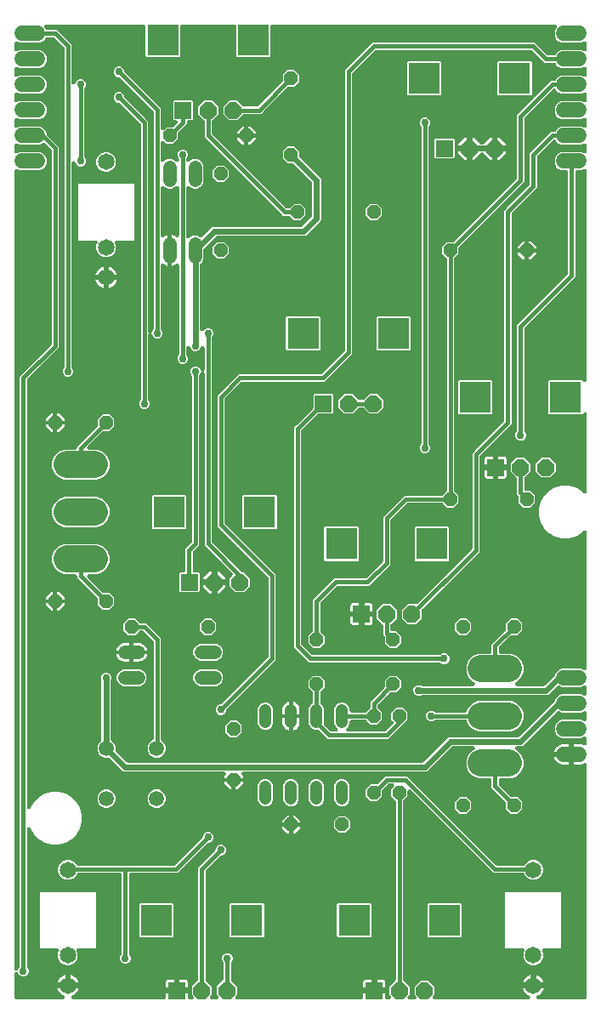
<source format=gtl>
G04 EAGLE Gerber RS-274X export*
G75*
%MOMM*%
%FSLAX34Y34*%
%LPD*%
%INTop Copper*%
%IPPOS*%
%AMOC8*
5,1,8,0,0,1.08239X$1,22.5*%
G01*
%ADD10R,1.676400X1.676400*%
%ADD11P,1.814519X8X292.500000*%
%ADD12R,3.116000X3.116000*%
%ADD13C,1.650000*%
%ADD14C,2.705100*%
%ADD15C,1.508000*%
%ADD16P,1.429621X8X202.500000*%
%ADD17P,1.429621X8X292.500000*%
%ADD18P,1.429621X8X22.500000*%
%ADD19C,1.524000*%
%ADD20C,1.208000*%
%ADD21P,1.429621X8X112.500000*%
%ADD22C,1.320800*%
%ADD23C,0.756400*%
%ADD24C,0.406400*%
%ADD25C,0.609600*%

G36*
X58361Y10173D02*
X58361Y10173D01*
X58487Y10176D01*
X58561Y10193D01*
X58636Y10201D01*
X58757Y10238D01*
X58880Y10266D01*
X58949Y10297D01*
X59021Y10319D01*
X59132Y10379D01*
X59247Y10431D01*
X59309Y10475D01*
X59375Y10511D01*
X59472Y10591D01*
X59575Y10665D01*
X59626Y10720D01*
X59684Y10768D01*
X59763Y10867D01*
X59850Y10959D01*
X59889Y11023D01*
X59937Y11082D01*
X59995Y11194D01*
X60061Y11302D01*
X60087Y11372D01*
X60122Y11439D01*
X60157Y11561D01*
X60201Y11679D01*
X60213Y11754D01*
X60233Y11826D01*
X60244Y11952D01*
X60263Y12077D01*
X60260Y12152D01*
X60266Y12228D01*
X60252Y12353D01*
X60246Y12479D01*
X60228Y12553D01*
X60219Y12627D01*
X60180Y12747D01*
X60150Y12870D01*
X60118Y12938D01*
X60095Y13010D01*
X60033Y13120D01*
X59979Y13235D01*
X59934Y13295D01*
X59897Y13361D01*
X59814Y13456D01*
X59739Y13558D01*
X59683Y13608D01*
X59634Y13665D01*
X59534Y13743D01*
X59440Y13828D01*
X59365Y13874D01*
X59315Y13912D01*
X59250Y13945D01*
X59158Y14002D01*
X57844Y14671D01*
X56470Y15669D01*
X55269Y16870D01*
X54271Y18244D01*
X53500Y19758D01*
X53047Y21151D01*
X62782Y21151D01*
X62800Y21152D01*
X62817Y21151D01*
X63000Y21172D01*
X63182Y21191D01*
X63199Y21196D01*
X63217Y21198D01*
X63392Y21255D01*
X63492Y21286D01*
X63499Y21282D01*
X63677Y21234D01*
X63852Y21184D01*
X63870Y21182D01*
X63887Y21178D01*
X64218Y21151D01*
X73953Y21151D01*
X73500Y19758D01*
X72729Y18244D01*
X71731Y16870D01*
X70530Y15669D01*
X69156Y14671D01*
X67842Y14002D01*
X67736Y13934D01*
X67625Y13873D01*
X67567Y13825D01*
X67504Y13784D01*
X67413Y13697D01*
X67316Y13616D01*
X67269Y13557D01*
X67214Y13504D01*
X67143Y13400D01*
X67063Y13302D01*
X67029Y13235D01*
X66986Y13173D01*
X66936Y13057D01*
X66878Y12945D01*
X66857Y12872D01*
X66827Y12803D01*
X66801Y12679D01*
X66767Y12558D01*
X66760Y12482D01*
X66745Y12409D01*
X66744Y12282D01*
X66734Y12156D01*
X66742Y12081D01*
X66742Y12006D01*
X66766Y11882D01*
X66781Y11757D01*
X66804Y11685D01*
X66818Y11611D01*
X66866Y11494D01*
X66905Y11374D01*
X66942Y11308D01*
X66971Y11238D01*
X67041Y11133D01*
X67103Y11023D01*
X67153Y10966D01*
X67194Y10903D01*
X67284Y10814D01*
X67366Y10718D01*
X67426Y10672D01*
X67479Y10619D01*
X67585Y10549D01*
X67685Y10472D01*
X67752Y10438D01*
X67815Y10396D01*
X67932Y10349D01*
X68045Y10292D01*
X68118Y10273D01*
X68188Y10244D01*
X68312Y10221D01*
X68434Y10188D01*
X68521Y10181D01*
X68583Y10169D01*
X68657Y10170D01*
X68765Y10161D01*
X158896Y10161D01*
X158914Y10163D01*
X158932Y10161D01*
X159114Y10182D01*
X159297Y10201D01*
X159314Y10206D01*
X159331Y10208D01*
X159506Y10265D01*
X159682Y10319D01*
X159697Y10327D01*
X159714Y10333D01*
X159874Y10423D01*
X160036Y10511D01*
X160049Y10522D01*
X160065Y10531D01*
X160204Y10651D01*
X160345Y10768D01*
X160356Y10782D01*
X160370Y10794D01*
X160482Y10939D01*
X160597Y11082D01*
X160605Y11098D01*
X160616Y11112D01*
X160698Y11277D01*
X160783Y11439D01*
X160788Y11456D01*
X160796Y11472D01*
X160843Y11651D01*
X160894Y11826D01*
X160896Y11844D01*
X160900Y11861D01*
X160927Y12192D01*
X160927Y16151D01*
X171132Y16151D01*
X171150Y16152D01*
X171167Y16151D01*
X171350Y16172D01*
X171532Y16191D01*
X171549Y16196D01*
X171567Y16198D01*
X171742Y16255D01*
X171842Y16286D01*
X171849Y16282D01*
X172027Y16234D01*
X172202Y16184D01*
X172220Y16182D01*
X172237Y16178D01*
X172568Y16151D01*
X182773Y16151D01*
X182773Y12192D01*
X182775Y12174D01*
X182773Y12156D01*
X182794Y11974D01*
X182813Y11791D01*
X182818Y11774D01*
X182820Y11757D01*
X182877Y11582D01*
X182931Y11406D01*
X182939Y11391D01*
X182945Y11374D01*
X183035Y11214D01*
X183123Y11052D01*
X183134Y11039D01*
X183143Y11023D01*
X183263Y10884D01*
X183380Y10743D01*
X183394Y10732D01*
X183406Y10718D01*
X183551Y10606D01*
X183694Y10491D01*
X183710Y10483D01*
X183724Y10472D01*
X183889Y10390D01*
X184051Y10305D01*
X184068Y10300D01*
X184084Y10292D01*
X184263Y10245D01*
X184438Y10194D01*
X184456Y10192D01*
X184473Y10188D01*
X184804Y10161D01*
X186675Y10161D01*
X186684Y10162D01*
X186693Y10161D01*
X186885Y10182D01*
X187076Y10201D01*
X187084Y10203D01*
X187093Y10204D01*
X187276Y10262D01*
X187461Y10319D01*
X187469Y10323D01*
X187477Y10326D01*
X187645Y10419D01*
X187815Y10511D01*
X187822Y10516D01*
X187829Y10521D01*
X187977Y10646D01*
X188124Y10768D01*
X188130Y10775D01*
X188136Y10781D01*
X188256Y10933D01*
X188376Y11082D01*
X188380Y11090D01*
X188386Y11097D01*
X188473Y11269D01*
X188562Y11439D01*
X188564Y11448D01*
X188568Y11456D01*
X188620Y11642D01*
X188673Y11826D01*
X188674Y11835D01*
X188676Y11844D01*
X188690Y12036D01*
X188706Y12228D01*
X188705Y12236D01*
X188706Y12245D01*
X188681Y12438D01*
X188659Y12627D01*
X188656Y12636D01*
X188655Y12645D01*
X188594Y12828D01*
X188534Y13010D01*
X188530Y13018D01*
X188527Y13026D01*
X188432Y13192D01*
X188336Y13361D01*
X188331Y13368D01*
X188326Y13375D01*
X188112Y13628D01*
X186943Y14797D01*
X186943Y23003D01*
X192698Y28759D01*
X192715Y28779D01*
X192736Y28797D01*
X192843Y28935D01*
X192953Y29070D01*
X192966Y29094D01*
X192982Y29115D01*
X193060Y29271D01*
X193142Y29426D01*
X193150Y29451D01*
X193162Y29475D01*
X193207Y29645D01*
X193257Y29812D01*
X193259Y29838D01*
X193266Y29864D01*
X193293Y30195D01*
X193293Y141173D01*
X195972Y143852D01*
X209998Y157878D01*
X210015Y157899D01*
X210036Y157916D01*
X210143Y158054D01*
X210253Y158190D01*
X210266Y158213D01*
X210282Y158235D01*
X210360Y158391D01*
X210442Y158545D01*
X210450Y158571D01*
X210462Y158595D01*
X210507Y158764D01*
X210557Y158931D01*
X210559Y158958D01*
X210566Y158984D01*
X210593Y159315D01*
X210593Y159806D01*
X211401Y161756D01*
X212894Y163249D01*
X214844Y164057D01*
X216956Y164057D01*
X218906Y163249D01*
X220399Y161756D01*
X221207Y159806D01*
X221207Y157694D01*
X220399Y155744D01*
X218906Y154251D01*
X216956Y153443D01*
X216465Y153443D01*
X216438Y153441D01*
X216411Y153443D01*
X216237Y153421D01*
X216064Y153403D01*
X216038Y153396D01*
X216012Y153392D01*
X215846Y153336D01*
X215679Y153285D01*
X215655Y153272D01*
X215630Y153264D01*
X215479Y153177D01*
X215325Y153093D01*
X215305Y153076D01*
X215281Y153063D01*
X215028Y152848D01*
X201002Y138822D01*
X200985Y138801D01*
X200964Y138783D01*
X200857Y138646D01*
X200747Y138510D01*
X200734Y138487D01*
X200718Y138465D01*
X200640Y138308D01*
X200558Y138154D01*
X200550Y138129D01*
X200538Y138105D01*
X200493Y137935D01*
X200443Y137769D01*
X200441Y137742D01*
X200434Y137716D01*
X200407Y137385D01*
X200407Y30195D01*
X200409Y30168D01*
X200407Y30142D01*
X200429Y29968D01*
X200447Y29794D01*
X200454Y29769D01*
X200458Y29742D01*
X200514Y29576D01*
X200565Y29409D01*
X200578Y29386D01*
X200586Y29360D01*
X200673Y29209D01*
X200757Y29055D01*
X200774Y29035D01*
X200787Y29012D01*
X201002Y28759D01*
X206757Y23003D01*
X206757Y14797D01*
X205588Y13628D01*
X205583Y13621D01*
X205576Y13616D01*
X205456Y13466D01*
X205333Y13317D01*
X205329Y13309D01*
X205324Y13302D01*
X205235Y13132D01*
X205145Y12961D01*
X205142Y12952D01*
X205138Y12945D01*
X205085Y12760D01*
X205030Y12575D01*
X205029Y12566D01*
X205027Y12558D01*
X205011Y12367D01*
X204994Y12174D01*
X204995Y12165D01*
X204994Y12156D01*
X205016Y11967D01*
X205037Y11774D01*
X205040Y11765D01*
X205041Y11757D01*
X205100Y11575D01*
X205159Y11390D01*
X205163Y11382D01*
X205166Y11374D01*
X205260Y11207D01*
X205353Y11038D01*
X205359Y11031D01*
X205364Y11023D01*
X205489Y10878D01*
X205614Y10731D01*
X205621Y10725D01*
X205627Y10718D01*
X205777Y10602D01*
X205930Y10481D01*
X205938Y10477D01*
X205945Y10472D01*
X206116Y10386D01*
X206289Y10299D01*
X206297Y10296D01*
X206305Y10292D01*
X206491Y10242D01*
X206677Y10191D01*
X206685Y10190D01*
X206694Y10188D01*
X207025Y10161D01*
X211675Y10161D01*
X211684Y10162D01*
X211693Y10161D01*
X211885Y10182D01*
X212076Y10201D01*
X212084Y10203D01*
X212093Y10204D01*
X212276Y10262D01*
X212461Y10319D01*
X212469Y10323D01*
X212477Y10326D01*
X212645Y10419D01*
X212815Y10511D01*
X212822Y10516D01*
X212829Y10521D01*
X212977Y10646D01*
X213124Y10768D01*
X213130Y10775D01*
X213136Y10781D01*
X213256Y10933D01*
X213376Y11082D01*
X213380Y11090D01*
X213386Y11097D01*
X213473Y11269D01*
X213562Y11439D01*
X213564Y11448D01*
X213568Y11456D01*
X213620Y11642D01*
X213673Y11826D01*
X213674Y11835D01*
X213676Y11844D01*
X213690Y12036D01*
X213706Y12228D01*
X213705Y12236D01*
X213706Y12245D01*
X213681Y12438D01*
X213659Y12627D01*
X213656Y12636D01*
X213655Y12645D01*
X213594Y12828D01*
X213534Y13010D01*
X213530Y13018D01*
X213527Y13026D01*
X213432Y13192D01*
X213336Y13361D01*
X213331Y13368D01*
X213326Y13375D01*
X213112Y13628D01*
X211943Y14797D01*
X211943Y23003D01*
X218098Y29159D01*
X218115Y29179D01*
X218136Y29197D01*
X218243Y29335D01*
X218353Y29470D01*
X218366Y29494D01*
X218382Y29515D01*
X218460Y29671D01*
X218542Y29826D01*
X218550Y29851D01*
X218562Y29875D01*
X218607Y30045D01*
X218657Y30212D01*
X218659Y30238D01*
X218666Y30264D01*
X218693Y30595D01*
X218693Y46010D01*
X218691Y46037D01*
X218693Y46064D01*
X218671Y46238D01*
X218653Y46411D01*
X218646Y46437D01*
X218642Y46463D01*
X218587Y46629D01*
X218535Y46796D01*
X218522Y46820D01*
X218514Y46845D01*
X218427Y46997D01*
X218343Y47150D01*
X218326Y47171D01*
X218313Y47194D01*
X218098Y47447D01*
X217751Y47794D01*
X216943Y49744D01*
X216943Y51856D01*
X217751Y53806D01*
X219244Y55299D01*
X221194Y56107D01*
X223306Y56107D01*
X225256Y55299D01*
X226749Y53806D01*
X227557Y51856D01*
X227557Y49744D01*
X226749Y47794D01*
X226402Y47447D01*
X226385Y47426D01*
X226364Y47409D01*
X226257Y47271D01*
X226147Y47135D01*
X226134Y47112D01*
X226118Y47091D01*
X226040Y46934D01*
X225958Y46780D01*
X225950Y46754D01*
X225938Y46730D01*
X225893Y46561D01*
X225843Y46394D01*
X225841Y46367D01*
X225834Y46341D01*
X225807Y46010D01*
X225807Y29795D01*
X225809Y29768D01*
X225807Y29742D01*
X225829Y29568D01*
X225847Y29394D01*
X225854Y29369D01*
X225858Y29342D01*
X225914Y29176D01*
X225965Y29009D01*
X225978Y28986D01*
X225986Y28960D01*
X226073Y28809D01*
X226157Y28655D01*
X226174Y28635D01*
X226187Y28612D01*
X226402Y28359D01*
X231757Y23003D01*
X231757Y14797D01*
X230588Y13628D01*
X230583Y13621D01*
X230576Y13616D01*
X230456Y13466D01*
X230333Y13317D01*
X230329Y13309D01*
X230324Y13302D01*
X230235Y13132D01*
X230145Y12961D01*
X230142Y12952D01*
X230138Y12945D01*
X230085Y12760D01*
X230030Y12575D01*
X230029Y12566D01*
X230027Y12558D01*
X230011Y12367D01*
X229994Y12174D01*
X229995Y12165D01*
X229994Y12156D01*
X230016Y11967D01*
X230037Y11774D01*
X230040Y11765D01*
X230041Y11757D01*
X230100Y11575D01*
X230159Y11390D01*
X230163Y11382D01*
X230166Y11374D01*
X230260Y11207D01*
X230353Y11038D01*
X230359Y11031D01*
X230364Y11023D01*
X230489Y10878D01*
X230614Y10731D01*
X230621Y10725D01*
X230627Y10718D01*
X230777Y10602D01*
X230930Y10481D01*
X230938Y10477D01*
X230945Y10472D01*
X231116Y10386D01*
X231289Y10299D01*
X231297Y10296D01*
X231305Y10292D01*
X231491Y10242D01*
X231677Y10191D01*
X231685Y10190D01*
X231694Y10188D01*
X232025Y10161D01*
X355746Y10161D01*
X355764Y10163D01*
X355782Y10161D01*
X355964Y10182D01*
X356147Y10201D01*
X356164Y10206D01*
X356181Y10208D01*
X356356Y10265D01*
X356532Y10319D01*
X356547Y10327D01*
X356564Y10333D01*
X356724Y10423D01*
X356886Y10511D01*
X356899Y10522D01*
X356915Y10531D01*
X357054Y10651D01*
X357195Y10768D01*
X357206Y10782D01*
X357220Y10794D01*
X357332Y10939D01*
X357447Y11082D01*
X357455Y11098D01*
X357466Y11112D01*
X357548Y11277D01*
X357633Y11439D01*
X357638Y11456D01*
X357646Y11472D01*
X357693Y11651D01*
X357744Y11826D01*
X357746Y11844D01*
X357750Y11861D01*
X357777Y12192D01*
X357777Y16151D01*
X367982Y16151D01*
X368000Y16152D01*
X368017Y16151D01*
X368200Y16172D01*
X368382Y16191D01*
X368399Y16196D01*
X368417Y16198D01*
X368592Y16255D01*
X368692Y16286D01*
X368699Y16282D01*
X368877Y16234D01*
X369052Y16184D01*
X369070Y16182D01*
X369087Y16178D01*
X369418Y16151D01*
X379623Y16151D01*
X379623Y12192D01*
X379625Y12174D01*
X379623Y12156D01*
X379644Y11974D01*
X379663Y11791D01*
X379668Y11774D01*
X379670Y11757D01*
X379727Y11582D01*
X379781Y11406D01*
X379789Y11391D01*
X379795Y11374D01*
X379885Y11214D01*
X379973Y11052D01*
X379984Y11039D01*
X379993Y11023D01*
X380113Y10884D01*
X380230Y10743D01*
X380244Y10732D01*
X380256Y10718D01*
X380401Y10606D01*
X380544Y10491D01*
X380560Y10483D01*
X380574Y10472D01*
X380739Y10390D01*
X380901Y10305D01*
X380918Y10300D01*
X380934Y10292D01*
X381113Y10245D01*
X381288Y10194D01*
X381306Y10192D01*
X381323Y10188D01*
X381654Y10161D01*
X383525Y10161D01*
X383534Y10162D01*
X383543Y10161D01*
X383735Y10182D01*
X383926Y10201D01*
X383934Y10203D01*
X383943Y10204D01*
X384126Y10262D01*
X384311Y10319D01*
X384319Y10323D01*
X384327Y10326D01*
X384495Y10419D01*
X384665Y10511D01*
X384672Y10516D01*
X384679Y10521D01*
X384827Y10646D01*
X384974Y10768D01*
X384980Y10775D01*
X384986Y10781D01*
X385106Y10933D01*
X385226Y11082D01*
X385230Y11090D01*
X385236Y11097D01*
X385323Y11269D01*
X385412Y11439D01*
X385414Y11448D01*
X385418Y11456D01*
X385470Y11642D01*
X385523Y11826D01*
X385524Y11835D01*
X385526Y11844D01*
X385540Y12036D01*
X385556Y12228D01*
X385555Y12236D01*
X385556Y12245D01*
X385531Y12438D01*
X385509Y12627D01*
X385506Y12636D01*
X385505Y12645D01*
X385444Y12828D01*
X385384Y13010D01*
X385380Y13018D01*
X385377Y13026D01*
X385282Y13192D01*
X385186Y13361D01*
X385181Y13368D01*
X385176Y13375D01*
X384962Y13628D01*
X383793Y14797D01*
X383793Y23003D01*
X389548Y28759D01*
X389565Y28779D01*
X389586Y28797D01*
X389693Y28935D01*
X389803Y29070D01*
X389816Y29094D01*
X389832Y29115D01*
X389910Y29271D01*
X389992Y29426D01*
X390000Y29451D01*
X390012Y29475D01*
X390057Y29645D01*
X390107Y29812D01*
X390109Y29838D01*
X390116Y29864D01*
X390143Y30195D01*
X390143Y207120D01*
X390141Y207146D01*
X390143Y207173D01*
X390121Y207347D01*
X390103Y207520D01*
X390096Y207546D01*
X390092Y207572D01*
X390037Y207738D01*
X389985Y207905D01*
X389972Y207929D01*
X389964Y207954D01*
X389877Y208106D01*
X389793Y208259D01*
X389776Y208280D01*
X389763Y208303D01*
X389548Y208556D01*
X385571Y212533D01*
X385571Y219267D01*
X387880Y221576D01*
X387886Y221583D01*
X387892Y221588D01*
X388013Y221738D01*
X388135Y221887D01*
X388139Y221895D01*
X388145Y221902D01*
X388233Y222072D01*
X388324Y222243D01*
X388326Y222252D01*
X388330Y222259D01*
X388383Y222444D01*
X388438Y222629D01*
X388439Y222638D01*
X388442Y222646D01*
X388457Y222837D01*
X388475Y223030D01*
X388474Y223039D01*
X388475Y223048D01*
X388452Y223237D01*
X388431Y223430D01*
X388429Y223439D01*
X388428Y223447D01*
X388368Y223629D01*
X388310Y223814D01*
X388306Y223822D01*
X388303Y223830D01*
X388208Y223999D01*
X388115Y224166D01*
X388109Y224173D01*
X388105Y224181D01*
X387979Y224327D01*
X387855Y224473D01*
X387848Y224479D01*
X387842Y224486D01*
X387690Y224603D01*
X387539Y224723D01*
X387531Y224727D01*
X387524Y224732D01*
X387352Y224818D01*
X387180Y224905D01*
X387171Y224908D01*
X387163Y224912D01*
X386977Y224962D01*
X386792Y225013D01*
X386783Y225014D01*
X386774Y225016D01*
X386444Y225043D01*
X383315Y225043D01*
X383288Y225041D01*
X383261Y225043D01*
X383087Y225021D01*
X382914Y225003D01*
X382889Y224996D01*
X382862Y224992D01*
X382696Y224937D01*
X382529Y224885D01*
X382505Y224872D01*
X382480Y224864D01*
X382329Y224777D01*
X382175Y224693D01*
X382155Y224676D01*
X382131Y224663D01*
X381878Y224448D01*
X377024Y219594D01*
X377007Y219573D01*
X376986Y219556D01*
X376879Y219418D01*
X376769Y219282D01*
X376756Y219259D01*
X376740Y219237D01*
X376662Y219081D01*
X376580Y218927D01*
X376572Y218901D01*
X376560Y218877D01*
X376515Y218708D01*
X376465Y218541D01*
X376463Y218514D01*
X376456Y218488D01*
X376429Y218157D01*
X376429Y212533D01*
X371667Y207771D01*
X364933Y207771D01*
X360171Y212533D01*
X360171Y219267D01*
X364933Y224029D01*
X370557Y224029D01*
X370584Y224031D01*
X370611Y224029D01*
X370785Y224051D01*
X370958Y224069D01*
X370984Y224076D01*
X371010Y224080D01*
X371176Y224136D01*
X371343Y224187D01*
X371367Y224200D01*
X371392Y224208D01*
X371543Y224295D01*
X371697Y224379D01*
X371717Y224396D01*
X371741Y224409D01*
X371994Y224624D01*
X379527Y232157D01*
X401523Y232157D01*
X489828Y143852D01*
X489849Y143835D01*
X489867Y143814D01*
X490004Y143707D01*
X490140Y143597D01*
X490163Y143584D01*
X490185Y143568D01*
X490342Y143490D01*
X490496Y143408D01*
X490521Y143400D01*
X490545Y143388D01*
X490715Y143343D01*
X490881Y143293D01*
X490908Y143291D01*
X490934Y143284D01*
X491265Y143257D01*
X516917Y143257D01*
X516940Y143259D01*
X516962Y143257D01*
X517140Y143279D01*
X517318Y143297D01*
X517339Y143303D01*
X517362Y143306D01*
X517532Y143362D01*
X517703Y143415D01*
X517723Y143425D01*
X517744Y143432D01*
X517900Y143521D01*
X518057Y143607D01*
X518074Y143621D01*
X518093Y143632D01*
X518229Y143750D01*
X518366Y143864D01*
X518380Y143882D01*
X518397Y143896D01*
X518506Y144038D01*
X518618Y144178D01*
X518629Y144198D01*
X518642Y144216D01*
X518748Y144422D01*
X521513Y147187D01*
X525106Y148675D01*
X528994Y148675D01*
X532587Y147187D01*
X535337Y144437D01*
X536825Y140844D01*
X536825Y136956D01*
X535337Y133363D01*
X532587Y130613D01*
X528994Y129125D01*
X525106Y129125D01*
X521513Y130613D01*
X518763Y133363D01*
X518131Y134889D01*
X518121Y134909D01*
X518114Y134930D01*
X518026Y135086D01*
X517941Y135244D01*
X517927Y135261D01*
X517916Y135281D01*
X517799Y135416D01*
X517685Y135555D01*
X517667Y135569D01*
X517653Y135586D01*
X517511Y135695D01*
X517372Y135808D01*
X517352Y135819D01*
X517335Y135832D01*
X517174Y135912D01*
X517015Y135995D01*
X516994Y136002D01*
X516974Y136012D01*
X516800Y136058D01*
X516629Y136108D01*
X516607Y136110D01*
X516585Y136116D01*
X516255Y136143D01*
X487477Y136143D01*
X405296Y218324D01*
X405289Y218329D01*
X405284Y218336D01*
X405134Y218457D01*
X404985Y218579D01*
X404977Y218583D01*
X404970Y218589D01*
X404799Y218677D01*
X404629Y218767D01*
X404621Y218770D01*
X404613Y218774D01*
X404427Y218827D01*
X404243Y218882D01*
X404234Y218883D01*
X404226Y218885D01*
X404034Y218901D01*
X403842Y218919D01*
X403833Y218918D01*
X403824Y218918D01*
X403635Y218896D01*
X403442Y218875D01*
X403433Y218872D01*
X403425Y218871D01*
X403243Y218812D01*
X403058Y218754D01*
X403050Y218749D01*
X403042Y218747D01*
X402873Y218652D01*
X402706Y218559D01*
X402699Y218553D01*
X402691Y218549D01*
X402545Y218423D01*
X402399Y218298D01*
X402393Y218291D01*
X402386Y218286D01*
X402269Y218134D01*
X402149Y217982D01*
X402145Y217974D01*
X402140Y217967D01*
X402054Y217795D01*
X401967Y217624D01*
X401964Y217615D01*
X401960Y217607D01*
X401910Y217420D01*
X401859Y217236D01*
X401858Y217227D01*
X401856Y217218D01*
X401829Y216887D01*
X401829Y212533D01*
X397852Y208556D01*
X397835Y208535D01*
X397814Y208518D01*
X397707Y208380D01*
X397597Y208244D01*
X397584Y208221D01*
X397568Y208200D01*
X397490Y208043D01*
X397408Y207889D01*
X397400Y207863D01*
X397388Y207839D01*
X397343Y207670D01*
X397293Y207503D01*
X397291Y207476D01*
X397284Y207450D01*
X397257Y207120D01*
X397257Y30195D01*
X397259Y30168D01*
X397257Y30142D01*
X397279Y29968D01*
X397297Y29794D01*
X397304Y29769D01*
X397308Y29742D01*
X397363Y29576D01*
X397415Y29409D01*
X397428Y29386D01*
X397436Y29360D01*
X397523Y29209D01*
X397607Y29055D01*
X397624Y29035D01*
X397637Y29012D01*
X397852Y28759D01*
X403607Y23003D01*
X403607Y14797D01*
X402438Y13628D01*
X402433Y13621D01*
X402426Y13616D01*
X402306Y13466D01*
X402183Y13317D01*
X402179Y13309D01*
X402174Y13302D01*
X402085Y13132D01*
X401995Y12961D01*
X401992Y12952D01*
X401988Y12945D01*
X401935Y12760D01*
X401880Y12575D01*
X401879Y12566D01*
X401877Y12558D01*
X401861Y12367D01*
X401844Y12174D01*
X401845Y12165D01*
X401844Y12156D01*
X401866Y11967D01*
X401887Y11774D01*
X401890Y11765D01*
X401891Y11757D01*
X401950Y11575D01*
X402009Y11390D01*
X402013Y11382D01*
X402016Y11374D01*
X402110Y11207D01*
X402203Y11038D01*
X402209Y11031D01*
X402214Y11023D01*
X402339Y10878D01*
X402464Y10731D01*
X402471Y10725D01*
X402477Y10718D01*
X402627Y10602D01*
X402780Y10481D01*
X402788Y10477D01*
X402795Y10472D01*
X402966Y10386D01*
X403139Y10299D01*
X403147Y10296D01*
X403155Y10292D01*
X403341Y10242D01*
X403527Y10191D01*
X403535Y10190D01*
X403544Y10188D01*
X403875Y10161D01*
X408525Y10161D01*
X408534Y10162D01*
X408543Y10161D01*
X408735Y10182D01*
X408926Y10201D01*
X408934Y10203D01*
X408943Y10204D01*
X409126Y10262D01*
X409311Y10319D01*
X409319Y10323D01*
X409327Y10326D01*
X409495Y10419D01*
X409665Y10511D01*
X409672Y10516D01*
X409679Y10521D01*
X409827Y10646D01*
X409974Y10768D01*
X409980Y10775D01*
X409986Y10781D01*
X410106Y10933D01*
X410226Y11082D01*
X410230Y11090D01*
X410236Y11097D01*
X410323Y11269D01*
X410412Y11439D01*
X410414Y11448D01*
X410418Y11456D01*
X410470Y11642D01*
X410523Y11826D01*
X410524Y11835D01*
X410526Y11844D01*
X410540Y12036D01*
X410556Y12228D01*
X410555Y12236D01*
X410556Y12245D01*
X410531Y12438D01*
X410509Y12627D01*
X410506Y12636D01*
X410505Y12645D01*
X410444Y12828D01*
X410384Y13010D01*
X410380Y13018D01*
X410377Y13026D01*
X410282Y13192D01*
X410186Y13361D01*
X410181Y13368D01*
X410176Y13375D01*
X409962Y13628D01*
X408793Y14797D01*
X408793Y23003D01*
X414597Y28807D01*
X422803Y28807D01*
X428607Y23003D01*
X428607Y14797D01*
X427438Y13628D01*
X427433Y13621D01*
X427426Y13616D01*
X427306Y13466D01*
X427183Y13317D01*
X427179Y13309D01*
X427174Y13302D01*
X427085Y13132D01*
X426995Y12961D01*
X426992Y12952D01*
X426988Y12945D01*
X426935Y12760D01*
X426880Y12575D01*
X426879Y12566D01*
X426877Y12558D01*
X426861Y12367D01*
X426844Y12174D01*
X426845Y12165D01*
X426844Y12156D01*
X426866Y11967D01*
X426887Y11774D01*
X426890Y11765D01*
X426891Y11757D01*
X426950Y11575D01*
X427009Y11390D01*
X427013Y11382D01*
X427016Y11374D01*
X427110Y11207D01*
X427203Y11038D01*
X427209Y11031D01*
X427214Y11023D01*
X427339Y10878D01*
X427464Y10731D01*
X427471Y10725D01*
X427477Y10718D01*
X427627Y10602D01*
X427780Y10481D01*
X427788Y10477D01*
X427795Y10472D01*
X427966Y10386D01*
X428139Y10299D01*
X428147Y10296D01*
X428155Y10292D01*
X428341Y10242D01*
X428527Y10191D01*
X428535Y10190D01*
X428544Y10188D01*
X428875Y10161D01*
X521785Y10161D01*
X521911Y10173D01*
X522037Y10176D01*
X522111Y10193D01*
X522186Y10201D01*
X522307Y10238D01*
X522430Y10266D01*
X522499Y10297D01*
X522571Y10319D01*
X522682Y10379D01*
X522797Y10431D01*
X522859Y10475D01*
X522925Y10511D01*
X523022Y10591D01*
X523125Y10665D01*
X523176Y10720D01*
X523234Y10768D01*
X523313Y10867D01*
X523400Y10959D01*
X523439Y11023D01*
X523487Y11082D01*
X523545Y11194D01*
X523611Y11302D01*
X523637Y11373D01*
X523672Y11439D01*
X523707Y11561D01*
X523751Y11679D01*
X523763Y11754D01*
X523784Y11826D01*
X523794Y11952D01*
X523813Y12077D01*
X523810Y12152D01*
X523816Y12228D01*
X523802Y12353D01*
X523796Y12479D01*
X523778Y12553D01*
X523769Y12627D01*
X523730Y12747D01*
X523700Y12870D01*
X523668Y12938D01*
X523645Y13010D01*
X523583Y13120D01*
X523529Y13235D01*
X523484Y13295D01*
X523447Y13361D01*
X523364Y13456D01*
X523289Y13558D01*
X523233Y13608D01*
X523184Y13665D01*
X523084Y13743D01*
X522990Y13828D01*
X522915Y13874D01*
X522865Y13912D01*
X522800Y13945D01*
X522708Y14002D01*
X521394Y14671D01*
X520020Y15669D01*
X518819Y16870D01*
X517821Y18244D01*
X517050Y19758D01*
X516597Y21151D01*
X526332Y21151D01*
X526350Y21152D01*
X526367Y21151D01*
X526550Y21172D01*
X526732Y21191D01*
X526749Y21196D01*
X526767Y21198D01*
X526942Y21255D01*
X527042Y21286D01*
X527049Y21282D01*
X527227Y21234D01*
X527402Y21184D01*
X527420Y21182D01*
X527437Y21178D01*
X527768Y21151D01*
X537503Y21151D01*
X537050Y19758D01*
X536279Y18244D01*
X535281Y16870D01*
X534080Y15669D01*
X532706Y14671D01*
X531392Y14002D01*
X531286Y13934D01*
X531175Y13873D01*
X531117Y13825D01*
X531054Y13784D01*
X530963Y13697D01*
X530866Y13616D01*
X530818Y13557D01*
X530764Y13504D01*
X530693Y13400D01*
X530613Y13302D01*
X530579Y13235D01*
X530536Y13173D01*
X530486Y13056D01*
X530428Y12945D01*
X530407Y12872D01*
X530377Y12803D01*
X530351Y12679D01*
X530316Y12558D01*
X530310Y12483D01*
X530295Y12409D01*
X530294Y12282D01*
X530284Y12156D01*
X530292Y12081D01*
X530292Y12006D01*
X530316Y11882D01*
X530331Y11757D01*
X530354Y11685D01*
X530368Y11611D01*
X530416Y11494D01*
X530455Y11374D01*
X530492Y11308D01*
X530521Y11238D01*
X530591Y11133D01*
X530653Y11023D01*
X530703Y10966D01*
X530744Y10903D01*
X530834Y10814D01*
X530916Y10718D01*
X530976Y10672D01*
X531029Y10619D01*
X531135Y10549D01*
X531235Y10472D01*
X531302Y10438D01*
X531365Y10396D01*
X531482Y10349D01*
X531595Y10292D01*
X531668Y10273D01*
X531738Y10244D01*
X531862Y10221D01*
X531984Y10188D01*
X532071Y10181D01*
X532133Y10169D01*
X532207Y10170D01*
X532315Y10161D01*
X578358Y10161D01*
X578376Y10163D01*
X578394Y10161D01*
X578576Y10182D01*
X578759Y10201D01*
X578776Y10206D01*
X578793Y10208D01*
X578968Y10265D01*
X579144Y10319D01*
X579159Y10327D01*
X579176Y10333D01*
X579336Y10423D01*
X579498Y10511D01*
X579511Y10522D01*
X579527Y10531D01*
X579666Y10651D01*
X579807Y10768D01*
X579818Y10782D01*
X579832Y10794D01*
X579944Y10939D01*
X580059Y11082D01*
X580067Y11098D01*
X580078Y11112D01*
X580160Y11277D01*
X580245Y11439D01*
X580250Y11456D01*
X580258Y11472D01*
X580305Y11651D01*
X580356Y11826D01*
X580358Y11844D01*
X580362Y11861D01*
X580389Y12192D01*
X580389Y243164D01*
X580380Y243257D01*
X580381Y243350D01*
X580360Y243457D01*
X580349Y243564D01*
X580322Y243654D01*
X580304Y243745D01*
X580263Y243846D01*
X580231Y243949D01*
X580187Y244031D01*
X580151Y244118D01*
X580091Y244208D01*
X580039Y244303D01*
X579980Y244375D01*
X579928Y244453D01*
X579851Y244529D01*
X579782Y244613D01*
X579709Y244671D01*
X579643Y244737D01*
X579552Y244797D01*
X579468Y244865D01*
X579385Y244908D01*
X579308Y244960D01*
X579207Y245001D01*
X579111Y245051D01*
X579021Y245076D01*
X578935Y245112D01*
X578828Y245132D01*
X578724Y245162D01*
X578631Y245170D01*
X578539Y245187D01*
X578431Y245186D01*
X578322Y245195D01*
X578230Y245184D01*
X578137Y245183D01*
X578030Y245161D01*
X577923Y245148D01*
X577834Y245119D01*
X577743Y245100D01*
X577619Y245049D01*
X577540Y245023D01*
X577497Y244999D01*
X577436Y244974D01*
X576670Y244584D01*
X575149Y244089D01*
X573570Y243839D01*
X567689Y243839D01*
X567689Y253492D01*
X567687Y253510D01*
X567689Y253527D01*
X567668Y253710D01*
X567649Y253892D01*
X567644Y253909D01*
X567642Y253927D01*
X567617Y254005D01*
X567656Y254142D01*
X567658Y254160D01*
X567662Y254177D01*
X567689Y254508D01*
X567689Y264161D01*
X573570Y264161D01*
X575149Y263911D01*
X576670Y263416D01*
X577436Y263026D01*
X577523Y262992D01*
X577605Y262949D01*
X577710Y262919D01*
X577811Y262880D01*
X577903Y262864D01*
X577992Y262838D01*
X578101Y262829D01*
X578207Y262810D01*
X578301Y262813D01*
X578394Y262805D01*
X578501Y262818D01*
X578610Y262821D01*
X578701Y262841D01*
X578793Y262852D01*
X578897Y262886D01*
X579003Y262910D01*
X579088Y262948D01*
X579176Y262977D01*
X579271Y263030D01*
X579370Y263075D01*
X579446Y263129D01*
X579527Y263175D01*
X579609Y263246D01*
X579697Y263309D01*
X579761Y263377D01*
X579832Y263438D01*
X579898Y263524D01*
X579972Y263603D01*
X580021Y263683D01*
X580078Y263756D01*
X580127Y263853D01*
X580184Y263946D01*
X580216Y264033D01*
X580258Y264117D01*
X580286Y264222D01*
X580323Y264323D01*
X580338Y264415D01*
X580362Y264505D01*
X580373Y264639D01*
X580386Y264721D01*
X580384Y264771D01*
X580389Y264836D01*
X580389Y269618D01*
X580388Y269631D01*
X580389Y269644D01*
X580368Y269831D01*
X580349Y270018D01*
X580345Y270031D01*
X580344Y270045D01*
X580286Y270223D01*
X580231Y270403D01*
X580225Y270415D01*
X580221Y270428D01*
X580129Y270592D01*
X580039Y270757D01*
X580031Y270768D01*
X580024Y270779D01*
X579902Y270923D01*
X579782Y271067D01*
X579771Y271075D01*
X579763Y271085D01*
X579614Y271201D01*
X579468Y271319D01*
X579456Y271325D01*
X579446Y271333D01*
X579277Y271418D01*
X579111Y271504D01*
X579098Y271508D01*
X579086Y271514D01*
X578904Y271564D01*
X578724Y271616D01*
X578710Y271617D01*
X578697Y271621D01*
X578509Y271633D01*
X578322Y271649D01*
X578309Y271647D01*
X578296Y271648D01*
X578108Y271624D01*
X577923Y271602D01*
X577910Y271598D01*
X577897Y271596D01*
X577581Y271494D01*
X574589Y270255D01*
X555711Y270255D01*
X552350Y271647D01*
X549777Y274220D01*
X548385Y277581D01*
X548385Y281219D01*
X549777Y284580D01*
X552350Y287153D01*
X555711Y288545D01*
X574589Y288545D01*
X577581Y287306D01*
X577594Y287302D01*
X577605Y287296D01*
X577786Y287244D01*
X577966Y287189D01*
X577979Y287188D01*
X577992Y287184D01*
X578180Y287169D01*
X578367Y287151D01*
X578380Y287152D01*
X578394Y287151D01*
X578581Y287173D01*
X578767Y287193D01*
X578780Y287197D01*
X578793Y287198D01*
X578973Y287257D01*
X579152Y287312D01*
X579163Y287319D01*
X579176Y287323D01*
X579341Y287416D01*
X579505Y287506D01*
X579515Y287514D01*
X579527Y287521D01*
X579669Y287644D01*
X579813Y287765D01*
X579821Y287775D01*
X579832Y287784D01*
X579947Y287933D01*
X580064Y288080D01*
X580070Y288092D01*
X580078Y288102D01*
X580162Y288271D01*
X580248Y288438D01*
X580252Y288451D01*
X580258Y288463D01*
X580307Y288646D01*
X580358Y288825D01*
X580359Y288838D01*
X580362Y288851D01*
X580389Y289182D01*
X580389Y295018D01*
X580388Y295031D01*
X580389Y295044D01*
X580368Y295231D01*
X580349Y295418D01*
X580345Y295431D01*
X580344Y295445D01*
X580286Y295623D01*
X580231Y295803D01*
X580225Y295815D01*
X580221Y295828D01*
X580129Y295992D01*
X580039Y296157D01*
X580031Y296168D01*
X580024Y296179D01*
X579902Y296323D01*
X579782Y296467D01*
X579771Y296475D01*
X579763Y296485D01*
X579614Y296601D01*
X579468Y296719D01*
X579456Y296725D01*
X579446Y296733D01*
X579277Y296818D01*
X579111Y296904D01*
X579098Y296908D01*
X579086Y296914D01*
X578904Y296964D01*
X578724Y297016D01*
X578710Y297017D01*
X578697Y297021D01*
X578509Y297033D01*
X578322Y297049D01*
X578309Y297047D01*
X578296Y297048D01*
X578108Y297024D01*
X577923Y297002D01*
X577910Y296998D01*
X577897Y296996D01*
X577581Y296894D01*
X576409Y296409D01*
X574589Y295655D01*
X555711Y295655D01*
X552765Y296875D01*
X552744Y296882D01*
X552724Y296892D01*
X552552Y296940D01*
X552380Y296992D01*
X552358Y296994D01*
X552336Y297000D01*
X552157Y297013D01*
X551979Y297030D01*
X551957Y297028D01*
X551935Y297029D01*
X551757Y297007D01*
X551579Y296988D01*
X551557Y296982D01*
X551535Y296979D01*
X551366Y296922D01*
X551194Y296868D01*
X551175Y296858D01*
X551154Y296851D01*
X550999Y296761D01*
X550841Y296675D01*
X550824Y296661D01*
X550805Y296650D01*
X550552Y296435D01*
X518512Y264395D01*
X516940Y262823D01*
X515260Y262127D01*
X510932Y262127D01*
X510928Y262127D01*
X510923Y262127D01*
X510729Y262107D01*
X510531Y262087D01*
X510527Y262086D01*
X510523Y262086D01*
X510335Y262027D01*
X510147Y261969D01*
X510143Y261967D01*
X510138Y261966D01*
X509964Y261870D01*
X509793Y261777D01*
X509789Y261775D01*
X509785Y261772D01*
X509632Y261644D01*
X509483Y261520D01*
X509480Y261516D01*
X509477Y261513D01*
X509353Y261358D01*
X509231Y261206D01*
X509229Y261202D01*
X509226Y261198D01*
X509134Y261020D01*
X509045Y260849D01*
X509044Y260844D01*
X509042Y260840D01*
X508986Y260642D01*
X508934Y260462D01*
X508934Y260457D01*
X508932Y260453D01*
X508917Y260257D01*
X508901Y260060D01*
X508902Y260056D01*
X508901Y260052D01*
X508925Y259858D01*
X508948Y259661D01*
X508949Y259656D01*
X508950Y259652D01*
X509011Y259467D01*
X509073Y259278D01*
X509075Y259274D01*
X509077Y259270D01*
X509173Y259100D01*
X509271Y258927D01*
X509274Y258924D01*
X509276Y258920D01*
X509406Y258771D01*
X509534Y258623D01*
X509537Y258620D01*
X509540Y258616D01*
X509700Y258494D01*
X509852Y258376D01*
X509856Y258374D01*
X509860Y258371D01*
X510155Y258219D01*
X511001Y257869D01*
X515234Y253635D01*
X517526Y248104D01*
X517526Y242116D01*
X515234Y236585D01*
X511001Y232351D01*
X508727Y231409D01*
X508726Y231409D01*
X505469Y230060D01*
X494538Y230060D01*
X494520Y230058D01*
X494502Y230059D01*
X494320Y230038D01*
X494137Y230020D01*
X494120Y230015D01*
X494103Y230013D01*
X493928Y229956D01*
X493752Y229902D01*
X493737Y229893D01*
X493720Y229888D01*
X493560Y229797D01*
X493398Y229710D01*
X493385Y229699D01*
X493369Y229690D01*
X493230Y229570D01*
X493089Y229452D01*
X493078Y229438D01*
X493064Y229427D01*
X492952Y229282D01*
X492837Y229138D01*
X492829Y229123D01*
X492818Y229109D01*
X492735Y228943D01*
X492651Y228781D01*
X492646Y228764D01*
X492638Y228748D01*
X492591Y228570D01*
X492540Y228394D01*
X492538Y228376D01*
X492534Y228359D01*
X492507Y228029D01*
X492507Y224565D01*
X492509Y224538D01*
X492507Y224511D01*
X492529Y224337D01*
X492547Y224164D01*
X492554Y224139D01*
X492558Y224112D01*
X492613Y223946D01*
X492665Y223779D01*
X492678Y223756D01*
X492686Y223730D01*
X492773Y223579D01*
X492857Y223425D01*
X492874Y223405D01*
X492887Y223381D01*
X493102Y223128D01*
X504306Y211924D01*
X504327Y211907D01*
X504345Y211886D01*
X504482Y211779D01*
X504618Y211669D01*
X504641Y211656D01*
X504663Y211640D01*
X504820Y211562D01*
X504974Y211480D01*
X504999Y211472D01*
X505023Y211460D01*
X505193Y211415D01*
X505359Y211365D01*
X505386Y211363D01*
X505412Y211356D01*
X505743Y211329D01*
X511367Y211329D01*
X516129Y206567D01*
X516129Y199833D01*
X511367Y195071D01*
X504633Y195071D01*
X499871Y199833D01*
X499871Y205457D01*
X499869Y205484D01*
X499871Y205511D01*
X499849Y205685D01*
X499831Y205858D01*
X499824Y205883D01*
X499820Y205910D01*
X499765Y206075D01*
X499713Y206243D01*
X499700Y206266D01*
X499692Y206292D01*
X499605Y206443D01*
X499521Y206597D01*
X499504Y206617D01*
X499491Y206641D01*
X499276Y206894D01*
X485393Y220777D01*
X485393Y228029D01*
X485391Y228046D01*
X485393Y228064D01*
X485372Y228246D01*
X485353Y228429D01*
X485348Y228446D01*
X485346Y228464D01*
X485289Y228638D01*
X485235Y228814D01*
X485227Y228830D01*
X485221Y228847D01*
X485131Y229007D01*
X485043Y229168D01*
X485032Y229182D01*
X485023Y229197D01*
X484903Y229337D01*
X484786Y229477D01*
X484772Y229489D01*
X484760Y229502D01*
X484615Y229615D01*
X484472Y229730D01*
X484456Y229738D01*
X484442Y229749D01*
X484277Y229831D01*
X484115Y229915D01*
X484098Y229920D01*
X484082Y229928D01*
X483903Y229976D01*
X483728Y230027D01*
X483710Y230028D01*
X483693Y230033D01*
X483362Y230060D01*
X472431Y230060D01*
X466899Y232351D01*
X462666Y236585D01*
X460374Y242116D01*
X460374Y248104D01*
X462666Y253635D01*
X466899Y257869D01*
X467745Y258219D01*
X467749Y258221D01*
X467753Y258223D01*
X467926Y258316D01*
X468100Y258410D01*
X468104Y258412D01*
X468107Y258415D01*
X468258Y258540D01*
X468410Y258666D01*
X468413Y258669D01*
X468417Y258672D01*
X468538Y258823D01*
X468664Y258979D01*
X468666Y258983D01*
X468669Y258986D01*
X468758Y259158D01*
X468851Y259335D01*
X468853Y259339D01*
X468855Y259343D01*
X468909Y259531D01*
X468964Y259722D01*
X468965Y259726D01*
X468966Y259730D01*
X468982Y259928D01*
X468999Y260123D01*
X468998Y260127D01*
X468999Y260132D01*
X468976Y260327D01*
X468954Y260523D01*
X468952Y260527D01*
X468952Y260531D01*
X468892Y260715D01*
X468831Y260906D01*
X468829Y260910D01*
X468827Y260914D01*
X468731Y261085D01*
X468634Y261258D01*
X468631Y261261D01*
X468629Y261265D01*
X468501Y261413D01*
X468372Y261563D01*
X468369Y261566D01*
X468366Y261570D01*
X468211Y261690D01*
X468055Y261812D01*
X468051Y261814D01*
X468048Y261816D01*
X467872Y261904D01*
X467696Y261992D01*
X467691Y261994D01*
X467687Y261996D01*
X467496Y262047D01*
X467307Y262099D01*
X467303Y262099D01*
X467299Y262100D01*
X466968Y262127D01*
X447235Y262127D01*
X447209Y262125D01*
X447182Y262127D01*
X447008Y262105D01*
X446835Y262087D01*
X446809Y262080D01*
X446783Y262076D01*
X446617Y262021D01*
X446450Y261969D01*
X446426Y261956D01*
X446401Y261948D01*
X446249Y261861D01*
X446096Y261777D01*
X446075Y261760D01*
X446052Y261747D01*
X445799Y261532D01*
X421690Y237423D01*
X420010Y236727D01*
X238309Y236727D01*
X238300Y236726D01*
X238291Y236727D01*
X238100Y236706D01*
X237909Y236687D01*
X237900Y236685D01*
X237891Y236684D01*
X237709Y236626D01*
X237524Y236569D01*
X237516Y236565D01*
X237507Y236562D01*
X237339Y236469D01*
X237170Y236377D01*
X237163Y236372D01*
X237155Y236367D01*
X237007Y236242D01*
X236860Y236120D01*
X236855Y236113D01*
X236848Y236107D01*
X236728Y235955D01*
X236608Y235806D01*
X236604Y235798D01*
X236598Y235791D01*
X236511Y235619D01*
X236423Y235449D01*
X236420Y235440D01*
X236416Y235432D01*
X236364Y235246D01*
X236311Y235062D01*
X236310Y235053D01*
X236308Y235044D01*
X236294Y234852D01*
X236278Y234660D01*
X236279Y234652D01*
X236279Y234643D01*
X236303Y234450D01*
X236325Y234261D01*
X236328Y234252D01*
X236329Y234243D01*
X236390Y234060D01*
X236450Y233878D01*
X236454Y233870D01*
X236457Y233862D01*
X236554Y233694D01*
X236648Y233527D01*
X236654Y233520D01*
X236658Y233513D01*
X236873Y233260D01*
X237745Y232388D01*
X237745Y230631D01*
X228600Y230631D01*
X219455Y230631D01*
X219455Y232388D01*
X220327Y233260D01*
X220333Y233267D01*
X220340Y233272D01*
X220461Y233423D01*
X220582Y233571D01*
X220586Y233579D01*
X220592Y233586D01*
X220680Y233756D01*
X220771Y233927D01*
X220773Y233936D01*
X220777Y233943D01*
X220831Y234128D01*
X220886Y234313D01*
X220886Y234322D01*
X220889Y234330D01*
X220904Y234520D01*
X220922Y234714D01*
X220921Y234723D01*
X220922Y234732D01*
X220900Y234921D01*
X220879Y235114D01*
X220876Y235123D01*
X220875Y235131D01*
X220815Y235313D01*
X220757Y235498D01*
X220753Y235506D01*
X220750Y235514D01*
X220656Y235681D01*
X220562Y235850D01*
X220556Y235857D01*
X220552Y235865D01*
X220427Y236010D01*
X220302Y236157D01*
X220295Y236163D01*
X220289Y236170D01*
X220138Y236286D01*
X219986Y236407D01*
X219978Y236411D01*
X219971Y236416D01*
X219800Y236501D01*
X219627Y236589D01*
X219618Y236592D01*
X219610Y236596D01*
X219425Y236645D01*
X219239Y236697D01*
X219230Y236698D01*
X219222Y236700D01*
X218891Y236727D01*
X120685Y236727D01*
X120675Y236726D01*
X120663Y236727D01*
X119764Y236718D01*
X118932Y237062D01*
X118923Y237065D01*
X118912Y237070D01*
X118078Y237406D01*
X117442Y238041D01*
X117435Y238047D01*
X117427Y238056D01*
X104915Y250305D01*
X104902Y250315D01*
X104892Y250328D01*
X104746Y250441D01*
X104601Y250557D01*
X104586Y250565D01*
X104574Y250574D01*
X104408Y250657D01*
X104243Y250742D01*
X104228Y250746D01*
X104213Y250754D01*
X104033Y250802D01*
X103856Y250853D01*
X103840Y250854D01*
X103825Y250858D01*
X103494Y250885D01*
X100197Y250885D01*
X96865Y252265D01*
X94315Y254815D01*
X92935Y258147D01*
X92935Y261753D01*
X94315Y265085D01*
X96432Y267202D01*
X96449Y267223D01*
X96470Y267240D01*
X96577Y267378D01*
X96687Y267513D01*
X96700Y267537D01*
X96716Y267558D01*
X96794Y267715D01*
X96876Y267869D01*
X96884Y267895D01*
X96896Y267919D01*
X96941Y268088D01*
X96991Y268255D01*
X96993Y268282D01*
X97000Y268307D01*
X97027Y268638D01*
X97027Y326968D01*
X97024Y326999D01*
X97026Y327031D01*
X97004Y327200D01*
X96987Y327369D01*
X96978Y327399D01*
X96974Y327430D01*
X96873Y327746D01*
X96293Y329144D01*
X96293Y331256D01*
X97101Y333206D01*
X98594Y334699D01*
X100544Y335507D01*
X102656Y335507D01*
X104606Y334699D01*
X106099Y333206D01*
X106907Y331256D01*
X106907Y329144D01*
X106327Y327746D01*
X106318Y327716D01*
X106304Y327688D01*
X106260Y327523D01*
X106211Y327360D01*
X106208Y327329D01*
X106200Y327299D01*
X106173Y326968D01*
X106173Y269390D01*
X106175Y269368D01*
X106173Y269346D01*
X106195Y269169D01*
X106213Y268990D01*
X106219Y268968D01*
X106222Y268946D01*
X106278Y268777D01*
X106331Y268605D01*
X106341Y268585D01*
X106348Y268564D01*
X106437Y268408D01*
X106523Y268251D01*
X106537Y268234D01*
X106548Y268214D01*
X106666Y268079D01*
X106780Y267942D01*
X106798Y267928D01*
X106812Y267911D01*
X106954Y267802D01*
X107023Y267746D01*
X109685Y265085D01*
X111065Y261753D01*
X111065Y257937D01*
X111068Y257900D01*
X111066Y257862D01*
X111088Y257700D01*
X111105Y257537D01*
X111116Y257501D01*
X111121Y257464D01*
X111175Y257309D01*
X111223Y257152D01*
X111241Y257119D01*
X111253Y257083D01*
X111336Y256942D01*
X111415Y256798D01*
X111439Y256769D01*
X111458Y256737D01*
X111663Y256500D01*
X111672Y256488D01*
X111674Y256487D01*
X111675Y256486D01*
X121923Y246453D01*
X121936Y246443D01*
X121946Y246430D01*
X122092Y246317D01*
X122238Y246201D01*
X122252Y246193D01*
X122264Y246184D01*
X122431Y246101D01*
X122595Y246016D01*
X122611Y246012D01*
X122625Y246004D01*
X122805Y245956D01*
X122982Y245905D01*
X122998Y245904D01*
X123014Y245900D01*
X123344Y245873D01*
X416365Y245873D01*
X416391Y245875D01*
X416418Y245873D01*
X416592Y245895D01*
X416765Y245913D01*
X416791Y245920D01*
X416817Y245924D01*
X416983Y245979D01*
X417150Y246031D01*
X417174Y246044D01*
X417199Y246052D01*
X417351Y246139D01*
X417504Y246223D01*
X417525Y246240D01*
X417548Y246253D01*
X417801Y246468D01*
X441910Y270577D01*
X443590Y271273D01*
X511615Y271273D01*
X511641Y271275D01*
X511668Y271273D01*
X511842Y271295D01*
X512015Y271313D01*
X512041Y271320D01*
X512067Y271324D01*
X512233Y271379D01*
X512400Y271431D01*
X512424Y271444D01*
X512449Y271452D01*
X512601Y271539D01*
X512754Y271623D01*
X512775Y271640D01*
X512798Y271653D01*
X513051Y271868D01*
X548512Y307329D01*
X548513Y307330D01*
X548514Y307331D01*
X548528Y307348D01*
X548532Y307353D01*
X548555Y307373D01*
X548659Y307508D01*
X548767Y307640D01*
X548782Y307668D01*
X548801Y307692D01*
X548952Y307988D01*
X549777Y309980D01*
X552350Y312553D01*
X555711Y313945D01*
X574589Y313945D01*
X577581Y312706D01*
X577594Y312702D01*
X577605Y312696D01*
X577786Y312644D01*
X577966Y312589D01*
X577979Y312588D01*
X577992Y312584D01*
X578180Y312569D01*
X578367Y312551D01*
X578380Y312552D01*
X578394Y312551D01*
X578581Y312573D01*
X578767Y312593D01*
X578780Y312597D01*
X578793Y312598D01*
X578973Y312657D01*
X579152Y312712D01*
X579163Y312719D01*
X579176Y312723D01*
X579341Y312816D01*
X579505Y312906D01*
X579515Y312914D01*
X579527Y312921D01*
X579669Y313044D01*
X579813Y313165D01*
X579821Y313175D01*
X579832Y313184D01*
X579947Y313333D01*
X580064Y313480D01*
X580070Y313492D01*
X580078Y313502D01*
X580162Y313671D01*
X580248Y313838D01*
X580252Y313851D01*
X580258Y313863D01*
X580307Y314046D01*
X580358Y314225D01*
X580359Y314238D01*
X580362Y314251D01*
X580389Y314582D01*
X580389Y320418D01*
X580388Y320431D01*
X580389Y320444D01*
X580368Y320631D01*
X580349Y320818D01*
X580345Y320831D01*
X580344Y320845D01*
X580286Y321023D01*
X580231Y321203D01*
X580225Y321215D01*
X580221Y321228D01*
X580129Y321392D01*
X580039Y321557D01*
X580031Y321568D01*
X580024Y321579D01*
X579902Y321723D01*
X579782Y321867D01*
X579771Y321875D01*
X579763Y321885D01*
X579614Y322001D01*
X579468Y322119D01*
X579456Y322125D01*
X579446Y322133D01*
X579277Y322218D01*
X579111Y322304D01*
X579098Y322308D01*
X579086Y322314D01*
X578904Y322364D01*
X578724Y322416D01*
X578710Y322417D01*
X578697Y322421D01*
X578509Y322433D01*
X578322Y322449D01*
X578309Y322447D01*
X578296Y322448D01*
X578108Y322424D01*
X577923Y322402D01*
X577910Y322398D01*
X577897Y322396D01*
X577581Y322294D01*
X574589Y321055D01*
X555711Y321055D01*
X552765Y322275D01*
X552744Y322282D01*
X552724Y322292D01*
X552551Y322340D01*
X552380Y322392D01*
X552358Y322394D01*
X552336Y322400D01*
X552157Y322413D01*
X551979Y322430D01*
X551957Y322428D01*
X551935Y322429D01*
X551756Y322407D01*
X551579Y322388D01*
X551558Y322382D01*
X551535Y322379D01*
X551365Y322322D01*
X551194Y322268D01*
X551175Y322258D01*
X551154Y322251D01*
X550998Y322161D01*
X550841Y322075D01*
X550824Y322061D01*
X550805Y322050D01*
X550552Y321835D01*
X542340Y313623D01*
X540660Y312927D01*
X415982Y312927D01*
X415951Y312924D01*
X415919Y312926D01*
X415750Y312904D01*
X415581Y312887D01*
X415551Y312878D01*
X415520Y312874D01*
X415204Y312773D01*
X413806Y312193D01*
X411694Y312193D01*
X409744Y313001D01*
X408251Y314494D01*
X407443Y316444D01*
X407443Y318556D01*
X408251Y320506D01*
X409744Y321999D01*
X411694Y322807D01*
X413806Y322807D01*
X415204Y322227D01*
X415234Y322218D01*
X415262Y322204D01*
X415427Y322160D01*
X415590Y322111D01*
X415621Y322108D01*
X415651Y322100D01*
X415982Y322073D01*
X466968Y322073D01*
X466972Y322073D01*
X466977Y322073D01*
X467171Y322093D01*
X467369Y322113D01*
X467373Y322114D01*
X467377Y322114D01*
X467563Y322172D01*
X467753Y322231D01*
X467757Y322233D01*
X467762Y322234D01*
X467933Y322328D01*
X468107Y322423D01*
X468111Y322425D01*
X468115Y322428D01*
X468266Y322555D01*
X468417Y322680D01*
X468419Y322684D01*
X468423Y322687D01*
X468546Y322841D01*
X468669Y322994D01*
X468671Y322998D01*
X468674Y323001D01*
X468763Y323176D01*
X468855Y323351D01*
X468856Y323356D01*
X468858Y323360D01*
X468911Y323547D01*
X468966Y323738D01*
X468966Y323743D01*
X468968Y323747D01*
X468982Y323940D01*
X468999Y324140D01*
X468998Y324144D01*
X468999Y324148D01*
X468975Y324342D01*
X468952Y324539D01*
X468951Y324544D01*
X468950Y324548D01*
X468889Y324733D01*
X468827Y324922D01*
X468825Y324926D01*
X468823Y324930D01*
X468726Y325102D01*
X468629Y325273D01*
X468626Y325276D01*
X468624Y325280D01*
X468493Y325431D01*
X468366Y325577D01*
X468363Y325580D01*
X468360Y325584D01*
X468203Y325704D01*
X468048Y325824D01*
X468044Y325826D01*
X468040Y325829D01*
X467745Y325981D01*
X466899Y326331D01*
X462666Y330565D01*
X460374Y336096D01*
X460374Y342084D01*
X462666Y347615D01*
X466899Y351849D01*
X472431Y354140D01*
X483362Y354140D01*
X483380Y354142D01*
X483398Y354141D01*
X483580Y354162D01*
X483763Y354180D01*
X483780Y354185D01*
X483797Y354187D01*
X483972Y354244D01*
X484148Y354298D01*
X484163Y354307D01*
X484180Y354312D01*
X484340Y354403D01*
X484502Y354490D01*
X484515Y354501D01*
X484531Y354510D01*
X484670Y354630D01*
X484811Y354748D01*
X484822Y354762D01*
X484836Y354773D01*
X484948Y354918D01*
X485063Y355062D01*
X485071Y355077D01*
X485082Y355091D01*
X485164Y355256D01*
X485249Y355419D01*
X485254Y355436D01*
X485262Y355452D01*
X485309Y355630D01*
X485360Y355806D01*
X485362Y355824D01*
X485366Y355841D01*
X485393Y356171D01*
X485393Y363423D01*
X499276Y377306D01*
X499293Y377327D01*
X499314Y377345D01*
X499421Y377482D01*
X499531Y377618D01*
X499544Y377641D01*
X499560Y377663D01*
X499638Y377820D01*
X499720Y377974D01*
X499728Y377999D01*
X499740Y378023D01*
X499785Y378193D01*
X499835Y378359D01*
X499837Y378386D01*
X499844Y378412D01*
X499871Y378743D01*
X499871Y384367D01*
X504633Y389129D01*
X511367Y389129D01*
X516129Y384367D01*
X516129Y377633D01*
X511367Y372871D01*
X505743Y372871D01*
X505716Y372869D01*
X505689Y372871D01*
X505515Y372849D01*
X505342Y372831D01*
X505317Y372824D01*
X505290Y372820D01*
X505124Y372765D01*
X504957Y372713D01*
X504934Y372700D01*
X504908Y372692D01*
X504757Y372605D01*
X504603Y372521D01*
X504583Y372504D01*
X504559Y372491D01*
X504306Y372276D01*
X493102Y361072D01*
X493085Y361051D01*
X493064Y361033D01*
X492957Y360896D01*
X492847Y360760D01*
X492834Y360737D01*
X492818Y360715D01*
X492740Y360558D01*
X492658Y360404D01*
X492650Y360379D01*
X492638Y360355D01*
X492593Y360185D01*
X492543Y360019D01*
X492541Y359992D01*
X492534Y359966D01*
X492507Y359635D01*
X492507Y356171D01*
X492509Y356154D01*
X492507Y356136D01*
X492528Y355954D01*
X492547Y355771D01*
X492552Y355754D01*
X492554Y355736D01*
X492611Y355561D01*
X492665Y355386D01*
X492673Y355370D01*
X492679Y355353D01*
X492769Y355193D01*
X492857Y355032D01*
X492868Y355018D01*
X492877Y355003D01*
X492997Y354863D01*
X493114Y354723D01*
X493128Y354711D01*
X493140Y354698D01*
X493285Y354585D01*
X493428Y354470D01*
X493444Y354462D01*
X493458Y354451D01*
X493623Y354369D01*
X493785Y354285D01*
X493802Y354280D01*
X493818Y354272D01*
X493997Y354224D01*
X494172Y354173D01*
X494190Y354172D01*
X494207Y354167D01*
X494538Y354140D01*
X505469Y354140D01*
X511001Y351849D01*
X515234Y347615D01*
X517526Y342084D01*
X517526Y336096D01*
X515234Y330565D01*
X511001Y326331D01*
X510155Y325981D01*
X510151Y325979D01*
X510147Y325977D01*
X509974Y325884D01*
X509800Y325790D01*
X509796Y325788D01*
X509793Y325785D01*
X509644Y325661D01*
X509490Y325534D01*
X509487Y325531D01*
X509483Y325528D01*
X509358Y325372D01*
X509236Y325221D01*
X509234Y325217D01*
X509231Y325214D01*
X509140Y325039D01*
X509049Y324865D01*
X509048Y324861D01*
X509045Y324857D01*
X508991Y324667D01*
X508936Y324478D01*
X508935Y324474D01*
X508934Y324470D01*
X508918Y324272D01*
X508901Y324077D01*
X508902Y324073D01*
X508901Y324068D01*
X508924Y323873D01*
X508946Y323677D01*
X508948Y323673D01*
X508948Y323669D01*
X509009Y323483D01*
X509069Y323294D01*
X509072Y323290D01*
X509073Y323286D01*
X509171Y323112D01*
X509266Y322942D01*
X509269Y322939D01*
X509271Y322935D01*
X509399Y322786D01*
X509528Y322637D01*
X509531Y322634D01*
X509534Y322630D01*
X509689Y322510D01*
X509845Y322388D01*
X509849Y322386D01*
X509852Y322384D01*
X510032Y322294D01*
X510204Y322208D01*
X510209Y322206D01*
X510213Y322204D01*
X510405Y322153D01*
X510593Y322101D01*
X510597Y322101D01*
X510601Y322100D01*
X510932Y322073D01*
X537015Y322073D01*
X537041Y322075D01*
X537068Y322073D01*
X537242Y322095D01*
X537415Y322113D01*
X537441Y322120D01*
X537467Y322124D01*
X537633Y322179D01*
X537800Y322231D01*
X537824Y322244D01*
X537849Y322252D01*
X538001Y322339D01*
X538154Y322423D01*
X538175Y322440D01*
X538198Y322453D01*
X538451Y322668D01*
X548512Y332729D01*
X548532Y332753D01*
X548555Y332773D01*
X548659Y332908D01*
X548767Y333040D01*
X548782Y333068D01*
X548801Y333093D01*
X548952Y333388D01*
X549777Y335380D01*
X552350Y337953D01*
X555711Y339345D01*
X574589Y339345D01*
X577581Y338106D01*
X577594Y338102D01*
X577605Y338096D01*
X577786Y338044D01*
X577966Y337989D01*
X577979Y337988D01*
X577992Y337984D01*
X578180Y337969D01*
X578367Y337951D01*
X578380Y337952D01*
X578394Y337951D01*
X578581Y337973D01*
X578767Y337993D01*
X578780Y337997D01*
X578793Y337998D01*
X578973Y338057D01*
X579152Y338112D01*
X579163Y338119D01*
X579176Y338123D01*
X579341Y338216D01*
X579505Y338306D01*
X579515Y338314D01*
X579527Y338321D01*
X579669Y338444D01*
X579813Y338565D01*
X579821Y338575D01*
X579832Y338584D01*
X579947Y338733D01*
X580064Y338880D01*
X580070Y338892D01*
X580078Y338902D01*
X580162Y339071D01*
X580248Y339238D01*
X580252Y339251D01*
X580258Y339263D01*
X580307Y339446D01*
X580358Y339625D01*
X580359Y339638D01*
X580362Y339651D01*
X580389Y339982D01*
X580389Y474986D01*
X580388Y474995D01*
X580389Y475004D01*
X580368Y475195D01*
X580349Y475386D01*
X580347Y475395D01*
X580346Y475404D01*
X580288Y475586D01*
X580231Y475771D01*
X580227Y475779D01*
X580224Y475788D01*
X580131Y475956D01*
X580039Y476125D01*
X580034Y476132D01*
X580029Y476140D01*
X579904Y476288D01*
X579782Y476435D01*
X579775Y476440D01*
X579769Y476447D01*
X579617Y476567D01*
X579468Y476687D01*
X579460Y476691D01*
X579453Y476697D01*
X579281Y476784D01*
X579111Y476872D01*
X579102Y476875D01*
X579094Y476879D01*
X578908Y476931D01*
X578724Y476984D01*
X578715Y476985D01*
X578706Y476987D01*
X578514Y477001D01*
X578322Y477017D01*
X578314Y477016D01*
X578305Y477016D01*
X578112Y476992D01*
X577923Y476970D01*
X577914Y476967D01*
X577905Y476966D01*
X577722Y476904D01*
X577540Y476845D01*
X577532Y476840D01*
X577524Y476838D01*
X577358Y476742D01*
X577189Y476647D01*
X577182Y476641D01*
X577175Y476637D01*
X576922Y476422D01*
X574864Y474365D01*
X568898Y470920D01*
X562244Y469137D01*
X555356Y469137D01*
X548702Y470920D01*
X542736Y474365D01*
X537865Y479236D01*
X534420Y485202D01*
X532637Y491856D01*
X532637Y498744D01*
X534420Y505398D01*
X537865Y511364D01*
X542736Y516235D01*
X548702Y519680D01*
X555356Y521463D01*
X562244Y521463D01*
X568898Y519680D01*
X574864Y516235D01*
X576922Y514178D01*
X576929Y514172D01*
X576934Y514165D01*
X577084Y514045D01*
X577233Y513923D01*
X577241Y513919D01*
X577248Y513913D01*
X577418Y513825D01*
X577589Y513734D01*
X577598Y513732D01*
X577605Y513728D01*
X577790Y513675D01*
X577975Y513619D01*
X577984Y513619D01*
X577992Y513616D01*
X578183Y513601D01*
X578376Y513583D01*
X578385Y513584D01*
X578394Y513583D01*
X578583Y513606D01*
X578776Y513626D01*
X578785Y513629D01*
X578793Y513630D01*
X578975Y513690D01*
X579160Y513748D01*
X579168Y513752D01*
X579176Y513755D01*
X579345Y513850D01*
X579512Y513943D01*
X579519Y513949D01*
X579527Y513953D01*
X579673Y514079D01*
X579819Y514203D01*
X579825Y514210D01*
X579832Y514216D01*
X579949Y514368D01*
X580069Y514519D01*
X580073Y514527D01*
X580078Y514534D01*
X580164Y514706D01*
X580251Y514878D01*
X580254Y514887D01*
X580258Y514895D01*
X580308Y515081D01*
X580359Y515266D01*
X580360Y515275D01*
X580362Y515284D01*
X580389Y515614D01*
X580389Y592419D01*
X580388Y592428D01*
X580389Y592437D01*
X580368Y592629D01*
X580349Y592820D01*
X580347Y592828D01*
X580346Y592837D01*
X580288Y593019D01*
X580231Y593205D01*
X580227Y593213D01*
X580224Y593221D01*
X580131Y593389D01*
X580039Y593559D01*
X580034Y593565D01*
X580029Y593573D01*
X579904Y593721D01*
X579782Y593868D01*
X579775Y593873D01*
X579769Y593880D01*
X579617Y594000D01*
X579468Y594120D01*
X579460Y594124D01*
X579453Y594130D01*
X579281Y594217D01*
X579111Y594306D01*
X579102Y594308D01*
X579094Y594312D01*
X578908Y594364D01*
X578724Y594417D01*
X578715Y594418D01*
X578706Y594420D01*
X578514Y594434D01*
X578322Y594450D01*
X578314Y594449D01*
X578305Y594450D01*
X578112Y594425D01*
X577923Y594403D01*
X577914Y594400D01*
X577905Y594399D01*
X577722Y594338D01*
X577540Y594278D01*
X577532Y594274D01*
X577524Y594271D01*
X577358Y594176D01*
X577189Y594080D01*
X577182Y594075D01*
X577175Y594070D01*
X576922Y593855D01*
X575562Y592495D01*
X543138Y592495D01*
X542245Y593388D01*
X542245Y625812D01*
X543138Y626705D01*
X575562Y626705D01*
X576922Y625345D01*
X576929Y625339D01*
X576934Y625332D01*
X577084Y625212D01*
X577233Y625090D01*
X577241Y625085D01*
X577248Y625080D01*
X577418Y624991D01*
X577589Y624901D01*
X577598Y624898D01*
X577605Y624894D01*
X577790Y624841D01*
X577975Y624786D01*
X577984Y624785D01*
X577992Y624783D01*
X578183Y624767D01*
X578376Y624750D01*
X578385Y624751D01*
X578394Y624750D01*
X578583Y624772D01*
X578776Y624793D01*
X578785Y624796D01*
X578793Y624797D01*
X578975Y624856D01*
X579160Y624915D01*
X579168Y624919D01*
X579176Y624922D01*
X579343Y625016D01*
X579512Y625109D01*
X579519Y625115D01*
X579527Y625120D01*
X579672Y625245D01*
X579819Y625370D01*
X579825Y625377D01*
X579832Y625383D01*
X579948Y625533D01*
X580069Y625686D01*
X580073Y625694D01*
X580078Y625701D01*
X580164Y625872D01*
X580251Y626045D01*
X580254Y626053D01*
X580258Y626061D01*
X580308Y626247D01*
X580359Y626433D01*
X580360Y626442D01*
X580362Y626450D01*
X580389Y626781D01*
X580389Y834768D01*
X580388Y834781D01*
X580389Y834794D01*
X580368Y834980D01*
X580349Y835168D01*
X580345Y835181D01*
X580344Y835195D01*
X580286Y835373D01*
X580231Y835553D01*
X580225Y835565D01*
X580221Y835578D01*
X580129Y835742D01*
X580039Y835907D01*
X580031Y835918D01*
X580024Y835929D01*
X579902Y836073D01*
X579782Y836217D01*
X579771Y836225D01*
X579763Y836235D01*
X579614Y836351D01*
X579468Y836469D01*
X579456Y836475D01*
X579446Y836483D01*
X579277Y836568D01*
X579111Y836654D01*
X579098Y836658D01*
X579086Y836664D01*
X578904Y836714D01*
X578724Y836766D01*
X578710Y836767D01*
X578697Y836771D01*
X578509Y836783D01*
X578322Y836799D01*
X578309Y836797D01*
X578296Y836798D01*
X578108Y836774D01*
X577923Y836752D01*
X577910Y836748D01*
X577897Y836746D01*
X577581Y836644D01*
X574589Y835405D01*
X570738Y835405D01*
X570720Y835403D01*
X570702Y835405D01*
X570520Y835384D01*
X570337Y835365D01*
X570320Y835360D01*
X570303Y835358D01*
X570128Y835301D01*
X569952Y835247D01*
X569937Y835239D01*
X569920Y835233D01*
X569760Y835143D01*
X569598Y835055D01*
X569585Y835044D01*
X569569Y835035D01*
X569430Y834915D01*
X569289Y834798D01*
X569278Y834784D01*
X569264Y834772D01*
X569152Y834627D01*
X569037Y834484D01*
X569029Y834468D01*
X569018Y834454D01*
X568936Y834289D01*
X568851Y834127D01*
X568846Y834110D01*
X568838Y834094D01*
X568791Y833915D01*
X568740Y833740D01*
X568738Y833722D01*
X568734Y833705D01*
X568707Y833374D01*
X568707Y728777D01*
X518502Y678572D01*
X518485Y678551D01*
X518464Y678533D01*
X518357Y678396D01*
X518247Y678260D01*
X518234Y678237D01*
X518218Y678215D01*
X518140Y678058D01*
X518058Y677904D01*
X518050Y677879D01*
X518038Y677855D01*
X517993Y677685D01*
X517943Y677519D01*
X517941Y677492D01*
X517934Y677466D01*
X517907Y677135D01*
X517907Y576290D01*
X517909Y576263D01*
X517907Y576236D01*
X517929Y576062D01*
X517947Y575889D01*
X517954Y575863D01*
X517958Y575837D01*
X518013Y575671D01*
X518065Y575504D01*
X518078Y575480D01*
X518086Y575455D01*
X518173Y575303D01*
X518257Y575150D01*
X518274Y575129D01*
X518287Y575106D01*
X518502Y574853D01*
X518849Y574506D01*
X519657Y572556D01*
X519657Y570444D01*
X518849Y568494D01*
X517356Y567001D01*
X516304Y566565D01*
X516303Y566565D01*
X515406Y566193D01*
X513294Y566193D01*
X511344Y567001D01*
X509851Y568494D01*
X509043Y570444D01*
X509043Y572556D01*
X509851Y574506D01*
X510198Y574853D01*
X510215Y574874D01*
X510236Y574891D01*
X510343Y575029D01*
X510453Y575165D01*
X510466Y575188D01*
X510482Y575209D01*
X510560Y575366D01*
X510642Y575520D01*
X510650Y575546D01*
X510662Y575570D01*
X510707Y575739D01*
X510757Y575906D01*
X510759Y575933D01*
X510766Y575959D01*
X510793Y576290D01*
X510793Y680923D01*
X560998Y731128D01*
X561015Y731149D01*
X561036Y731167D01*
X561143Y731304D01*
X561253Y731440D01*
X561266Y731463D01*
X561282Y731485D01*
X561360Y731642D01*
X561442Y731796D01*
X561450Y731821D01*
X561462Y731845D01*
X561507Y732015D01*
X561557Y732181D01*
X561559Y732208D01*
X561566Y732234D01*
X561593Y732565D01*
X561593Y833374D01*
X561591Y833392D01*
X561593Y833410D01*
X561572Y833592D01*
X561553Y833775D01*
X561548Y833792D01*
X561546Y833809D01*
X561489Y833984D01*
X561435Y834160D01*
X561427Y834175D01*
X561421Y834192D01*
X561331Y834352D01*
X561243Y834514D01*
X561232Y834527D01*
X561223Y834543D01*
X561103Y834682D01*
X560986Y834823D01*
X560972Y834834D01*
X560960Y834848D01*
X560815Y834960D01*
X560672Y835075D01*
X560656Y835083D01*
X560642Y835094D01*
X560477Y835176D01*
X560315Y835261D01*
X560298Y835266D01*
X560282Y835274D01*
X560103Y835321D01*
X559928Y835372D01*
X559910Y835374D01*
X559893Y835378D01*
X559562Y835405D01*
X555711Y835405D01*
X552350Y836797D01*
X549777Y839370D01*
X548385Y842731D01*
X548385Y846369D01*
X549777Y849730D01*
X552350Y852303D01*
X555711Y853695D01*
X574589Y853695D01*
X577581Y852456D01*
X577594Y852452D01*
X577605Y852446D01*
X577786Y852394D01*
X577966Y852339D01*
X577979Y852338D01*
X577992Y852334D01*
X578180Y852319D01*
X578367Y852301D01*
X578380Y852302D01*
X578394Y852301D01*
X578581Y852323D01*
X578767Y852343D01*
X578780Y852347D01*
X578793Y852348D01*
X578973Y852407D01*
X579152Y852462D01*
X579163Y852469D01*
X579176Y852473D01*
X579341Y852566D01*
X579505Y852656D01*
X579515Y852664D01*
X579527Y852671D01*
X579669Y852794D01*
X579813Y852915D01*
X579821Y852925D01*
X579832Y852934D01*
X579947Y853083D01*
X580064Y853230D01*
X580070Y853242D01*
X580078Y853252D01*
X580162Y853421D01*
X580248Y853588D01*
X580252Y853601D01*
X580258Y853613D01*
X580307Y853796D01*
X580358Y853975D01*
X580359Y853988D01*
X580362Y854001D01*
X580389Y854332D01*
X580389Y860168D01*
X580388Y860181D01*
X580389Y860194D01*
X580368Y860381D01*
X580349Y860568D01*
X580345Y860581D01*
X580344Y860595D01*
X580286Y860773D01*
X580231Y860953D01*
X580225Y860965D01*
X580221Y860978D01*
X580129Y861142D01*
X580039Y861307D01*
X580031Y861318D01*
X580024Y861329D01*
X579902Y861473D01*
X579782Y861617D01*
X579771Y861625D01*
X579763Y861635D01*
X579614Y861751D01*
X579468Y861869D01*
X579456Y861875D01*
X579446Y861883D01*
X579277Y861968D01*
X579111Y862054D01*
X579098Y862058D01*
X579086Y862064D01*
X578904Y862114D01*
X578724Y862166D01*
X578710Y862167D01*
X578697Y862171D01*
X578509Y862183D01*
X578322Y862199D01*
X578309Y862197D01*
X578296Y862198D01*
X578108Y862174D01*
X577923Y862152D01*
X577910Y862148D01*
X577897Y862146D01*
X577581Y862044D01*
X574589Y860805D01*
X555711Y860805D01*
X552350Y862197D01*
X549753Y864794D01*
X549718Y864857D01*
X549630Y865023D01*
X549621Y865033D01*
X549615Y865045D01*
X549493Y865188D01*
X549373Y865333D01*
X549363Y865342D01*
X549354Y865352D01*
X549206Y865469D01*
X549060Y865587D01*
X549049Y865593D01*
X549038Y865601D01*
X548870Y865687D01*
X548704Y865774D01*
X548691Y865778D01*
X548679Y865784D01*
X548498Y865834D01*
X548318Y865887D01*
X548304Y865888D01*
X548291Y865892D01*
X548103Y865906D01*
X547916Y865922D01*
X547903Y865920D01*
X547890Y865921D01*
X547701Y865897D01*
X547516Y865876D01*
X547504Y865872D01*
X547490Y865871D01*
X547312Y865811D01*
X547133Y865753D01*
X547121Y865747D01*
X547109Y865742D01*
X546946Y865649D01*
X546782Y865557D01*
X546771Y865548D01*
X546760Y865542D01*
X546507Y865327D01*
X531202Y850022D01*
X531185Y850001D01*
X531164Y849983D01*
X531057Y849846D01*
X530947Y849710D01*
X530934Y849687D01*
X530918Y849665D01*
X530840Y849508D01*
X530758Y849354D01*
X530750Y849329D01*
X530738Y849305D01*
X530693Y849135D01*
X530643Y848969D01*
X530641Y848942D01*
X530634Y848916D01*
X530607Y848585D01*
X530607Y817677D01*
X505802Y792872D01*
X505785Y792851D01*
X505764Y792834D01*
X505657Y792696D01*
X505547Y792560D01*
X505534Y792537D01*
X505518Y792515D01*
X505440Y792358D01*
X505358Y792204D01*
X505350Y792179D01*
X505338Y792155D01*
X505293Y791985D01*
X505243Y791819D01*
X505241Y791792D01*
X505234Y791766D01*
X505207Y791435D01*
X505207Y582727D01*
X502529Y580049D01*
X502528Y580048D01*
X474052Y551572D01*
X474035Y551551D01*
X474014Y551533D01*
X473907Y551396D01*
X473797Y551260D01*
X473784Y551237D01*
X473768Y551215D01*
X473690Y551058D01*
X473608Y550904D01*
X473600Y550879D01*
X473588Y550855D01*
X473543Y550685D01*
X473493Y550519D01*
X473491Y550492D01*
X473484Y550466D01*
X473457Y550135D01*
X473457Y459504D01*
X473459Y459480D01*
X473457Y459455D01*
X473464Y459404D01*
X473457Y457193D01*
X473457Y457191D01*
X473457Y457187D01*
X473457Y455720D01*
X472411Y454681D01*
X472410Y454679D01*
X472407Y454677D01*
X470838Y453108D01*
X470773Y453053D01*
X416506Y399126D01*
X416487Y399103D01*
X416464Y399083D01*
X416359Y398948D01*
X416250Y398815D01*
X416236Y398789D01*
X416218Y398765D01*
X416141Y398612D01*
X416060Y398460D01*
X416052Y398432D01*
X416038Y398405D01*
X415994Y398239D01*
X415944Y398075D01*
X415942Y398045D01*
X415934Y398016D01*
X415907Y397685D01*
X415907Y389447D01*
X410103Y383643D01*
X401897Y383643D01*
X396093Y389447D01*
X396093Y397653D01*
X401897Y403457D01*
X409935Y403457D01*
X409958Y403459D01*
X409982Y403457D01*
X410159Y403479D01*
X410335Y403497D01*
X410358Y403504D01*
X410381Y403506D01*
X410550Y403563D01*
X410720Y403615D01*
X410741Y403626D01*
X410763Y403633D01*
X410918Y403722D01*
X411074Y403807D01*
X411092Y403822D01*
X411113Y403833D01*
X411366Y404047D01*
X465744Y458084D01*
X465763Y458107D01*
X465786Y458127D01*
X465891Y458262D01*
X466000Y458395D01*
X466014Y458421D01*
X466032Y458445D01*
X466109Y458598D01*
X466190Y458750D01*
X466198Y458779D01*
X466212Y458805D01*
X466256Y458971D01*
X466306Y459135D01*
X466308Y459165D01*
X466316Y459194D01*
X466343Y459525D01*
X466343Y553923D01*
X469022Y556602D01*
X497498Y585078D01*
X497515Y585099D01*
X497536Y585116D01*
X497643Y585254D01*
X497753Y585390D01*
X497766Y585413D01*
X497782Y585435D01*
X497860Y585592D01*
X497942Y585746D01*
X497950Y585771D01*
X497962Y585795D01*
X498007Y585965D01*
X498057Y586131D01*
X498059Y586158D01*
X498066Y586184D01*
X498093Y586515D01*
X498093Y795223D01*
X500771Y797901D01*
X500772Y797902D01*
X522898Y820028D01*
X522915Y820049D01*
X522936Y820067D01*
X523043Y820204D01*
X523153Y820340D01*
X523166Y820363D01*
X523182Y820385D01*
X523260Y820542D01*
X523342Y820696D01*
X523350Y820721D01*
X523362Y820745D01*
X523407Y820915D01*
X523457Y821081D01*
X523459Y821108D01*
X523466Y821134D01*
X523493Y821465D01*
X523493Y852373D01*
X544627Y873507D01*
X547748Y873507D01*
X547770Y873509D01*
X547792Y873507D01*
X547970Y873529D01*
X548148Y873547D01*
X548170Y873553D01*
X548192Y873556D01*
X548362Y873612D01*
X548533Y873665D01*
X548553Y873675D01*
X548574Y873682D01*
X548730Y873771D01*
X548887Y873857D01*
X548905Y873871D01*
X548924Y873882D01*
X549059Y874000D01*
X549197Y874114D01*
X549211Y874132D01*
X549227Y874146D01*
X549337Y874289D01*
X549449Y874428D01*
X549459Y874448D01*
X549473Y874466D01*
X549624Y874761D01*
X549777Y875130D01*
X552350Y877703D01*
X555711Y879095D01*
X574589Y879095D01*
X577581Y877856D01*
X577594Y877852D01*
X577605Y877846D01*
X577786Y877794D01*
X577966Y877739D01*
X577979Y877738D01*
X577992Y877734D01*
X578180Y877719D01*
X578367Y877701D01*
X578380Y877702D01*
X578394Y877701D01*
X578581Y877723D01*
X578767Y877743D01*
X578780Y877747D01*
X578793Y877748D01*
X578973Y877807D01*
X579152Y877862D01*
X579163Y877869D01*
X579176Y877873D01*
X579341Y877966D01*
X579505Y878056D01*
X579515Y878064D01*
X579527Y878071D01*
X579669Y878194D01*
X579813Y878315D01*
X579821Y878325D01*
X579832Y878334D01*
X579947Y878483D01*
X580064Y878630D01*
X580070Y878642D01*
X580078Y878652D01*
X580162Y878821D01*
X580248Y878988D01*
X580252Y879001D01*
X580258Y879013D01*
X580307Y879196D01*
X580358Y879375D01*
X580359Y879388D01*
X580362Y879401D01*
X580389Y879732D01*
X580389Y885568D01*
X580388Y885581D01*
X580389Y885594D01*
X580368Y885781D01*
X580349Y885968D01*
X580345Y885981D01*
X580344Y885995D01*
X580286Y886173D01*
X580231Y886353D01*
X580225Y886365D01*
X580221Y886378D01*
X580129Y886542D01*
X580039Y886707D01*
X580031Y886718D01*
X580024Y886729D01*
X579902Y886873D01*
X579782Y887017D01*
X579771Y887025D01*
X579763Y887035D01*
X579614Y887151D01*
X579468Y887269D01*
X579456Y887275D01*
X579446Y887283D01*
X579277Y887368D01*
X579111Y887454D01*
X579098Y887458D01*
X579086Y887464D01*
X578904Y887514D01*
X578724Y887566D01*
X578710Y887567D01*
X578697Y887571D01*
X578509Y887583D01*
X578322Y887599D01*
X578309Y887597D01*
X578296Y887598D01*
X578108Y887574D01*
X577923Y887552D01*
X577910Y887548D01*
X577897Y887546D01*
X577581Y887444D01*
X574589Y886205D01*
X555711Y886205D01*
X552350Y887597D01*
X549777Y890170D01*
X548385Y893531D01*
X548385Y897169D01*
X549777Y900530D01*
X552350Y903103D01*
X555711Y904495D01*
X574589Y904495D01*
X577581Y903256D01*
X577594Y903252D01*
X577605Y903246D01*
X577786Y903194D01*
X577966Y903139D01*
X577979Y903138D01*
X577992Y903134D01*
X578180Y903119D01*
X578367Y903101D01*
X578380Y903102D01*
X578394Y903101D01*
X578581Y903123D01*
X578767Y903143D01*
X578780Y903147D01*
X578793Y903148D01*
X578973Y903207D01*
X579152Y903262D01*
X579163Y903269D01*
X579176Y903273D01*
X579341Y903366D01*
X579505Y903456D01*
X579515Y903464D01*
X579527Y903471D01*
X579669Y903594D01*
X579813Y903715D01*
X579821Y903725D01*
X579832Y903734D01*
X579947Y903883D01*
X580064Y904030D01*
X580070Y904042D01*
X580078Y904052D01*
X580162Y904221D01*
X580248Y904388D01*
X580252Y904401D01*
X580258Y904413D01*
X580307Y904596D01*
X580358Y904775D01*
X580359Y904788D01*
X580362Y904801D01*
X580389Y905132D01*
X580389Y910968D01*
X580388Y910981D01*
X580389Y910994D01*
X580368Y911181D01*
X580349Y911368D01*
X580345Y911381D01*
X580344Y911395D01*
X580286Y911573D01*
X580231Y911753D01*
X580225Y911765D01*
X580221Y911778D01*
X580129Y911942D01*
X580039Y912107D01*
X580031Y912118D01*
X580024Y912129D01*
X579902Y912273D01*
X579782Y912417D01*
X579771Y912425D01*
X579763Y912435D01*
X579614Y912551D01*
X579468Y912669D01*
X579456Y912675D01*
X579446Y912683D01*
X579277Y912768D01*
X579111Y912854D01*
X579098Y912858D01*
X579086Y912864D01*
X578904Y912914D01*
X578724Y912966D01*
X578710Y912967D01*
X578697Y912971D01*
X578509Y912983D01*
X578322Y912999D01*
X578309Y912997D01*
X578296Y912998D01*
X578108Y912974D01*
X577923Y912952D01*
X577910Y912948D01*
X577897Y912946D01*
X577581Y912844D01*
X575247Y911878D01*
X574589Y911605D01*
X555711Y911605D01*
X552350Y912997D01*
X549753Y915594D01*
X549718Y915657D01*
X549630Y915823D01*
X549621Y915833D01*
X549615Y915845D01*
X549493Y915988D01*
X549373Y916133D01*
X549363Y916142D01*
X549354Y916152D01*
X549206Y916269D01*
X549060Y916387D01*
X549049Y916393D01*
X549038Y916401D01*
X548870Y916487D01*
X548704Y916574D01*
X548691Y916578D01*
X548679Y916584D01*
X548498Y916634D01*
X548318Y916687D01*
X548304Y916688D01*
X548291Y916692D01*
X548103Y916706D01*
X547916Y916722D01*
X547903Y916720D01*
X547890Y916721D01*
X547702Y916697D01*
X547516Y916676D01*
X547504Y916672D01*
X547490Y916671D01*
X547312Y916611D01*
X547133Y916553D01*
X547121Y916547D01*
X547109Y916542D01*
X546946Y916449D01*
X546782Y916357D01*
X546771Y916348D01*
X546760Y916342D01*
X546507Y916127D01*
X518502Y888122D01*
X518485Y888101D01*
X518464Y888083D01*
X518357Y887946D01*
X518247Y887810D01*
X518234Y887787D01*
X518218Y887765D01*
X518140Y887608D01*
X518058Y887454D01*
X518050Y887429D01*
X518038Y887405D01*
X517993Y887235D01*
X517943Y887069D01*
X517941Y887042D01*
X517934Y887016D01*
X517907Y886685D01*
X517907Y824027D01*
X515229Y821349D01*
X515228Y821348D01*
X453224Y759344D01*
X453207Y759323D01*
X453186Y759306D01*
X453079Y759168D01*
X452969Y759032D01*
X452956Y759009D01*
X452940Y758987D01*
X452862Y758830D01*
X452780Y758676D01*
X452772Y758651D01*
X452760Y758627D01*
X452715Y758457D01*
X452665Y758291D01*
X452663Y758264D01*
X452656Y758238D01*
X452629Y757907D01*
X452629Y752283D01*
X448652Y748306D01*
X448635Y748285D01*
X448614Y748268D01*
X448507Y748130D01*
X448397Y747994D01*
X448384Y747971D01*
X448368Y747950D01*
X448290Y747793D01*
X448208Y747639D01*
X448200Y747613D01*
X448188Y747589D01*
X448143Y747420D01*
X448093Y747253D01*
X448091Y747226D01*
X448084Y747200D01*
X448057Y746870D01*
X448057Y516780D01*
X448059Y516754D01*
X448057Y516727D01*
X448079Y516553D01*
X448097Y516380D01*
X448104Y516354D01*
X448108Y516328D01*
X448163Y516162D01*
X448215Y515995D01*
X448228Y515971D01*
X448236Y515946D01*
X448323Y515794D01*
X448407Y515641D01*
X448424Y515620D01*
X448437Y515597D01*
X448652Y515344D01*
X452629Y511367D01*
X452629Y504633D01*
X447867Y499871D01*
X441133Y499871D01*
X437156Y503848D01*
X437135Y503865D01*
X437118Y503886D01*
X436980Y503993D01*
X436844Y504103D01*
X436821Y504116D01*
X436800Y504132D01*
X436643Y504210D01*
X436489Y504292D01*
X436463Y504300D01*
X436439Y504312D01*
X436270Y504357D01*
X436103Y504407D01*
X436076Y504409D01*
X436050Y504416D01*
X435720Y504443D01*
X402365Y504443D01*
X402338Y504441D01*
X402311Y504443D01*
X402137Y504421D01*
X401964Y504403D01*
X401939Y504396D01*
X401912Y504392D01*
X401746Y504337D01*
X401579Y504285D01*
X401556Y504272D01*
X401530Y504264D01*
X401379Y504177D01*
X401225Y504093D01*
X401205Y504076D01*
X401181Y504063D01*
X400928Y503848D01*
X385152Y488072D01*
X385135Y488051D01*
X385114Y488033D01*
X385007Y487896D01*
X384897Y487760D01*
X384884Y487737D01*
X384868Y487715D01*
X384790Y487558D01*
X384708Y487404D01*
X384700Y487379D01*
X384688Y487355D01*
X384643Y487185D01*
X384593Y487019D01*
X384591Y486992D01*
X384584Y486966D01*
X384557Y486635D01*
X384557Y443027D01*
X363423Y421893D01*
X332515Y421893D01*
X332488Y421891D01*
X332461Y421893D01*
X332287Y421871D01*
X332114Y421853D01*
X332089Y421846D01*
X332062Y421842D01*
X331896Y421787D01*
X331729Y421735D01*
X331706Y421722D01*
X331680Y421714D01*
X331529Y421627D01*
X331375Y421543D01*
X331355Y421526D01*
X331331Y421513D01*
X331078Y421298D01*
X315302Y405522D01*
X315285Y405501D01*
X315264Y405483D01*
X315157Y405346D01*
X315047Y405210D01*
X315034Y405187D01*
X315018Y405165D01*
X314940Y405008D01*
X314858Y404854D01*
X314850Y404829D01*
X314838Y404805D01*
X314793Y404635D01*
X314743Y404469D01*
X314741Y404442D01*
X314734Y404416D01*
X314707Y404085D01*
X314707Y377080D01*
X314709Y377054D01*
X314707Y377027D01*
X314729Y376853D01*
X314747Y376680D01*
X314754Y376654D01*
X314758Y376628D01*
X314813Y376462D01*
X314865Y376295D01*
X314878Y376271D01*
X314886Y376246D01*
X314973Y376094D01*
X315057Y375941D01*
X315074Y375920D01*
X315087Y375897D01*
X315302Y375644D01*
X319279Y371667D01*
X319279Y364933D01*
X314517Y360171D01*
X307783Y360171D01*
X303021Y364933D01*
X303021Y371667D01*
X306998Y375644D01*
X307015Y375665D01*
X307036Y375682D01*
X307143Y375820D01*
X307253Y375956D01*
X307266Y375979D01*
X307282Y376000D01*
X307360Y376157D01*
X307442Y376311D01*
X307450Y376337D01*
X307462Y376361D01*
X307507Y376530D01*
X307557Y376697D01*
X307559Y376724D01*
X307566Y376750D01*
X307593Y377080D01*
X307593Y407873D01*
X328727Y429007D01*
X359635Y429007D01*
X359662Y429009D01*
X359689Y429007D01*
X359863Y429029D01*
X360036Y429047D01*
X360061Y429054D01*
X360088Y429058D01*
X360254Y429113D01*
X360421Y429165D01*
X360444Y429178D01*
X360470Y429186D01*
X360621Y429273D01*
X360775Y429357D01*
X360795Y429374D01*
X360819Y429387D01*
X361072Y429602D01*
X376848Y445378D01*
X376865Y445399D01*
X376886Y445417D01*
X376993Y445554D01*
X377103Y445690D01*
X377116Y445713D01*
X377132Y445735D01*
X377210Y445892D01*
X377292Y446046D01*
X377300Y446071D01*
X377312Y446095D01*
X377357Y446265D01*
X377407Y446431D01*
X377409Y446458D01*
X377416Y446484D01*
X377443Y446815D01*
X377443Y490423D01*
X398577Y511557D01*
X435720Y511557D01*
X435746Y511559D01*
X435773Y511557D01*
X435947Y511579D01*
X436120Y511597D01*
X436146Y511604D01*
X436172Y511608D01*
X436338Y511663D01*
X436505Y511715D01*
X436529Y511728D01*
X436554Y511736D01*
X436706Y511823D01*
X436859Y511907D01*
X436880Y511924D01*
X436903Y511937D01*
X437156Y512152D01*
X440348Y515344D01*
X440365Y515365D01*
X440386Y515382D01*
X440493Y515520D01*
X440603Y515656D01*
X440616Y515679D01*
X440632Y515700D01*
X440710Y515857D01*
X440792Y516011D01*
X440800Y516037D01*
X440812Y516061D01*
X440857Y516230D01*
X440907Y516397D01*
X440909Y516424D01*
X440916Y516450D01*
X440943Y516780D01*
X440943Y746870D01*
X440941Y746896D01*
X440943Y746923D01*
X440921Y747097D01*
X440903Y747270D01*
X440896Y747296D01*
X440892Y747322D01*
X440836Y747488D01*
X440785Y747655D01*
X440772Y747679D01*
X440764Y747704D01*
X440677Y747856D01*
X440593Y748009D01*
X440576Y748030D01*
X440563Y748053D01*
X440348Y748306D01*
X436371Y752283D01*
X436371Y759017D01*
X441133Y763779D01*
X446757Y763779D01*
X446784Y763781D01*
X446811Y763779D01*
X446985Y763801D01*
X447158Y763819D01*
X447184Y763826D01*
X447210Y763830D01*
X447376Y763885D01*
X447543Y763937D01*
X447567Y763950D01*
X447592Y763958D01*
X447743Y764045D01*
X447897Y764129D01*
X447917Y764146D01*
X447941Y764159D01*
X448194Y764374D01*
X510198Y826378D01*
X510215Y826399D01*
X510236Y826416D01*
X510343Y826554D01*
X510453Y826690D01*
X510466Y826713D01*
X510482Y826735D01*
X510560Y826892D01*
X510642Y827046D01*
X510650Y827071D01*
X510662Y827095D01*
X510707Y827265D01*
X510757Y827431D01*
X510759Y827458D01*
X510766Y827484D01*
X510793Y827815D01*
X510793Y890473D01*
X513472Y893152D01*
X526848Y906528D01*
X526853Y906535D01*
X526860Y906540D01*
X526981Y906690D01*
X527103Y906839D01*
X527107Y906847D01*
X527113Y906854D01*
X527201Y907024D01*
X527291Y907195D01*
X527294Y907204D01*
X527298Y907211D01*
X527351Y907396D01*
X527406Y907581D01*
X527407Y907590D01*
X527409Y907598D01*
X527425Y907790D01*
X527443Y907982D01*
X527442Y907991D01*
X527442Y908000D01*
X527420Y908188D01*
X527416Y908232D01*
X527531Y908223D01*
X527722Y908208D01*
X527730Y908209D01*
X527739Y908208D01*
X527932Y908232D01*
X528121Y908255D01*
X528130Y908257D01*
X528139Y908258D01*
X528322Y908320D01*
X528504Y908379D01*
X528512Y908384D01*
X528520Y908387D01*
X528687Y908483D01*
X528855Y908577D01*
X528862Y908583D01*
X528869Y908588D01*
X529122Y908802D01*
X544627Y924307D01*
X547748Y924307D01*
X547770Y924309D01*
X547792Y924307D01*
X547970Y924329D01*
X548148Y924347D01*
X548170Y924353D01*
X548192Y924356D01*
X548362Y924412D01*
X548533Y924465D01*
X548553Y924475D01*
X548574Y924482D01*
X548730Y924571D01*
X548887Y924657D01*
X548905Y924671D01*
X548924Y924682D01*
X549059Y924800D01*
X549197Y924914D01*
X549211Y924932D01*
X549227Y924946D01*
X549337Y925089D01*
X549449Y925228D01*
X549459Y925248D01*
X549473Y925266D01*
X549624Y925561D01*
X549777Y925930D01*
X552350Y928503D01*
X555711Y929895D01*
X574589Y929895D01*
X577581Y928656D01*
X577594Y928652D01*
X577605Y928646D01*
X577786Y928594D01*
X577966Y928539D01*
X577979Y928538D01*
X577992Y928534D01*
X578180Y928519D01*
X578367Y928501D01*
X578380Y928502D01*
X578394Y928501D01*
X578581Y928523D01*
X578767Y928543D01*
X578780Y928547D01*
X578793Y928548D01*
X578973Y928607D01*
X579152Y928662D01*
X579163Y928669D01*
X579176Y928673D01*
X579341Y928766D01*
X579505Y928856D01*
X579515Y928864D01*
X579527Y928871D01*
X579669Y928994D01*
X579813Y929115D01*
X579821Y929125D01*
X579832Y929134D01*
X579947Y929283D01*
X580064Y929430D01*
X580070Y929442D01*
X580078Y929452D01*
X580162Y929621D01*
X580248Y929788D01*
X580252Y929801D01*
X580258Y929813D01*
X580307Y929996D01*
X580358Y930175D01*
X580359Y930188D01*
X580362Y930201D01*
X580389Y930532D01*
X580389Y936368D01*
X580388Y936381D01*
X580389Y936394D01*
X580368Y936581D01*
X580349Y936768D01*
X580345Y936781D01*
X580344Y936795D01*
X580286Y936973D01*
X580231Y937153D01*
X580225Y937165D01*
X580221Y937178D01*
X580129Y937342D01*
X580039Y937507D01*
X580031Y937518D01*
X580024Y937529D01*
X579902Y937673D01*
X579782Y937817D01*
X579771Y937825D01*
X579763Y937835D01*
X579614Y937951D01*
X579468Y938069D01*
X579456Y938075D01*
X579446Y938083D01*
X579277Y938168D01*
X579111Y938254D01*
X579098Y938258D01*
X579086Y938264D01*
X578904Y938314D01*
X578724Y938366D01*
X578710Y938367D01*
X578697Y938371D01*
X578509Y938383D01*
X578322Y938399D01*
X578309Y938397D01*
X578296Y938398D01*
X578108Y938374D01*
X577923Y938352D01*
X577910Y938348D01*
X577897Y938346D01*
X577581Y938244D01*
X574589Y937005D01*
X555711Y937005D01*
X552350Y938397D01*
X549777Y940970D01*
X549624Y941339D01*
X549614Y941359D01*
X549607Y941380D01*
X549519Y941536D01*
X549434Y941694D01*
X549420Y941711D01*
X549409Y941731D01*
X549292Y941867D01*
X549178Y942005D01*
X549161Y942019D01*
X549146Y942036D01*
X549005Y942145D01*
X548865Y942258D01*
X548845Y942269D01*
X548828Y942282D01*
X548668Y942362D01*
X548509Y942445D01*
X548487Y942452D01*
X548467Y942462D01*
X548294Y942508D01*
X548122Y942558D01*
X548100Y942560D01*
X548079Y942566D01*
X547748Y942593D01*
X538277Y942593D01*
X526172Y954698D01*
X526151Y954715D01*
X526133Y954736D01*
X525996Y954843D01*
X525860Y954953D01*
X525837Y954966D01*
X525815Y954982D01*
X525658Y955060D01*
X525504Y955142D01*
X525479Y955150D01*
X525455Y955162D01*
X525285Y955207D01*
X525119Y955257D01*
X525092Y955259D01*
X525066Y955266D01*
X524735Y955293D01*
X370615Y955293D01*
X370588Y955291D01*
X370561Y955293D01*
X370387Y955271D01*
X370214Y955253D01*
X370189Y955246D01*
X370162Y955242D01*
X369996Y955187D01*
X369829Y955135D01*
X369806Y955122D01*
X369780Y955114D01*
X369629Y955027D01*
X369475Y954943D01*
X369455Y954926D01*
X369431Y954913D01*
X369178Y954698D01*
X347052Y932572D01*
X347035Y932551D01*
X347014Y932533D01*
X346907Y932396D01*
X346797Y932260D01*
X346784Y932237D01*
X346768Y932215D01*
X346690Y932058D01*
X346608Y931904D01*
X346600Y931879D01*
X346588Y931855D01*
X346543Y931685D01*
X346493Y931519D01*
X346491Y931492D01*
X346484Y931466D01*
X346457Y931135D01*
X346457Y652577D01*
X318973Y625093D01*
X237265Y625093D01*
X237238Y625091D01*
X237211Y625093D01*
X237037Y625071D01*
X236864Y625053D01*
X236839Y625046D01*
X236812Y625042D01*
X236646Y624987D01*
X236479Y624935D01*
X236456Y624922D01*
X236430Y624914D01*
X236279Y624827D01*
X236125Y624743D01*
X236105Y624726D01*
X236081Y624713D01*
X235828Y624498D01*
X220052Y608722D01*
X220035Y608701D01*
X220014Y608683D01*
X219907Y608546D01*
X219797Y608410D01*
X219784Y608387D01*
X219768Y608365D01*
X219690Y608208D01*
X219608Y608054D01*
X219600Y608029D01*
X219588Y608005D01*
X219543Y607835D01*
X219493Y607669D01*
X219491Y607642D01*
X219484Y607616D01*
X219457Y607285D01*
X219457Y484915D01*
X219459Y484888D01*
X219457Y484861D01*
X219479Y484687D01*
X219497Y484514D01*
X219504Y484489D01*
X219508Y484462D01*
X219563Y484296D01*
X219615Y484129D01*
X219628Y484106D01*
X219636Y484080D01*
X219724Y483928D01*
X219807Y483775D01*
X219824Y483755D01*
X219837Y483731D01*
X220052Y483478D01*
X270257Y433273D01*
X270257Y347777D01*
X267578Y345098D01*
X221802Y299322D01*
X221785Y299301D01*
X221764Y299284D01*
X221657Y299146D01*
X221547Y299010D01*
X221534Y298987D01*
X221518Y298965D01*
X221440Y298808D01*
X221358Y298654D01*
X221350Y298629D01*
X221338Y298605D01*
X221293Y298435D01*
X221243Y298269D01*
X221241Y298242D01*
X221234Y298216D01*
X221207Y297885D01*
X221207Y297394D01*
X220399Y295444D01*
X218906Y293951D01*
X216956Y293143D01*
X214844Y293143D01*
X212894Y293951D01*
X211401Y295444D01*
X210593Y297394D01*
X210593Y299506D01*
X211401Y301456D01*
X212894Y302949D01*
X214844Y303757D01*
X215335Y303757D01*
X215362Y303759D01*
X215389Y303757D01*
X215563Y303779D01*
X215736Y303797D01*
X215762Y303804D01*
X215788Y303808D01*
X215954Y303863D01*
X216121Y303915D01*
X216145Y303928D01*
X216170Y303936D01*
X216321Y304023D01*
X216475Y304107D01*
X216495Y304124D01*
X216519Y304137D01*
X216772Y304352D01*
X262548Y350128D01*
X262565Y350149D01*
X262586Y350167D01*
X262693Y350304D01*
X262803Y350440D01*
X262816Y350463D01*
X262832Y350485D01*
X262910Y350642D01*
X262992Y350796D01*
X263000Y350821D01*
X263012Y350845D01*
X263057Y351015D01*
X263107Y351181D01*
X263109Y351208D01*
X263116Y351234D01*
X263143Y351565D01*
X263143Y429485D01*
X263141Y429512D01*
X263143Y429539D01*
X263121Y429713D01*
X263103Y429886D01*
X263096Y429911D01*
X263092Y429938D01*
X263037Y430104D01*
X262985Y430271D01*
X262972Y430294D01*
X262964Y430320D01*
X262877Y430471D01*
X262793Y430625D01*
X262776Y430645D01*
X262763Y430669D01*
X262548Y430922D01*
X212343Y481127D01*
X212343Y611073D01*
X233477Y632207D01*
X315185Y632207D01*
X315212Y632209D01*
X315239Y632207D01*
X315413Y632229D01*
X315586Y632247D01*
X315611Y632254D01*
X315638Y632258D01*
X315804Y632313D01*
X315971Y632365D01*
X315994Y632378D01*
X316020Y632386D01*
X316171Y632473D01*
X316325Y632557D01*
X316345Y632574D01*
X316369Y632587D01*
X316622Y632802D01*
X338748Y654928D01*
X338765Y654949D01*
X338786Y654967D01*
X338893Y655104D01*
X339003Y655240D01*
X339016Y655263D01*
X339032Y655285D01*
X339110Y655442D01*
X339192Y655596D01*
X339200Y655621D01*
X339212Y655645D01*
X339257Y655815D01*
X339307Y655981D01*
X339309Y656008D01*
X339316Y656034D01*
X339343Y656365D01*
X339343Y934923D01*
X366827Y962407D01*
X528523Y962407D01*
X540628Y950302D01*
X540649Y950285D01*
X540667Y950264D01*
X540804Y950157D01*
X540940Y950047D01*
X540963Y950034D01*
X540985Y950018D01*
X541142Y949940D01*
X541296Y949858D01*
X541321Y949850D01*
X541345Y949838D01*
X541515Y949793D01*
X541681Y949743D01*
X541708Y949741D01*
X541734Y949734D01*
X542065Y949707D01*
X547748Y949707D01*
X547770Y949709D01*
X547792Y949707D01*
X547970Y949729D01*
X548148Y949747D01*
X548170Y949753D01*
X548192Y949756D01*
X548362Y949812D01*
X548533Y949865D01*
X548553Y949875D01*
X548574Y949882D01*
X548730Y949971D01*
X548887Y950057D01*
X548905Y950071D01*
X548924Y950082D01*
X549059Y950200D01*
X549197Y950314D01*
X549211Y950332D01*
X549227Y950346D01*
X549337Y950489D01*
X549449Y950628D01*
X549459Y950648D01*
X549473Y950666D01*
X549624Y950961D01*
X549777Y951330D01*
X552350Y953903D01*
X555711Y955295D01*
X574589Y955295D01*
X577581Y954056D01*
X577594Y954052D01*
X577605Y954046D01*
X577786Y953994D01*
X577966Y953939D01*
X577979Y953938D01*
X577992Y953934D01*
X578180Y953919D01*
X578367Y953901D01*
X578380Y953902D01*
X578394Y953901D01*
X578581Y953923D01*
X578767Y953943D01*
X578780Y953947D01*
X578793Y953948D01*
X578973Y954007D01*
X579152Y954062D01*
X579163Y954069D01*
X579176Y954073D01*
X579341Y954166D01*
X579505Y954256D01*
X579515Y954264D01*
X579527Y954271D01*
X579669Y954394D01*
X579813Y954515D01*
X579821Y954525D01*
X579832Y954534D01*
X579947Y954683D01*
X580064Y954830D01*
X580070Y954842D01*
X580078Y954852D01*
X580162Y955021D01*
X580248Y955188D01*
X580252Y955201D01*
X580258Y955213D01*
X580307Y955396D01*
X580358Y955575D01*
X580359Y955588D01*
X580362Y955601D01*
X580389Y955932D01*
X580389Y961768D01*
X580388Y961781D01*
X580389Y961794D01*
X580368Y961981D01*
X580349Y962168D01*
X580345Y962181D01*
X580344Y962195D01*
X580286Y962373D01*
X580231Y962553D01*
X580225Y962565D01*
X580221Y962578D01*
X580129Y962742D01*
X580039Y962907D01*
X580031Y962918D01*
X580024Y962929D01*
X579902Y963073D01*
X579782Y963217D01*
X579771Y963225D01*
X579763Y963235D01*
X579614Y963351D01*
X579468Y963469D01*
X579456Y963475D01*
X579446Y963483D01*
X579277Y963568D01*
X579111Y963654D01*
X579098Y963658D01*
X579086Y963664D01*
X578904Y963714D01*
X578724Y963766D01*
X578710Y963767D01*
X578697Y963771D01*
X578509Y963783D01*
X578322Y963799D01*
X578309Y963797D01*
X578296Y963798D01*
X578108Y963774D01*
X577923Y963752D01*
X577910Y963748D01*
X577897Y963746D01*
X577581Y963644D01*
X574589Y962405D01*
X555711Y962405D01*
X552350Y963797D01*
X549777Y966370D01*
X548385Y969731D01*
X548385Y973369D01*
X549777Y976730D01*
X550012Y976965D01*
X550018Y976972D01*
X550025Y976977D01*
X550145Y977127D01*
X550267Y977276D01*
X550271Y977284D01*
X550277Y977291D01*
X550366Y977463D01*
X550456Y977632D01*
X550458Y977640D01*
X550462Y977649D01*
X550516Y977835D01*
X550570Y978018D01*
X550571Y978027D01*
X550574Y978036D01*
X550589Y978227D01*
X550607Y978419D01*
X550606Y978428D01*
X550607Y978437D01*
X550584Y978627D01*
X550563Y978819D01*
X550561Y978828D01*
X550560Y978837D01*
X550500Y979018D01*
X550442Y979203D01*
X550438Y979211D01*
X550435Y979219D01*
X550340Y979387D01*
X550247Y979555D01*
X550241Y979562D01*
X550237Y979570D01*
X550110Y979716D01*
X549987Y979862D01*
X549979Y979868D01*
X549974Y979875D01*
X549822Y979992D01*
X549671Y980112D01*
X549663Y980116D01*
X549655Y980121D01*
X549483Y980207D01*
X549312Y980294D01*
X549303Y980297D01*
X549295Y980301D01*
X549108Y980351D01*
X548924Y980402D01*
X548915Y980403D01*
X548906Y980405D01*
X548575Y980432D01*
X267336Y980385D01*
X267318Y980383D01*
X267300Y980384D01*
X267118Y980363D01*
X266935Y980345D01*
X266918Y980339D01*
X266901Y980337D01*
X266726Y980280D01*
X266550Y980226D01*
X266535Y980218D01*
X266518Y980212D01*
X266358Y980122D01*
X266196Y980035D01*
X266183Y980023D01*
X266167Y980015D01*
X266028Y979894D01*
X265887Y979777D01*
X265876Y979763D01*
X265862Y979751D01*
X265750Y979606D01*
X265635Y979463D01*
X265626Y979447D01*
X265616Y979433D01*
X265534Y979269D01*
X265449Y979106D01*
X265444Y979089D01*
X265436Y979073D01*
X265389Y978895D01*
X265338Y978719D01*
X265336Y978701D01*
X265332Y978684D01*
X265305Y978353D01*
X265305Y948988D01*
X264412Y948095D01*
X231988Y948095D01*
X231095Y948988D01*
X231095Y978347D01*
X231093Y978365D01*
X231095Y978383D01*
X231073Y978565D01*
X231055Y978747D01*
X231050Y978765D01*
X231048Y978783D01*
X230991Y978957D01*
X230937Y979132D01*
X230929Y979148D01*
X230923Y979165D01*
X230833Y979325D01*
X230745Y979486D01*
X230734Y979500D01*
X230725Y979516D01*
X230605Y979655D01*
X230488Y979796D01*
X230474Y979807D01*
X230462Y979821D01*
X230317Y979933D01*
X230174Y980048D01*
X230158Y980056D01*
X230144Y980067D01*
X229979Y980149D01*
X229817Y980233D01*
X229799Y980238D01*
X229783Y980247D01*
X229605Y980294D01*
X229430Y980345D01*
X229412Y980346D01*
X229394Y980351D01*
X229064Y980378D01*
X177336Y980369D01*
X177318Y980368D01*
X177300Y980369D01*
X177118Y980348D01*
X176935Y980329D01*
X176918Y980324D01*
X176901Y980322D01*
X176725Y980265D01*
X176550Y980211D01*
X176535Y980203D01*
X176518Y980197D01*
X176357Y980106D01*
X176196Y980019D01*
X176183Y980008D01*
X176167Y979999D01*
X176028Y979879D01*
X175887Y979761D01*
X175876Y979748D01*
X175862Y979736D01*
X175750Y979591D01*
X175635Y979448D01*
X175626Y979432D01*
X175616Y979418D01*
X175534Y979254D01*
X175449Y979090D01*
X175444Y979073D01*
X175436Y979058D01*
X175389Y978880D01*
X175338Y978703D01*
X175336Y978686D01*
X175332Y978669D01*
X175305Y978338D01*
X175305Y948988D01*
X174412Y948095D01*
X141988Y948095D01*
X141095Y948988D01*
X141095Y978332D01*
X141093Y978349D01*
X141095Y978367D01*
X141073Y978550D01*
X141055Y978732D01*
X141050Y978749D01*
X141048Y978767D01*
X140991Y978942D01*
X140937Y979117D01*
X140929Y979133D01*
X140923Y979150D01*
X140833Y979310D01*
X140745Y979471D01*
X140734Y979485D01*
X140725Y979501D01*
X140605Y979640D01*
X140488Y979780D01*
X140474Y979792D01*
X140462Y979805D01*
X140317Y979918D01*
X140174Y980033D01*
X140158Y980041D01*
X140144Y980052D01*
X139979Y980134D01*
X139817Y980218D01*
X139799Y980223D01*
X139783Y980231D01*
X139605Y980279D01*
X139430Y980330D01*
X139412Y980331D01*
X139394Y980336D01*
X139064Y980363D01*
X42060Y980346D01*
X42051Y980346D01*
X42042Y980346D01*
X41852Y980326D01*
X41659Y980306D01*
X41651Y980304D01*
X41642Y980303D01*
X41458Y980245D01*
X41274Y980188D01*
X41267Y980184D01*
X41258Y980181D01*
X41089Y980088D01*
X40920Y979996D01*
X40914Y979991D01*
X40906Y979987D01*
X40758Y979861D01*
X40611Y979739D01*
X40606Y979732D01*
X40599Y979726D01*
X40479Y979575D01*
X40359Y979425D01*
X40355Y979417D01*
X40349Y979410D01*
X40262Y979239D01*
X40173Y979067D01*
X40171Y979059D01*
X40167Y979051D01*
X40115Y978866D01*
X40062Y978681D01*
X40061Y978672D01*
X40059Y978663D01*
X40045Y978471D01*
X40029Y978279D01*
X40030Y978271D01*
X40030Y978262D01*
X40054Y978071D01*
X40076Y977879D01*
X40079Y977871D01*
X40080Y977862D01*
X40141Y977680D01*
X40201Y977497D01*
X40205Y977489D01*
X40208Y977481D01*
X40304Y977314D01*
X40399Y977146D01*
X40405Y977139D01*
X40409Y977132D01*
X40624Y976879D01*
X40773Y976730D01*
X40926Y976361D01*
X40936Y976341D01*
X40943Y976320D01*
X41031Y976164D01*
X41116Y976006D01*
X41130Y975989D01*
X41141Y975969D01*
X41258Y975833D01*
X41372Y975695D01*
X41389Y975681D01*
X41404Y975664D01*
X41545Y975555D01*
X41685Y975442D01*
X41705Y975431D01*
X41722Y975418D01*
X41882Y975338D01*
X42041Y975255D01*
X42063Y975248D01*
X42083Y975238D01*
X42256Y975192D01*
X42428Y975142D01*
X42450Y975140D01*
X42471Y975134D01*
X42802Y975107D01*
X52273Y975107D01*
X67057Y960323D01*
X67057Y922755D01*
X67057Y922751D01*
X67057Y922746D01*
X67077Y922552D01*
X67097Y922355D01*
X67098Y922350D01*
X67098Y922346D01*
X67157Y922156D01*
X67215Y921970D01*
X67217Y921966D01*
X67218Y921961D01*
X67314Y921787D01*
X67407Y921616D01*
X67409Y921612D01*
X67412Y921608D01*
X67540Y921455D01*
X67664Y921306D01*
X67668Y921304D01*
X67671Y921300D01*
X67825Y921177D01*
X67978Y921054D01*
X67982Y921052D01*
X67985Y921049D01*
X68160Y920960D01*
X68335Y920868D01*
X68340Y920867D01*
X68344Y920865D01*
X68531Y920812D01*
X68722Y920757D01*
X68727Y920757D01*
X68731Y920756D01*
X68924Y920741D01*
X69124Y920724D01*
X69128Y920725D01*
X69132Y920724D01*
X69326Y920748D01*
X69523Y920771D01*
X69528Y920773D01*
X69532Y920773D01*
X69717Y920834D01*
X69906Y920896D01*
X69910Y920898D01*
X69914Y920900D01*
X70083Y920996D01*
X70257Y921094D01*
X70260Y921097D01*
X70264Y921099D01*
X70413Y921229D01*
X70561Y921357D01*
X70564Y921361D01*
X70568Y921363D01*
X70688Y921520D01*
X70808Y921675D01*
X70810Y921679D01*
X70813Y921683D01*
X70965Y921978D01*
X71701Y923756D01*
X73194Y925249D01*
X75144Y926057D01*
X77256Y926057D01*
X79206Y925249D01*
X80699Y923756D01*
X81507Y921806D01*
X81507Y919694D01*
X80699Y917744D01*
X80352Y917397D01*
X80335Y917376D01*
X80314Y917359D01*
X80207Y917221D01*
X80097Y917085D01*
X80084Y917062D01*
X80068Y917041D01*
X79990Y916884D01*
X79908Y916730D01*
X79900Y916704D01*
X79888Y916680D01*
X79843Y916511D01*
X79793Y916344D01*
X79791Y916317D01*
X79784Y916291D01*
X79757Y915960D01*
X79757Y849340D01*
X79759Y849313D01*
X79757Y849286D01*
X79779Y849112D01*
X79797Y848939D01*
X79804Y848913D01*
X79808Y848887D01*
X79864Y848721D01*
X79915Y848554D01*
X79928Y848530D01*
X79936Y848505D01*
X80023Y848353D01*
X80107Y848200D01*
X80124Y848179D01*
X80137Y848156D01*
X80352Y847903D01*
X80699Y847556D01*
X81507Y845606D01*
X81507Y843494D01*
X80699Y841544D01*
X79206Y840051D01*
X77256Y839243D01*
X75144Y839243D01*
X73194Y840051D01*
X71701Y841544D01*
X70965Y843322D01*
X70963Y843326D01*
X70961Y843330D01*
X70868Y843503D01*
X70774Y843677D01*
X70772Y843681D01*
X70769Y843684D01*
X70648Y843830D01*
X70518Y843987D01*
X70515Y843990D01*
X70512Y843994D01*
X70360Y844116D01*
X70205Y844241D01*
X70201Y844243D01*
X70198Y844246D01*
X70025Y844336D01*
X69849Y844428D01*
X69845Y844429D01*
X69841Y844432D01*
X69652Y844486D01*
X69462Y844541D01*
X69458Y844542D01*
X69454Y844543D01*
X69256Y844559D01*
X69061Y844576D01*
X69057Y844575D01*
X69052Y844576D01*
X68858Y844553D01*
X68661Y844531D01*
X68657Y844529D01*
X68653Y844529D01*
X68467Y844468D01*
X68278Y844408D01*
X68274Y844405D01*
X68270Y844404D01*
X68097Y844307D01*
X67926Y844211D01*
X67923Y844208D01*
X67919Y844206D01*
X67770Y844078D01*
X67621Y843949D01*
X67618Y843946D01*
X67614Y843943D01*
X67494Y843788D01*
X67372Y843632D01*
X67370Y843628D01*
X67368Y843625D01*
X67279Y843447D01*
X67192Y843273D01*
X67190Y843268D01*
X67188Y843264D01*
X67137Y843072D01*
X67085Y842884D01*
X67085Y842880D01*
X67084Y842876D01*
X67057Y842545D01*
X67057Y639790D01*
X67059Y639763D01*
X67057Y639736D01*
X67079Y639562D01*
X67097Y639389D01*
X67104Y639363D01*
X67108Y639337D01*
X67163Y639171D01*
X67215Y639004D01*
X67228Y638980D01*
X67236Y638955D01*
X67323Y638803D01*
X67407Y638650D01*
X67424Y638629D01*
X67437Y638606D01*
X67652Y638353D01*
X67999Y638006D01*
X68807Y636056D01*
X68807Y633944D01*
X67999Y631994D01*
X66506Y630501D01*
X64556Y629693D01*
X62444Y629693D01*
X60494Y630501D01*
X59001Y631994D01*
X58193Y633944D01*
X58193Y636056D01*
X59001Y638006D01*
X59348Y638353D01*
X59365Y638374D01*
X59386Y638391D01*
X59493Y638529D01*
X59603Y638665D01*
X59616Y638688D01*
X59632Y638709D01*
X59710Y638866D01*
X59792Y639020D01*
X59800Y639046D01*
X59812Y639070D01*
X59857Y639239D01*
X59907Y639406D01*
X59909Y639433D01*
X59916Y639459D01*
X59943Y639790D01*
X59943Y956535D01*
X59941Y956562D01*
X59943Y956589D01*
X59921Y956763D01*
X59903Y956936D01*
X59896Y956961D01*
X59892Y956988D01*
X59837Y957154D01*
X59785Y957321D01*
X59772Y957344D01*
X59764Y957370D01*
X59677Y957521D01*
X59593Y957675D01*
X59576Y957695D01*
X59563Y957719D01*
X59348Y957972D01*
X49922Y967398D01*
X49901Y967415D01*
X49883Y967436D01*
X49746Y967543D01*
X49610Y967653D01*
X49587Y967666D01*
X49565Y967682D01*
X49408Y967760D01*
X49254Y967842D01*
X49229Y967850D01*
X49205Y967862D01*
X49035Y967907D01*
X48869Y967957D01*
X48842Y967959D01*
X48816Y967966D01*
X48485Y967993D01*
X42802Y967993D01*
X42780Y967991D01*
X42758Y967993D01*
X42580Y967971D01*
X42402Y967953D01*
X42380Y967947D01*
X42358Y967944D01*
X42188Y967888D01*
X42017Y967835D01*
X41997Y967825D01*
X41976Y967818D01*
X41820Y967729D01*
X41663Y967643D01*
X41645Y967629D01*
X41626Y967618D01*
X41491Y967500D01*
X41353Y967386D01*
X41339Y967368D01*
X41323Y967354D01*
X41213Y967211D01*
X41101Y967072D01*
X41091Y967052D01*
X41077Y967034D01*
X40926Y966739D01*
X40773Y966370D01*
X38200Y963797D01*
X34839Y962405D01*
X15961Y962405D01*
X12969Y963644D01*
X12956Y963648D01*
X12945Y963654D01*
X12764Y963706D01*
X12584Y963761D01*
X12571Y963762D01*
X12558Y963766D01*
X12370Y963781D01*
X12183Y963799D01*
X12170Y963798D01*
X12156Y963799D01*
X11969Y963777D01*
X11783Y963757D01*
X11770Y963753D01*
X11757Y963752D01*
X11577Y963693D01*
X11398Y963638D01*
X11387Y963631D01*
X11374Y963627D01*
X11209Y963534D01*
X11045Y963444D01*
X11035Y963436D01*
X11023Y963429D01*
X10881Y963306D01*
X10737Y963185D01*
X10729Y963175D01*
X10718Y963166D01*
X10603Y963017D01*
X10486Y962870D01*
X10480Y962858D01*
X10472Y962848D01*
X10388Y962679D01*
X10302Y962512D01*
X10298Y962499D01*
X10292Y962487D01*
X10243Y962304D01*
X10192Y962125D01*
X10191Y962112D01*
X10188Y962099D01*
X10161Y961768D01*
X10161Y955932D01*
X10162Y955919D01*
X10161Y955906D01*
X10182Y955719D01*
X10201Y955532D01*
X10205Y955519D01*
X10206Y955505D01*
X10264Y955327D01*
X10319Y955147D01*
X10325Y955135D01*
X10329Y955122D01*
X10421Y954958D01*
X10511Y954793D01*
X10519Y954782D01*
X10526Y954771D01*
X10648Y954627D01*
X10768Y954483D01*
X10779Y954475D01*
X10787Y954465D01*
X10936Y954349D01*
X11082Y954231D01*
X11094Y954225D01*
X11104Y954217D01*
X11273Y954132D01*
X11439Y954046D01*
X11452Y954042D01*
X11464Y954036D01*
X11646Y953986D01*
X11826Y953934D01*
X11840Y953933D01*
X11853Y953929D01*
X12041Y953917D01*
X12228Y953901D01*
X12241Y953903D01*
X12254Y953902D01*
X12442Y953926D01*
X12627Y953948D01*
X12640Y953952D01*
X12653Y953954D01*
X12969Y954056D01*
X15961Y955295D01*
X34839Y955295D01*
X38200Y953903D01*
X40773Y951330D01*
X42165Y947969D01*
X42165Y944331D01*
X40773Y940970D01*
X38200Y938397D01*
X34839Y937005D01*
X15961Y937005D01*
X12969Y938244D01*
X12956Y938248D01*
X12945Y938254D01*
X12764Y938306D01*
X12584Y938361D01*
X12571Y938362D01*
X12558Y938366D01*
X12370Y938381D01*
X12183Y938399D01*
X12170Y938398D01*
X12156Y938399D01*
X11969Y938377D01*
X11783Y938357D01*
X11770Y938353D01*
X11757Y938352D01*
X11577Y938293D01*
X11398Y938238D01*
X11387Y938231D01*
X11374Y938227D01*
X11209Y938134D01*
X11045Y938044D01*
X11035Y938036D01*
X11023Y938029D01*
X10881Y937906D01*
X10737Y937785D01*
X10729Y937775D01*
X10718Y937766D01*
X10603Y937617D01*
X10486Y937470D01*
X10480Y937458D01*
X10472Y937448D01*
X10388Y937279D01*
X10302Y937112D01*
X10298Y937099D01*
X10292Y937087D01*
X10243Y936904D01*
X10192Y936725D01*
X10191Y936712D01*
X10188Y936699D01*
X10161Y936368D01*
X10161Y930532D01*
X10162Y930519D01*
X10161Y930506D01*
X10182Y930319D01*
X10201Y930132D01*
X10205Y930119D01*
X10206Y930105D01*
X10264Y929927D01*
X10319Y929747D01*
X10325Y929735D01*
X10329Y929722D01*
X10421Y929558D01*
X10511Y929393D01*
X10519Y929382D01*
X10526Y929371D01*
X10648Y929227D01*
X10768Y929083D01*
X10779Y929075D01*
X10787Y929065D01*
X10936Y928949D01*
X11082Y928831D01*
X11094Y928825D01*
X11104Y928817D01*
X11273Y928732D01*
X11439Y928646D01*
X11452Y928642D01*
X11464Y928636D01*
X11646Y928586D01*
X11826Y928534D01*
X11840Y928533D01*
X11853Y928529D01*
X12041Y928517D01*
X12228Y928501D01*
X12241Y928503D01*
X12254Y928502D01*
X12442Y928526D01*
X12627Y928548D01*
X12640Y928552D01*
X12653Y928554D01*
X12969Y928656D01*
X15961Y929895D01*
X34839Y929895D01*
X38200Y928503D01*
X40773Y925930D01*
X42165Y922569D01*
X42165Y918931D01*
X40773Y915570D01*
X38200Y912997D01*
X35497Y911878D01*
X34839Y911605D01*
X15961Y911605D01*
X12969Y912844D01*
X12956Y912848D01*
X12945Y912854D01*
X12764Y912906D01*
X12584Y912961D01*
X12571Y912962D01*
X12558Y912966D01*
X12370Y912981D01*
X12183Y912999D01*
X12170Y912998D01*
X12156Y912999D01*
X11969Y912977D01*
X11783Y912957D01*
X11770Y912953D01*
X11757Y912952D01*
X11577Y912893D01*
X11398Y912838D01*
X11387Y912831D01*
X11374Y912827D01*
X11209Y912734D01*
X11045Y912644D01*
X11035Y912636D01*
X11023Y912629D01*
X10881Y912506D01*
X10737Y912385D01*
X10729Y912375D01*
X10718Y912366D01*
X10603Y912217D01*
X10486Y912070D01*
X10480Y912058D01*
X10472Y912048D01*
X10388Y911879D01*
X10302Y911712D01*
X10298Y911699D01*
X10292Y911687D01*
X10243Y911504D01*
X10192Y911325D01*
X10191Y911312D01*
X10188Y911299D01*
X10161Y910968D01*
X10161Y905132D01*
X10162Y905119D01*
X10161Y905106D01*
X10182Y904919D01*
X10201Y904732D01*
X10205Y904719D01*
X10206Y904705D01*
X10264Y904527D01*
X10319Y904347D01*
X10325Y904335D01*
X10329Y904322D01*
X10421Y904158D01*
X10511Y903993D01*
X10519Y903982D01*
X10526Y903971D01*
X10648Y903827D01*
X10768Y903683D01*
X10779Y903675D01*
X10787Y903665D01*
X10936Y903549D01*
X11082Y903431D01*
X11094Y903425D01*
X11104Y903417D01*
X11273Y903332D01*
X11439Y903246D01*
X11452Y903242D01*
X11464Y903236D01*
X11646Y903186D01*
X11826Y903134D01*
X11840Y903133D01*
X11853Y903129D01*
X12041Y903117D01*
X12228Y903101D01*
X12241Y903103D01*
X12254Y903102D01*
X12442Y903126D01*
X12627Y903148D01*
X12640Y903152D01*
X12653Y903154D01*
X12969Y903256D01*
X14933Y904069D01*
X15961Y904495D01*
X34839Y904495D01*
X38200Y903103D01*
X40773Y900530D01*
X42165Y897169D01*
X42165Y893531D01*
X40773Y890170D01*
X38200Y887597D01*
X34839Y886205D01*
X15961Y886205D01*
X12969Y887444D01*
X12956Y887448D01*
X12945Y887454D01*
X12764Y887506D01*
X12584Y887561D01*
X12571Y887562D01*
X12558Y887566D01*
X12370Y887581D01*
X12183Y887599D01*
X12170Y887598D01*
X12156Y887599D01*
X11969Y887577D01*
X11783Y887557D01*
X11770Y887553D01*
X11757Y887552D01*
X11577Y887493D01*
X11398Y887438D01*
X11387Y887431D01*
X11374Y887427D01*
X11209Y887334D01*
X11045Y887244D01*
X11035Y887236D01*
X11023Y887229D01*
X10881Y887106D01*
X10737Y886985D01*
X10729Y886975D01*
X10718Y886966D01*
X10603Y886817D01*
X10486Y886670D01*
X10480Y886658D01*
X10472Y886648D01*
X10388Y886479D01*
X10302Y886312D01*
X10298Y886299D01*
X10292Y886287D01*
X10243Y886104D01*
X10192Y885925D01*
X10191Y885912D01*
X10188Y885899D01*
X10161Y885568D01*
X10161Y879732D01*
X10162Y879719D01*
X10161Y879705D01*
X10182Y879519D01*
X10201Y879332D01*
X10205Y879319D01*
X10206Y879305D01*
X10264Y879126D01*
X10319Y878947D01*
X10325Y878935D01*
X10329Y878922D01*
X10421Y878757D01*
X10511Y878593D01*
X10519Y878582D01*
X10526Y878571D01*
X10648Y878427D01*
X10768Y878283D01*
X10779Y878275D01*
X10787Y878265D01*
X10936Y878148D01*
X11082Y878031D01*
X11094Y878025D01*
X11104Y878017D01*
X11274Y877932D01*
X11439Y877845D01*
X11452Y877842D01*
X11464Y877836D01*
X11647Y877786D01*
X11826Y877734D01*
X11840Y877733D01*
X11853Y877729D01*
X12041Y877717D01*
X12228Y877701D01*
X12241Y877703D01*
X12254Y877702D01*
X12442Y877726D01*
X12627Y877748D01*
X12640Y877752D01*
X12653Y877754D01*
X12969Y877856D01*
X15961Y879095D01*
X34839Y879095D01*
X38200Y877703D01*
X40773Y875130D01*
X42165Y871769D01*
X42165Y871757D01*
X42167Y871730D01*
X42165Y871703D01*
X42187Y871529D01*
X42205Y871356D01*
X42212Y871331D01*
X42216Y871304D01*
X42271Y871138D01*
X42323Y870971D01*
X42336Y870948D01*
X42344Y870922D01*
X42431Y870771D01*
X42515Y870617D01*
X42532Y870597D01*
X42545Y870573D01*
X42760Y870320D01*
X54357Y858723D01*
X54357Y658927D01*
X23202Y627772D01*
X23185Y627751D01*
X23164Y627734D01*
X23057Y627596D01*
X22947Y627460D01*
X22934Y627437D01*
X22918Y627415D01*
X22840Y627258D01*
X22758Y627104D01*
X22750Y627079D01*
X22738Y627055D01*
X22693Y626885D01*
X22643Y626719D01*
X22641Y626692D01*
X22634Y626666D01*
X22607Y626335D01*
X22607Y201574D01*
X22614Y201501D01*
X22612Y201428D01*
X22634Y201301D01*
X22647Y201173D01*
X22668Y201103D01*
X22681Y201031D01*
X22727Y200911D01*
X22765Y200788D01*
X22800Y200724D01*
X22826Y200656D01*
X22895Y200547D01*
X22957Y200434D01*
X23003Y200378D01*
X23043Y200316D01*
X23132Y200224D01*
X23214Y200125D01*
X23271Y200079D01*
X23322Y200026D01*
X23428Y199953D01*
X23528Y199873D01*
X23593Y199839D01*
X23653Y199797D01*
X23772Y199746D01*
X23885Y199687D01*
X23956Y199667D01*
X24023Y199638D01*
X24149Y199611D01*
X24272Y199576D01*
X24345Y199570D01*
X24417Y199555D01*
X24545Y199554D01*
X24674Y199543D01*
X24746Y199552D01*
X24820Y199551D01*
X24946Y199575D01*
X25073Y199590D01*
X25143Y199613D01*
X25215Y199626D01*
X25334Y199675D01*
X25456Y199715D01*
X25520Y199751D01*
X25588Y199778D01*
X25695Y199850D01*
X25807Y199913D01*
X25862Y199961D01*
X25923Y200001D01*
X26014Y200092D01*
X26111Y200176D01*
X26156Y200234D01*
X26208Y200286D01*
X26305Y200425D01*
X26358Y200494D01*
X26373Y200524D01*
X26397Y200558D01*
X29865Y206564D01*
X34736Y211435D01*
X40702Y214880D01*
X47356Y216663D01*
X54244Y216663D01*
X60898Y214880D01*
X66864Y211435D01*
X71735Y206564D01*
X75180Y200598D01*
X76963Y193944D01*
X76963Y187056D01*
X75180Y180402D01*
X71735Y174436D01*
X66864Y169565D01*
X60898Y166120D01*
X54244Y164337D01*
X47356Y164337D01*
X40702Y166120D01*
X34736Y169565D01*
X29865Y174436D01*
X26397Y180442D01*
X26354Y180501D01*
X26319Y180566D01*
X26237Y180664D01*
X26162Y180769D01*
X26109Y180819D01*
X26062Y180875D01*
X25962Y180955D01*
X25867Y181043D01*
X25805Y181081D01*
X25748Y181127D01*
X25634Y181186D01*
X25524Y181254D01*
X25456Y181279D01*
X25391Y181313D01*
X25267Y181348D01*
X25147Y181393D01*
X25074Y181404D01*
X25004Y181424D01*
X24875Y181435D01*
X24749Y181454D01*
X24676Y181451D01*
X24602Y181457D01*
X24475Y181442D01*
X24346Y181436D01*
X24275Y181419D01*
X24203Y181410D01*
X24080Y181370D01*
X23956Y181339D01*
X23890Y181308D01*
X23820Y181285D01*
X23708Y181222D01*
X23592Y181167D01*
X23533Y181123D01*
X23469Y181087D01*
X23372Y181003D01*
X23269Y180927D01*
X23220Y180872D01*
X23164Y180824D01*
X23086Y180723D01*
X23000Y180627D01*
X22963Y180564D01*
X22918Y180506D01*
X22860Y180391D01*
X22795Y180280D01*
X22771Y180211D01*
X22738Y180146D01*
X22705Y180021D01*
X22663Y179900D01*
X22653Y179828D01*
X22634Y179757D01*
X22620Y179587D01*
X22608Y179501D01*
X22610Y179468D01*
X22607Y179426D01*
X22607Y42890D01*
X22609Y42863D01*
X22607Y42836D01*
X22629Y42662D01*
X22647Y42489D01*
X22654Y42463D01*
X22658Y42437D01*
X22713Y42271D01*
X22765Y42104D01*
X22778Y42080D01*
X22786Y42055D01*
X22873Y41903D01*
X22957Y41750D01*
X22974Y41729D01*
X22987Y41706D01*
X23202Y41453D01*
X23549Y41106D01*
X24357Y39156D01*
X24357Y37044D01*
X23549Y35094D01*
X22056Y33601D01*
X20106Y32793D01*
X17994Y32793D01*
X16044Y33601D01*
X14551Y35094D01*
X14069Y36259D01*
X14067Y36263D01*
X14065Y36267D01*
X13972Y36440D01*
X13878Y36614D01*
X13876Y36617D01*
X13873Y36621D01*
X13748Y36771D01*
X13622Y36924D01*
X13619Y36927D01*
X13616Y36931D01*
X13464Y37053D01*
X13309Y37178D01*
X13305Y37180D01*
X13302Y37183D01*
X13129Y37273D01*
X12953Y37365D01*
X12948Y37366D01*
X12945Y37368D01*
X12758Y37422D01*
X12566Y37478D01*
X12562Y37479D01*
X12558Y37480D01*
X12360Y37496D01*
X12165Y37513D01*
X12161Y37512D01*
X12156Y37513D01*
X11961Y37490D01*
X11765Y37468D01*
X11761Y37466D01*
X11757Y37466D01*
X11569Y37405D01*
X11382Y37344D01*
X11378Y37342D01*
X11374Y37341D01*
X11201Y37243D01*
X11030Y37148D01*
X11027Y37145D01*
X11023Y37143D01*
X10875Y37015D01*
X10725Y36886D01*
X10722Y36883D01*
X10718Y36880D01*
X10598Y36725D01*
X10476Y36569D01*
X10474Y36565D01*
X10472Y36562D01*
X10384Y36385D01*
X10296Y36210D01*
X10294Y36205D01*
X10292Y36201D01*
X10241Y36009D01*
X10189Y35821D01*
X10189Y35817D01*
X10188Y35812D01*
X10161Y35482D01*
X10161Y12192D01*
X10163Y12174D01*
X10161Y12156D01*
X10182Y11974D01*
X10201Y11791D01*
X10206Y11774D01*
X10208Y11757D01*
X10265Y11582D01*
X10319Y11406D01*
X10327Y11391D01*
X10333Y11374D01*
X10423Y11214D01*
X10511Y11052D01*
X10522Y11039D01*
X10531Y11023D01*
X10651Y10884D01*
X10768Y10743D01*
X10782Y10732D01*
X10794Y10718D01*
X10939Y10606D01*
X11082Y10491D01*
X11098Y10483D01*
X11112Y10472D01*
X11277Y10390D01*
X11439Y10305D01*
X11456Y10300D01*
X11472Y10292D01*
X11651Y10245D01*
X11826Y10194D01*
X11844Y10192D01*
X11861Y10188D01*
X12192Y10161D01*
X58235Y10161D01*
X58361Y10173D01*
G37*
%LPC*%
G36*
X230447Y415393D02*
X230447Y415393D01*
X224643Y421197D01*
X224643Y429403D01*
X227044Y431804D01*
X227055Y431818D01*
X227069Y431829D01*
X227182Y431973D01*
X227299Y432115D01*
X227307Y432131D01*
X227318Y432145D01*
X227401Y432309D01*
X227487Y432471D01*
X227492Y432488D01*
X227500Y432504D01*
X227550Y432681D01*
X227602Y432857D01*
X227604Y432875D01*
X227608Y432892D01*
X227622Y433075D01*
X227638Y433258D01*
X227637Y433276D01*
X227638Y433293D01*
X227615Y433475D01*
X227595Y433658D01*
X227590Y433675D01*
X227587Y433693D01*
X227529Y433866D01*
X227474Y434042D01*
X227465Y434058D01*
X227459Y434075D01*
X227367Y434234D01*
X227279Y434394D01*
X227267Y434408D01*
X227258Y434423D01*
X227044Y434676D01*
X202322Y459398D01*
X199643Y462077D01*
X199643Y632995D01*
X199643Y632999D01*
X199643Y633004D01*
X199623Y633197D01*
X199603Y633395D01*
X199602Y633400D01*
X199602Y633404D01*
X199543Y633592D01*
X199485Y633780D01*
X199483Y633784D01*
X199482Y633789D01*
X199386Y633963D01*
X199293Y634134D01*
X199291Y634138D01*
X199288Y634142D01*
X199160Y634295D01*
X199036Y634444D01*
X199032Y634446D01*
X199029Y634450D01*
X198875Y634573D01*
X198722Y634696D01*
X198718Y634698D01*
X198715Y634701D01*
X198540Y634790D01*
X198365Y634882D01*
X198360Y634883D01*
X198356Y634885D01*
X198169Y634938D01*
X197978Y634993D01*
X197973Y634993D01*
X197969Y634994D01*
X197880Y635001D01*
X198039Y635019D01*
X198043Y635021D01*
X198047Y635021D01*
X198233Y635082D01*
X198422Y635142D01*
X198426Y635145D01*
X198430Y635146D01*
X198603Y635243D01*
X198774Y635339D01*
X198777Y635342D01*
X198781Y635344D01*
X198930Y635472D01*
X199079Y635601D01*
X199082Y635604D01*
X199086Y635607D01*
X199206Y635762D01*
X199328Y635918D01*
X199330Y635922D01*
X199332Y635925D01*
X199421Y636103D01*
X199508Y636277D01*
X199510Y636282D01*
X199512Y636286D01*
X199563Y636478D01*
X199615Y636666D01*
X199615Y636670D01*
X199616Y636674D01*
X199643Y637005D01*
X199643Y658395D01*
X199643Y658399D01*
X199643Y658404D01*
X199623Y658598D01*
X199603Y658796D01*
X199602Y658800D01*
X199602Y658804D01*
X199543Y658992D01*
X199485Y659180D01*
X199483Y659184D01*
X199482Y659189D01*
X199386Y659363D01*
X199293Y659534D01*
X199291Y659538D01*
X199288Y659542D01*
X199160Y659695D01*
X199036Y659844D01*
X199032Y659846D01*
X199029Y659850D01*
X198874Y659973D01*
X198722Y660096D01*
X198718Y660098D01*
X198714Y660101D01*
X198536Y660193D01*
X198365Y660282D01*
X198360Y660283D01*
X198356Y660285D01*
X198163Y660340D01*
X197978Y660393D01*
X197973Y660393D01*
X197969Y660395D01*
X197773Y660410D01*
X197576Y660426D01*
X197572Y660425D01*
X197568Y660426D01*
X197374Y660402D01*
X197177Y660379D01*
X197172Y660378D01*
X197168Y660377D01*
X196983Y660316D01*
X196794Y660254D01*
X196790Y660252D01*
X196786Y660250D01*
X196617Y660154D01*
X196443Y660056D01*
X196440Y660053D01*
X196436Y660051D01*
X196289Y659923D01*
X196139Y659793D01*
X196136Y659789D01*
X196132Y659787D01*
X196012Y659630D01*
X195892Y659475D01*
X195890Y659471D01*
X195887Y659467D01*
X195735Y659172D01*
X194999Y657394D01*
X193506Y655901D01*
X191556Y655093D01*
X189444Y655093D01*
X187494Y655901D01*
X186001Y657394D01*
X185265Y659172D01*
X185263Y659176D01*
X185261Y659180D01*
X185168Y659353D01*
X185074Y659527D01*
X185072Y659531D01*
X185069Y659534D01*
X184945Y659683D01*
X184818Y659837D01*
X184815Y659840D01*
X184812Y659844D01*
X184659Y659967D01*
X184505Y660091D01*
X184501Y660093D01*
X184498Y660096D01*
X184325Y660186D01*
X184149Y660278D01*
X184145Y660279D01*
X184141Y660282D01*
X183952Y660336D01*
X183762Y660391D01*
X183758Y660392D01*
X183754Y660393D01*
X183556Y660409D01*
X183361Y660426D01*
X183357Y660425D01*
X183352Y660426D01*
X183158Y660403D01*
X182961Y660381D01*
X182957Y660379D01*
X182953Y660379D01*
X182767Y660318D01*
X182578Y660258D01*
X182574Y660255D01*
X182570Y660254D01*
X182397Y660157D01*
X182226Y660061D01*
X182223Y660058D01*
X182219Y660056D01*
X182070Y659928D01*
X181921Y659799D01*
X181918Y659796D01*
X181914Y659793D01*
X181794Y659638D01*
X181672Y659482D01*
X181670Y659478D01*
X181668Y659475D01*
X181579Y659297D01*
X181492Y659123D01*
X181490Y659118D01*
X181488Y659114D01*
X181437Y658922D01*
X181385Y658734D01*
X181385Y658730D01*
X181384Y658726D01*
X181357Y658395D01*
X181357Y652490D01*
X181359Y652463D01*
X181357Y652436D01*
X181379Y652262D01*
X181397Y652089D01*
X181404Y652063D01*
X181408Y652037D01*
X181463Y651871D01*
X181515Y651704D01*
X181528Y651680D01*
X181536Y651655D01*
X181623Y651503D01*
X181707Y651350D01*
X181724Y651329D01*
X181737Y651306D01*
X181952Y651053D01*
X182299Y650706D01*
X183107Y648756D01*
X183107Y646644D01*
X182299Y644694D01*
X180806Y643201D01*
X178856Y642393D01*
X176744Y642393D01*
X174794Y643201D01*
X173301Y644694D01*
X172493Y646644D01*
X172493Y648756D01*
X173301Y650706D01*
X173648Y651053D01*
X173665Y651074D01*
X173686Y651091D01*
X173793Y651229D01*
X173903Y651365D01*
X173916Y651388D01*
X173932Y651409D01*
X174010Y651566D01*
X174092Y651720D01*
X174100Y651746D01*
X174112Y651770D01*
X174157Y651939D01*
X174207Y652106D01*
X174209Y652133D01*
X174216Y652159D01*
X174243Y652490D01*
X174243Y740399D01*
X174238Y740450D01*
X174241Y740501D01*
X174218Y740650D01*
X174203Y740800D01*
X174188Y740848D01*
X174181Y740899D01*
X174129Y741040D01*
X174085Y741184D01*
X174061Y741229D01*
X174043Y741277D01*
X173965Y741406D01*
X173893Y741538D01*
X173861Y741578D01*
X173834Y741621D01*
X173732Y741732D01*
X173636Y741848D01*
X173596Y741880D01*
X173561Y741917D01*
X173439Y742006D01*
X173322Y742100D01*
X173277Y742124D01*
X173235Y742154D01*
X173098Y742216D01*
X172965Y742286D01*
X172916Y742300D01*
X172869Y742321D01*
X172722Y742355D01*
X172578Y742397D01*
X172527Y742401D01*
X172477Y742413D01*
X172326Y742418D01*
X172176Y742430D01*
X172126Y742424D01*
X172075Y742426D01*
X171926Y742400D01*
X171777Y742383D01*
X171728Y742367D01*
X171678Y742359D01*
X171537Y742305D01*
X171394Y742258D01*
X171349Y742233D01*
X171302Y742215D01*
X171104Y742095D01*
X171043Y742060D01*
X171033Y742051D01*
X171018Y742042D01*
X169893Y741225D01*
X168610Y740571D01*
X167241Y740126D01*
X167131Y740109D01*
X167131Y755650D01*
X167131Y771191D01*
X167241Y771174D01*
X168610Y770729D01*
X169893Y770075D01*
X171018Y769258D01*
X171062Y769232D01*
X171102Y769200D01*
X171235Y769131D01*
X171366Y769055D01*
X171414Y769038D01*
X171459Y769014D01*
X171604Y768973D01*
X171746Y768924D01*
X171797Y768917D01*
X171846Y768903D01*
X171996Y768891D01*
X172146Y768871D01*
X172197Y768874D01*
X172248Y768870D01*
X172397Y768888D01*
X172547Y768898D01*
X172597Y768911D01*
X172647Y768917D01*
X172791Y768964D01*
X172936Y769003D01*
X172982Y769026D01*
X173030Y769042D01*
X173161Y769116D01*
X173296Y769183D01*
X173336Y769215D01*
X173381Y769240D01*
X173495Y769338D01*
X173614Y769431D01*
X173647Y769470D01*
X173686Y769503D01*
X173778Y769622D01*
X173876Y769736D01*
X173901Y769781D01*
X173932Y769821D01*
X173999Y769956D01*
X174073Y770087D01*
X174089Y770136D01*
X174112Y770182D01*
X174151Y770327D01*
X174197Y770470D01*
X174203Y770521D01*
X174216Y770570D01*
X174235Y770801D01*
X174243Y770870D01*
X174242Y770884D01*
X174243Y770901D01*
X174243Y817990D01*
X174242Y817998D01*
X174243Y818007D01*
X174222Y818199D01*
X174203Y818390D01*
X174201Y818399D01*
X174200Y818408D01*
X174142Y818590D01*
X174085Y818775D01*
X174081Y818783D01*
X174078Y818792D01*
X173985Y818960D01*
X173893Y819129D01*
X173888Y819136D01*
X173883Y819144D01*
X173758Y819292D01*
X173636Y819438D01*
X173629Y819444D01*
X173623Y819451D01*
X173472Y819570D01*
X173322Y819691D01*
X173314Y819695D01*
X173307Y819700D01*
X173136Y819787D01*
X172965Y819876D01*
X172956Y819879D01*
X172948Y819883D01*
X172762Y819935D01*
X172578Y819988D01*
X172569Y819988D01*
X172560Y819991D01*
X172368Y820005D01*
X172176Y820021D01*
X172168Y820020D01*
X172159Y820020D01*
X171966Y819996D01*
X171777Y819974D01*
X171768Y819971D01*
X171759Y819970D01*
X171576Y819908D01*
X171394Y819849D01*
X171386Y819844D01*
X171378Y819842D01*
X171212Y819746D01*
X171043Y819651D01*
X171036Y819645D01*
X171029Y819641D01*
X170776Y819426D01*
X169705Y818355D01*
X166717Y817117D01*
X163483Y817117D01*
X160495Y818355D01*
X159424Y819426D01*
X159417Y819432D01*
X159412Y819438D01*
X159261Y819560D01*
X159113Y819681D01*
X159105Y819685D01*
X159098Y819691D01*
X158928Y819779D01*
X158757Y819870D01*
X158748Y819872D01*
X158741Y819876D01*
X158556Y819929D01*
X158371Y819984D01*
X158362Y819985D01*
X158354Y819988D01*
X158163Y820003D01*
X157970Y820021D01*
X157961Y820020D01*
X157952Y820021D01*
X157763Y819998D01*
X157570Y819977D01*
X157561Y819975D01*
X157553Y819974D01*
X157371Y819914D01*
X157186Y819856D01*
X157178Y819852D01*
X157170Y819849D01*
X157003Y819755D01*
X156834Y819661D01*
X156827Y819655D01*
X156819Y819651D01*
X156674Y819526D01*
X156527Y819401D01*
X156521Y819394D01*
X156514Y819388D01*
X156398Y819237D01*
X156277Y819085D01*
X156273Y819077D01*
X156268Y819070D01*
X156183Y818899D01*
X156095Y818726D01*
X156092Y818717D01*
X156088Y818709D01*
X156039Y818524D01*
X155987Y818338D01*
X155986Y818329D01*
X155984Y818320D01*
X155957Y817990D01*
X155957Y770901D01*
X155962Y770850D01*
X155959Y770799D01*
X155982Y770650D01*
X155997Y770500D01*
X156012Y770452D01*
X156019Y770401D01*
X156071Y770260D01*
X156115Y770116D01*
X156139Y770071D01*
X156157Y770023D01*
X156235Y769894D01*
X156307Y769762D01*
X156339Y769722D01*
X156366Y769679D01*
X156468Y769568D01*
X156564Y769452D01*
X156604Y769420D01*
X156639Y769383D01*
X156761Y769294D01*
X156878Y769200D01*
X156923Y769176D01*
X156965Y769146D01*
X157102Y769084D01*
X157235Y769014D01*
X157284Y769000D01*
X157331Y768979D01*
X157478Y768945D01*
X157622Y768903D01*
X157673Y768899D01*
X157723Y768887D01*
X157874Y768882D01*
X158024Y768870D01*
X158074Y768876D01*
X158125Y768874D01*
X158274Y768900D01*
X158423Y768917D01*
X158472Y768933D01*
X158522Y768941D01*
X158663Y768995D01*
X158806Y769042D01*
X158851Y769067D01*
X158898Y769085D01*
X159096Y769205D01*
X159157Y769240D01*
X159167Y769249D01*
X159182Y769258D01*
X160307Y770075D01*
X161590Y770729D01*
X162959Y771174D01*
X163069Y771191D01*
X163069Y755650D01*
X163069Y740109D01*
X162959Y740126D01*
X161590Y740571D01*
X160307Y741225D01*
X159182Y742042D01*
X159138Y742068D01*
X159098Y742100D01*
X158965Y742169D01*
X158834Y742245D01*
X158786Y742262D01*
X158741Y742286D01*
X158596Y742327D01*
X158454Y742376D01*
X158403Y742383D01*
X158354Y742397D01*
X158204Y742409D01*
X158054Y742429D01*
X158003Y742426D01*
X157952Y742430D01*
X157803Y742412D01*
X157653Y742402D01*
X157603Y742389D01*
X157553Y742383D01*
X157409Y742336D01*
X157264Y742297D01*
X157218Y742274D01*
X157170Y742258D01*
X157039Y742184D01*
X156904Y742117D01*
X156864Y742085D01*
X156819Y742060D01*
X156705Y741962D01*
X156586Y741869D01*
X156553Y741830D01*
X156514Y741797D01*
X156422Y741678D01*
X156324Y741564D01*
X156299Y741519D01*
X156268Y741479D01*
X156201Y741344D01*
X156127Y741213D01*
X156111Y741164D01*
X156088Y741118D01*
X156049Y740973D01*
X156003Y740830D01*
X155997Y740779D01*
X155984Y740730D01*
X155965Y740499D01*
X155957Y740430D01*
X155958Y740416D01*
X155957Y740399D01*
X155957Y677890D01*
X155959Y677863D01*
X155957Y677836D01*
X155979Y677662D01*
X155997Y677489D01*
X156004Y677463D01*
X156008Y677437D01*
X156063Y677271D01*
X156115Y677104D01*
X156128Y677080D01*
X156136Y677055D01*
X156223Y676903D01*
X156307Y676750D01*
X156324Y676729D01*
X156337Y676706D01*
X156552Y676453D01*
X156899Y676106D01*
X157707Y674156D01*
X157707Y672044D01*
X156899Y670094D01*
X155406Y668601D01*
X154263Y668128D01*
X153456Y667793D01*
X151344Y667793D01*
X149394Y668601D01*
X147901Y670094D01*
X147165Y671872D01*
X147162Y671876D01*
X147161Y671880D01*
X147070Y672050D01*
X146974Y672227D01*
X146972Y672231D01*
X146969Y672234D01*
X146845Y672384D01*
X146718Y672537D01*
X146715Y672540D01*
X146712Y672544D01*
X146559Y672667D01*
X146405Y672791D01*
X146401Y672793D01*
X146398Y672796D01*
X146225Y672886D01*
X146049Y672978D01*
X146045Y672980D01*
X146041Y672982D01*
X145853Y673036D01*
X145662Y673091D01*
X145658Y673092D01*
X145654Y673093D01*
X145554Y673101D01*
X145723Y673121D01*
X145728Y673122D01*
X145732Y673123D01*
X145917Y673184D01*
X146106Y673246D01*
X146110Y673248D01*
X146114Y673250D01*
X146283Y673346D01*
X146457Y673444D01*
X146460Y673447D01*
X146464Y673449D01*
X146611Y673577D01*
X146761Y673707D01*
X146764Y673711D01*
X146768Y673713D01*
X146888Y673870D01*
X147008Y674025D01*
X147010Y674029D01*
X147013Y674033D01*
X147165Y674328D01*
X147901Y676106D01*
X148248Y676453D01*
X148265Y676474D01*
X148286Y676491D01*
X148393Y676629D01*
X148503Y676765D01*
X148516Y676788D01*
X148532Y676809D01*
X148610Y676966D01*
X148692Y677120D01*
X148700Y677146D01*
X148712Y677170D01*
X148757Y677339D01*
X148807Y677506D01*
X148809Y677533D01*
X148816Y677559D01*
X148843Y677890D01*
X148843Y893035D01*
X148841Y893062D01*
X148843Y893089D01*
X148821Y893263D01*
X148803Y893436D01*
X148796Y893461D01*
X148792Y893488D01*
X148737Y893654D01*
X148685Y893821D01*
X148672Y893844D01*
X148664Y893870D01*
X148577Y894021D01*
X148493Y894175D01*
X148476Y894195D01*
X148463Y894219D01*
X148248Y894472D01*
X115172Y927548D01*
X115151Y927565D01*
X115133Y927586D01*
X114996Y927693D01*
X114860Y927803D01*
X114837Y927816D01*
X114815Y927832D01*
X114658Y927910D01*
X114504Y927992D01*
X114479Y928000D01*
X114455Y928012D01*
X114285Y928057D01*
X114119Y928107D01*
X114092Y928109D01*
X114066Y928116D01*
X113735Y928143D01*
X113244Y928143D01*
X111294Y928951D01*
X109801Y930444D01*
X108993Y932394D01*
X108993Y934506D01*
X109801Y936456D01*
X111294Y937949D01*
X113244Y938757D01*
X115356Y938757D01*
X117306Y937949D01*
X118799Y936456D01*
X119607Y934506D01*
X119607Y934015D01*
X119609Y933988D01*
X119607Y933961D01*
X119629Y933787D01*
X119647Y933614D01*
X119654Y933589D01*
X119658Y933562D01*
X119713Y933396D01*
X119765Y933229D01*
X119778Y933206D01*
X119786Y933180D01*
X119873Y933028D01*
X119957Y932875D01*
X119974Y932855D01*
X119987Y932831D01*
X120202Y932578D01*
X155957Y896823D01*
X155957Y877206D01*
X155958Y877198D01*
X155957Y877189D01*
X155978Y876997D01*
X155997Y876806D01*
X155999Y876797D01*
X156000Y876788D01*
X156059Y876603D01*
X156115Y876421D01*
X156119Y876413D01*
X156122Y876404D01*
X156215Y876236D01*
X156307Y876067D01*
X156312Y876060D01*
X156317Y876052D01*
X156442Y875904D01*
X156564Y875758D01*
X156571Y875752D01*
X156577Y875745D01*
X156728Y875626D01*
X156878Y875505D01*
X156886Y875501D01*
X156893Y875496D01*
X157066Y875408D01*
X157235Y875320D01*
X157244Y875317D01*
X157252Y875313D01*
X157438Y875261D01*
X157622Y875208D01*
X157631Y875208D01*
X157640Y875205D01*
X157833Y875191D01*
X158024Y875175D01*
X158032Y875176D01*
X158041Y875176D01*
X158234Y875200D01*
X158423Y875222D01*
X158432Y875225D01*
X158441Y875226D01*
X158624Y875288D01*
X158806Y875347D01*
X158814Y875352D01*
X158822Y875354D01*
X158988Y875450D01*
X159157Y875545D01*
X159164Y875551D01*
X159171Y875555D01*
X159424Y875770D01*
X161733Y878079D01*
X167552Y878079D01*
X167563Y878080D01*
X167574Y878079D01*
X167763Y878100D01*
X167953Y878119D01*
X167963Y878122D01*
X167974Y878123D01*
X168156Y878181D01*
X168337Y878237D01*
X168347Y878242D01*
X168358Y878245D01*
X168523Y878337D01*
X168692Y878429D01*
X168700Y878436D01*
X168710Y878441D01*
X168966Y878652D01*
X172217Y881804D01*
X172233Y881823D01*
X172252Y881838D01*
X172363Y881976D01*
X172477Y882111D01*
X172489Y882133D01*
X172504Y882152D01*
X172586Y882308D01*
X172671Y882464D01*
X172679Y882488D01*
X172690Y882509D01*
X172739Y882679D01*
X172792Y882848D01*
X172794Y882872D01*
X172801Y882896D01*
X172816Y883072D01*
X172834Y883248D01*
X172832Y883273D01*
X172834Y883298D01*
X172814Y883473D01*
X172797Y883649D01*
X172790Y883673D01*
X172787Y883697D01*
X172732Y883866D01*
X172682Y884035D01*
X172670Y884057D01*
X172662Y884080D01*
X172575Y884234D01*
X172492Y884390D01*
X172477Y884409D01*
X172465Y884431D01*
X172349Y884565D01*
X172237Y884701D01*
X172218Y884717D01*
X172201Y884736D01*
X172062Y884844D01*
X171925Y884956D01*
X171903Y884967D01*
X171883Y884982D01*
X171725Y885061D01*
X171569Y885144D01*
X171545Y885151D01*
X171523Y885162D01*
X171351Y885208D01*
X171182Y885258D01*
X171158Y885260D01*
X171134Y885266D01*
X170803Y885293D01*
X169186Y885293D01*
X168293Y886186D01*
X168293Y904214D01*
X169186Y905107D01*
X187214Y905107D01*
X188107Y904214D01*
X188107Y886186D01*
X187214Y885293D01*
X183798Y885293D01*
X183796Y885293D01*
X183794Y885293D01*
X183596Y885273D01*
X183398Y885253D01*
X183396Y885253D01*
X183394Y885253D01*
X183204Y885194D01*
X183013Y885135D01*
X183011Y885134D01*
X183009Y885134D01*
X182835Y885039D01*
X182659Y884943D01*
X182657Y884942D01*
X182655Y884941D01*
X182495Y884807D01*
X182349Y884686D01*
X182348Y884684D01*
X182346Y884683D01*
X182219Y884523D01*
X182097Y884372D01*
X182096Y884370D01*
X182095Y884369D01*
X181999Y884184D01*
X181911Y884015D01*
X181911Y884013D01*
X181910Y884011D01*
X181852Y883808D01*
X181800Y883628D01*
X181800Y883626D01*
X181799Y883624D01*
X181767Y883293D01*
X181757Y882638D01*
X181758Y882624D01*
X181757Y882607D01*
X181757Y881144D01*
X180707Y880127D01*
X180698Y880116D01*
X180685Y880105D01*
X179318Y878738D01*
X179316Y878736D01*
X179306Y878731D01*
X179050Y878520D01*
X173846Y873475D01*
X173819Y873443D01*
X173786Y873415D01*
X173689Y873289D01*
X173586Y873168D01*
X173566Y873130D01*
X173540Y873097D01*
X173469Y872955D01*
X173392Y872815D01*
X173379Y872774D01*
X173360Y872736D01*
X173319Y872582D01*
X173271Y872431D01*
X173267Y872389D01*
X173256Y872348D01*
X173234Y872075D01*
X173229Y872031D01*
X173229Y872024D01*
X173229Y872017D01*
X173229Y866583D01*
X168467Y861821D01*
X161733Y861821D01*
X159424Y864130D01*
X159417Y864136D01*
X159412Y864142D01*
X159262Y864263D01*
X159113Y864385D01*
X159105Y864389D01*
X159098Y864395D01*
X158928Y864483D01*
X158757Y864574D01*
X158748Y864576D01*
X158741Y864580D01*
X158556Y864633D01*
X158371Y864688D01*
X158362Y864689D01*
X158354Y864692D01*
X158163Y864707D01*
X157970Y864725D01*
X157961Y864724D01*
X157952Y864725D01*
X157763Y864702D01*
X157570Y864681D01*
X157561Y864679D01*
X157553Y864678D01*
X157370Y864618D01*
X157186Y864560D01*
X157178Y864556D01*
X157170Y864553D01*
X157001Y864458D01*
X156834Y864365D01*
X156827Y864359D01*
X156819Y864355D01*
X156673Y864229D01*
X156527Y864105D01*
X156521Y864098D01*
X156514Y864092D01*
X156397Y863940D01*
X156277Y863789D01*
X156273Y863781D01*
X156268Y863774D01*
X156182Y863602D01*
X156095Y863430D01*
X156092Y863421D01*
X156088Y863413D01*
X156038Y863227D01*
X155987Y863042D01*
X155986Y863033D01*
X155984Y863024D01*
X155957Y862694D01*
X155957Y845710D01*
X155958Y845702D01*
X155957Y845693D01*
X155978Y845501D01*
X155997Y845310D01*
X155999Y845301D01*
X156000Y845292D01*
X156058Y845110D01*
X156115Y844925D01*
X156119Y844917D01*
X156122Y844908D01*
X156215Y844740D01*
X156307Y844571D01*
X156312Y844564D01*
X156317Y844556D01*
X156443Y844408D01*
X156564Y844262D01*
X156571Y844256D01*
X156577Y844249D01*
X156728Y844130D01*
X156878Y844009D01*
X156886Y844005D01*
X156893Y844000D01*
X157064Y843913D01*
X157235Y843824D01*
X157244Y843821D01*
X157252Y843817D01*
X157438Y843765D01*
X157622Y843712D01*
X157631Y843712D01*
X157640Y843709D01*
X157832Y843695D01*
X158024Y843679D01*
X158032Y843680D01*
X158041Y843680D01*
X158234Y843704D01*
X158423Y843726D01*
X158432Y843729D01*
X158441Y843730D01*
X158623Y843791D01*
X158806Y843851D01*
X158814Y843856D01*
X158822Y843858D01*
X158988Y843954D01*
X159157Y844049D01*
X159164Y844055D01*
X159171Y844059D01*
X159424Y844274D01*
X160495Y845345D01*
X163483Y846583D01*
X166717Y846583D01*
X169705Y845345D01*
X170776Y844274D01*
X170783Y844268D01*
X170788Y844262D01*
X170939Y844140D01*
X171087Y844019D01*
X171095Y844015D01*
X171102Y844009D01*
X171272Y843921D01*
X171443Y843830D01*
X171452Y843828D01*
X171459Y843824D01*
X171644Y843771D01*
X171829Y843716D01*
X171838Y843715D01*
X171846Y843712D01*
X172037Y843697D01*
X172230Y843679D01*
X172239Y843680D01*
X172248Y843679D01*
X172437Y843702D01*
X172630Y843723D01*
X172639Y843725D01*
X172647Y843726D01*
X172829Y843786D01*
X173014Y843844D01*
X173022Y843848D01*
X173030Y843851D01*
X173197Y843945D01*
X173366Y844039D01*
X173373Y844045D01*
X173381Y844049D01*
X173526Y844174D01*
X173673Y844299D01*
X173679Y844306D01*
X173686Y844312D01*
X173802Y844463D01*
X173923Y844615D01*
X173927Y844623D01*
X173932Y844630D01*
X174017Y844801D01*
X174105Y844974D01*
X174108Y844983D01*
X174112Y844991D01*
X174161Y845176D01*
X174213Y845362D01*
X174214Y845371D01*
X174216Y845380D01*
X174243Y845710D01*
X174243Y846110D01*
X174241Y846137D01*
X174243Y846164D01*
X174221Y846338D01*
X174203Y846511D01*
X174196Y846537D01*
X174192Y846563D01*
X174137Y846729D01*
X174085Y846896D01*
X174072Y846920D01*
X174064Y846945D01*
X173977Y847097D01*
X173893Y847250D01*
X173876Y847271D01*
X173863Y847294D01*
X173648Y847547D01*
X173301Y847894D01*
X172493Y849844D01*
X172493Y851956D01*
X173301Y853906D01*
X174794Y855399D01*
X176744Y856207D01*
X178856Y856207D01*
X180806Y855399D01*
X182299Y853906D01*
X183107Y851956D01*
X183107Y849844D01*
X182299Y847894D01*
X181952Y847547D01*
X181935Y847526D01*
X181914Y847509D01*
X181807Y847371D01*
X181697Y847235D01*
X181684Y847212D01*
X181668Y847191D01*
X181590Y847034D01*
X181508Y846880D01*
X181500Y846854D01*
X181488Y846830D01*
X181443Y846661D01*
X181393Y846494D01*
X181391Y846467D01*
X181384Y846441D01*
X181357Y846110D01*
X181357Y845710D01*
X181358Y845702D01*
X181357Y845693D01*
X181378Y845501D01*
X181397Y845310D01*
X181399Y845301D01*
X181400Y845292D01*
X181458Y845110D01*
X181515Y844925D01*
X181519Y844917D01*
X181522Y844908D01*
X181615Y844740D01*
X181707Y844571D01*
X181712Y844564D01*
X181717Y844556D01*
X181843Y844408D01*
X181964Y844262D01*
X181971Y844256D01*
X181977Y844249D01*
X182128Y844130D01*
X182278Y844009D01*
X182286Y844005D01*
X182293Y844000D01*
X182464Y843913D01*
X182635Y843824D01*
X182644Y843821D01*
X182652Y843817D01*
X182838Y843765D01*
X183022Y843712D01*
X183031Y843712D01*
X183040Y843709D01*
X183232Y843695D01*
X183424Y843679D01*
X183432Y843680D01*
X183441Y843680D01*
X183634Y843704D01*
X183823Y843726D01*
X183832Y843729D01*
X183841Y843730D01*
X184023Y843791D01*
X184206Y843851D01*
X184214Y843856D01*
X184222Y843858D01*
X184388Y843954D01*
X184557Y844049D01*
X184564Y844055D01*
X184571Y844059D01*
X184824Y844274D01*
X185895Y845345D01*
X188883Y846583D01*
X192117Y846583D01*
X195105Y845345D01*
X197391Y843059D01*
X198629Y840071D01*
X198629Y823629D01*
X197391Y820641D01*
X195105Y818355D01*
X192117Y817117D01*
X188883Y817117D01*
X185895Y818355D01*
X184824Y819426D01*
X184817Y819432D01*
X184812Y819438D01*
X184661Y819560D01*
X184513Y819681D01*
X184505Y819685D01*
X184498Y819691D01*
X184328Y819779D01*
X184157Y819870D01*
X184148Y819872D01*
X184141Y819876D01*
X183956Y819929D01*
X183771Y819984D01*
X183762Y819985D01*
X183754Y819988D01*
X183563Y820003D01*
X183370Y820021D01*
X183361Y820020D01*
X183352Y820021D01*
X183163Y819998D01*
X182970Y819977D01*
X182961Y819975D01*
X182953Y819974D01*
X182771Y819914D01*
X182586Y819856D01*
X182578Y819852D01*
X182570Y819849D01*
X182403Y819755D01*
X182234Y819661D01*
X182227Y819655D01*
X182219Y819651D01*
X182074Y819526D01*
X181927Y819401D01*
X181921Y819394D01*
X181914Y819388D01*
X181798Y819237D01*
X181677Y819085D01*
X181673Y819077D01*
X181668Y819070D01*
X181583Y818899D01*
X181495Y818726D01*
X181492Y818717D01*
X181488Y818709D01*
X181439Y818524D01*
X181387Y818338D01*
X181386Y818329D01*
X181384Y818320D01*
X181357Y817990D01*
X181357Y769510D01*
X181358Y769502D01*
X181357Y769493D01*
X181378Y769301D01*
X181397Y769110D01*
X181399Y769101D01*
X181400Y769092D01*
X181458Y768910D01*
X181515Y768725D01*
X181519Y768717D01*
X181522Y768708D01*
X181615Y768540D01*
X181707Y768371D01*
X181712Y768364D01*
X181717Y768356D01*
X181842Y768208D01*
X181964Y768062D01*
X181971Y768056D01*
X181977Y768049D01*
X182128Y767930D01*
X182278Y767809D01*
X182286Y767805D01*
X182293Y767800D01*
X182464Y767713D01*
X182635Y767624D01*
X182644Y767621D01*
X182652Y767617D01*
X182838Y767565D01*
X183022Y767512D01*
X183031Y767512D01*
X183040Y767509D01*
X183232Y767495D01*
X183424Y767479D01*
X183432Y767480D01*
X183441Y767480D01*
X183634Y767504D01*
X183823Y767526D01*
X183832Y767529D01*
X183841Y767530D01*
X184024Y767592D01*
X184206Y767651D01*
X184214Y767656D01*
X184222Y767658D01*
X184388Y767754D01*
X184557Y767849D01*
X184564Y767855D01*
X184571Y767859D01*
X184824Y768074D01*
X185895Y769145D01*
X188883Y770383D01*
X192117Y770383D01*
X195217Y769099D01*
X195221Y769095D01*
X195385Y769012D01*
X195547Y768926D01*
X195564Y768921D01*
X195580Y768913D01*
X195757Y768863D01*
X195933Y768811D01*
X195951Y768810D01*
X195968Y768805D01*
X196151Y768791D01*
X196334Y768775D01*
X196352Y768777D01*
X196370Y768775D01*
X196552Y768798D01*
X196734Y768818D01*
X196751Y768823D01*
X196769Y768826D01*
X196943Y768884D01*
X197118Y768939D01*
X197134Y768948D01*
X197151Y768954D01*
X197310Y769045D01*
X197470Y769134D01*
X197484Y769146D01*
X197500Y769155D01*
X197753Y769370D01*
X206960Y778577D01*
X208640Y779273D01*
X295715Y779273D01*
X295741Y779275D01*
X295768Y779273D01*
X295942Y779295D01*
X296115Y779313D01*
X296141Y779320D01*
X296167Y779324D01*
X296333Y779379D01*
X296500Y779431D01*
X296524Y779444D01*
X296549Y779452D01*
X296701Y779539D01*
X296854Y779623D01*
X296875Y779640D01*
X296898Y779653D01*
X297151Y779868D01*
X305982Y788699D01*
X305999Y788720D01*
X306020Y788737D01*
X306127Y788875D01*
X306237Y789011D01*
X306250Y789034D01*
X306266Y789055D01*
X306344Y789212D01*
X306426Y789366D01*
X306434Y789392D01*
X306446Y789416D01*
X306491Y789585D01*
X306541Y789752D01*
X306543Y789779D01*
X306550Y789805D01*
X306577Y790135D01*
X306577Y822765D01*
X306575Y822791D01*
X306577Y822818D01*
X306555Y822992D01*
X306537Y823165D01*
X306530Y823191D01*
X306526Y823217D01*
X306471Y823383D01*
X306419Y823550D01*
X306406Y823574D01*
X306398Y823599D01*
X306311Y823751D01*
X306227Y823904D01*
X306210Y823925D01*
X306197Y823948D01*
X305982Y824201D01*
X288007Y842176D01*
X287986Y842193D01*
X287969Y842214D01*
X287831Y842321D01*
X287695Y842431D01*
X287672Y842444D01*
X287651Y842460D01*
X287494Y842538D01*
X287340Y842620D01*
X287314Y842628D01*
X287290Y842640D01*
X287121Y842685D01*
X286954Y842735D01*
X286927Y842737D01*
X286901Y842744D01*
X286571Y842771D01*
X282383Y842771D01*
X277621Y847533D01*
X277621Y854267D01*
X282383Y859029D01*
X289117Y859029D01*
X293879Y854267D01*
X293879Y850079D01*
X293881Y850053D01*
X293879Y850026D01*
X293901Y849852D01*
X293919Y849679D01*
X293926Y849653D01*
X293930Y849627D01*
X293985Y849461D01*
X294037Y849294D01*
X294050Y849270D01*
X294058Y849245D01*
X294145Y849093D01*
X294229Y848940D01*
X294246Y848919D01*
X294259Y848896D01*
X294474Y848643D01*
X315027Y828090D01*
X315723Y826410D01*
X315723Y786490D01*
X315027Y784810D01*
X301040Y770823D01*
X299360Y770127D01*
X212285Y770127D01*
X212259Y770125D01*
X212232Y770127D01*
X212058Y770105D01*
X211885Y770087D01*
X211859Y770080D01*
X211833Y770076D01*
X211667Y770021D01*
X211500Y769969D01*
X211476Y769956D01*
X211451Y769948D01*
X211299Y769861D01*
X211146Y769777D01*
X211125Y769760D01*
X211102Y769747D01*
X210849Y769532D01*
X199224Y757907D01*
X199207Y757886D01*
X199186Y757869D01*
X199079Y757731D01*
X198969Y757595D01*
X198956Y757572D01*
X198940Y757551D01*
X198862Y757394D01*
X198780Y757240D01*
X198772Y757214D01*
X198760Y757190D01*
X198715Y757021D01*
X198665Y756854D01*
X198663Y756827D01*
X198656Y756801D01*
X198629Y756471D01*
X198629Y747429D01*
X197391Y744441D01*
X195668Y742718D01*
X195651Y742697D01*
X195630Y742680D01*
X195523Y742542D01*
X195413Y742406D01*
X195400Y742383D01*
X195384Y742362D01*
X195306Y742205D01*
X195224Y742051D01*
X195216Y742025D01*
X195204Y742001D01*
X195159Y741832D01*
X195109Y741665D01*
X195107Y741638D01*
X195100Y741612D01*
X195073Y741282D01*
X195073Y677381D01*
X195074Y677373D01*
X195073Y677364D01*
X195094Y677170D01*
X195113Y676981D01*
X195115Y676972D01*
X195116Y676963D01*
X195174Y676781D01*
X195231Y676596D01*
X195235Y676588D01*
X195238Y676580D01*
X195331Y676411D01*
X195423Y676242D01*
X195428Y676235D01*
X195433Y676227D01*
X195558Y676079D01*
X195680Y675933D01*
X195687Y675927D01*
X195693Y675920D01*
X195845Y675800D01*
X195994Y675680D01*
X196002Y675676D01*
X196009Y675671D01*
X196181Y675583D01*
X196351Y675495D01*
X196360Y675492D01*
X196368Y675488D01*
X196554Y675436D01*
X196738Y675383D01*
X196747Y675383D01*
X196756Y675380D01*
X196948Y675366D01*
X197140Y675351D01*
X197148Y675352D01*
X197157Y675351D01*
X197350Y675375D01*
X197539Y675397D01*
X197548Y675400D01*
X197557Y675401D01*
X197740Y675463D01*
X197922Y675522D01*
X197930Y675527D01*
X197938Y675530D01*
X198104Y675625D01*
X198273Y675720D01*
X198280Y675726D01*
X198287Y675730D01*
X198540Y675945D01*
X200194Y677599D01*
X202144Y678407D01*
X204256Y678407D01*
X206206Y677599D01*
X207699Y676106D01*
X208507Y674156D01*
X208507Y672044D01*
X207699Y670094D01*
X207352Y669747D01*
X207335Y669726D01*
X207314Y669709D01*
X207207Y669571D01*
X207097Y669435D01*
X207084Y669412D01*
X207068Y669391D01*
X206990Y669234D01*
X206908Y669080D01*
X206900Y669054D01*
X206888Y669030D01*
X206843Y668861D01*
X206793Y668694D01*
X206791Y668667D01*
X206784Y668641D01*
X206757Y668310D01*
X206757Y465865D01*
X206759Y465838D01*
X206757Y465811D01*
X206779Y465637D01*
X206797Y465464D01*
X206804Y465439D01*
X206808Y465412D01*
X206863Y465246D01*
X206915Y465079D01*
X206928Y465056D01*
X206936Y465030D01*
X207023Y464879D01*
X207107Y464725D01*
X207124Y464705D01*
X207137Y464681D01*
X207352Y464428D01*
X235978Y435802D01*
X235999Y435785D01*
X236016Y435764D01*
X236154Y435657D01*
X236290Y435547D01*
X236313Y435534D01*
X236335Y435518D01*
X236492Y435440D01*
X236646Y435358D01*
X236671Y435350D01*
X236695Y435338D01*
X236865Y435293D01*
X237031Y435243D01*
X237058Y435241D01*
X237084Y435234D01*
X237415Y435207D01*
X238653Y435207D01*
X244457Y429403D01*
X244457Y421197D01*
X238653Y415393D01*
X230447Y415393D01*
G37*
%LPD*%
G36*
X12232Y38688D02*
X12232Y38688D01*
X12236Y38688D01*
X12431Y38711D01*
X12627Y38734D01*
X12632Y38736D01*
X12636Y38736D01*
X12823Y38798D01*
X13010Y38859D01*
X13014Y38861D01*
X13018Y38863D01*
X13190Y38961D01*
X13361Y39057D01*
X13364Y39060D01*
X13368Y39062D01*
X13518Y39193D01*
X13665Y39320D01*
X13668Y39324D01*
X13672Y39327D01*
X13793Y39484D01*
X13912Y39638D01*
X13914Y39642D01*
X13917Y39646D01*
X14069Y39941D01*
X14551Y41106D01*
X14898Y41453D01*
X14915Y41474D01*
X14936Y41491D01*
X15043Y41629D01*
X15153Y41765D01*
X15166Y41788D01*
X15182Y41809D01*
X15260Y41966D01*
X15342Y42120D01*
X15350Y42146D01*
X15362Y42170D01*
X15407Y42339D01*
X15457Y42506D01*
X15459Y42533D01*
X15466Y42559D01*
X15493Y42890D01*
X15493Y630123D01*
X18171Y632801D01*
X18172Y632802D01*
X46648Y661278D01*
X46665Y661299D01*
X46686Y661317D01*
X46793Y661454D01*
X46903Y661590D01*
X46916Y661613D01*
X46932Y661635D01*
X47010Y661792D01*
X47092Y661946D01*
X47100Y661971D01*
X47112Y661995D01*
X47157Y662165D01*
X47207Y662331D01*
X47209Y662358D01*
X47216Y662384D01*
X47243Y662715D01*
X47243Y854935D01*
X47241Y854962D01*
X47243Y854989D01*
X47221Y855162D01*
X47203Y855336D01*
X47196Y855361D01*
X47192Y855388D01*
X47137Y855554D01*
X47085Y855721D01*
X47072Y855744D01*
X47064Y855770D01*
X46977Y855921D01*
X46893Y856075D01*
X46876Y856095D01*
X46863Y856119D01*
X46648Y856372D01*
X40948Y862072D01*
X40934Y862084D01*
X40922Y862097D01*
X40778Y862211D01*
X40636Y862327D01*
X40620Y862336D01*
X40606Y862347D01*
X40442Y862430D01*
X40280Y862516D01*
X40263Y862521D01*
X40247Y862529D01*
X40070Y862579D01*
X39894Y862631D01*
X39877Y862632D01*
X39859Y862637D01*
X39677Y862651D01*
X39494Y862667D01*
X39476Y862665D01*
X39458Y862667D01*
X39277Y862644D01*
X39093Y862624D01*
X39076Y862618D01*
X39058Y862616D01*
X38885Y862558D01*
X38709Y862502D01*
X38694Y862494D01*
X38677Y862488D01*
X38517Y862396D01*
X38357Y862308D01*
X38343Y862296D01*
X38328Y862287D01*
X38244Y862215D01*
X34839Y860805D01*
X15961Y860805D01*
X12969Y862044D01*
X12956Y862048D01*
X12945Y862055D01*
X12765Y862106D01*
X12584Y862161D01*
X12571Y862162D01*
X12558Y862166D01*
X12370Y862181D01*
X12183Y862199D01*
X12170Y862198D01*
X12156Y862199D01*
X11970Y862177D01*
X11783Y862157D01*
X11770Y862153D01*
X11757Y862152D01*
X11578Y862094D01*
X11398Y862038D01*
X11387Y862031D01*
X11374Y862027D01*
X11210Y861935D01*
X11045Y861844D01*
X11035Y861836D01*
X11023Y861829D01*
X10881Y861707D01*
X10737Y861585D01*
X10729Y861575D01*
X10718Y861566D01*
X10604Y861418D01*
X10486Y861270D01*
X10480Y861258D01*
X10472Y861248D01*
X10388Y861080D01*
X10302Y860912D01*
X10298Y860899D01*
X10292Y860887D01*
X10243Y860704D01*
X10192Y860525D01*
X10191Y860512D01*
X10188Y860499D01*
X10161Y860168D01*
X10161Y854332D01*
X10162Y854319D01*
X10161Y854305D01*
X10182Y854119D01*
X10201Y853932D01*
X10205Y853919D01*
X10206Y853905D01*
X10264Y853726D01*
X10319Y853547D01*
X10325Y853535D01*
X10329Y853522D01*
X10421Y853357D01*
X10511Y853193D01*
X10519Y853182D01*
X10526Y853171D01*
X10648Y853027D01*
X10768Y852883D01*
X10779Y852875D01*
X10787Y852865D01*
X10936Y852748D01*
X11082Y852631D01*
X11094Y852625D01*
X11104Y852617D01*
X11274Y852532D01*
X11439Y852445D01*
X11452Y852442D01*
X11464Y852436D01*
X11647Y852386D01*
X11826Y852334D01*
X11840Y852333D01*
X11853Y852329D01*
X12041Y852317D01*
X12228Y852301D01*
X12241Y852303D01*
X12254Y852302D01*
X12442Y852326D01*
X12627Y852348D01*
X12640Y852352D01*
X12653Y852354D01*
X12969Y852456D01*
X15961Y853695D01*
X34839Y853695D01*
X38200Y852303D01*
X40773Y849730D01*
X42165Y846369D01*
X42165Y842731D01*
X40773Y839370D01*
X38200Y836797D01*
X34839Y835405D01*
X15961Y835405D01*
X12969Y836644D01*
X12956Y836648D01*
X12945Y836655D01*
X12765Y836706D01*
X12584Y836761D01*
X12571Y836762D01*
X12558Y836766D01*
X12370Y836781D01*
X12183Y836799D01*
X12170Y836798D01*
X12156Y836799D01*
X11970Y836777D01*
X11783Y836757D01*
X11770Y836753D01*
X11757Y836752D01*
X11578Y836694D01*
X11398Y836638D01*
X11387Y836631D01*
X11374Y836627D01*
X11210Y836535D01*
X11045Y836444D01*
X11035Y836436D01*
X11023Y836429D01*
X10881Y836307D01*
X10737Y836185D01*
X10729Y836175D01*
X10718Y836166D01*
X10604Y836018D01*
X10486Y835870D01*
X10480Y835858D01*
X10472Y835848D01*
X10388Y835680D01*
X10302Y835512D01*
X10298Y835499D01*
X10292Y835487D01*
X10243Y835305D01*
X10192Y835125D01*
X10191Y835112D01*
X10188Y835099D01*
X10161Y834768D01*
X10161Y40718D01*
X10161Y40714D01*
X10161Y40709D01*
X10181Y40515D01*
X10201Y40318D01*
X10202Y40313D01*
X10202Y40309D01*
X10261Y40120D01*
X10319Y39933D01*
X10321Y39929D01*
X10322Y39925D01*
X10416Y39753D01*
X10511Y39579D01*
X10513Y39575D01*
X10516Y39571D01*
X10642Y39421D01*
X10768Y39269D01*
X10772Y39267D01*
X10775Y39263D01*
X10930Y39140D01*
X11082Y39017D01*
X11086Y39015D01*
X11090Y39012D01*
X11267Y38921D01*
X11439Y38832D01*
X11444Y38830D01*
X11448Y38828D01*
X11640Y38774D01*
X11826Y38720D01*
X11831Y38720D01*
X11835Y38719D01*
X12031Y38703D01*
X12228Y38687D01*
X12232Y38688D01*
G37*
%LPC*%
G36*
X99656Y748975D02*
X99656Y748975D01*
X96063Y750463D01*
X93313Y753213D01*
X91825Y756806D01*
X91825Y760694D01*
X92756Y762941D01*
X92760Y762954D01*
X92766Y762965D01*
X92818Y763146D01*
X92872Y763326D01*
X92873Y763339D01*
X92877Y763352D01*
X92893Y763540D01*
X92910Y763727D01*
X92909Y763740D01*
X92910Y763754D01*
X92888Y763941D01*
X92869Y764127D01*
X92865Y764140D01*
X92863Y764153D01*
X92805Y764333D01*
X92749Y764512D01*
X92742Y764523D01*
X92738Y764536D01*
X92646Y764700D01*
X92556Y764865D01*
X92547Y764875D01*
X92540Y764887D01*
X92417Y765029D01*
X92296Y765173D01*
X92286Y765181D01*
X92277Y765192D01*
X92129Y765307D01*
X91982Y765424D01*
X91970Y765430D01*
X91959Y765438D01*
X91790Y765522D01*
X91623Y765608D01*
X91611Y765612D01*
X91599Y765618D01*
X91416Y765667D01*
X91236Y765718D01*
X91223Y765719D01*
X91210Y765722D01*
X90879Y765749D01*
X73600Y765749D01*
X73599Y765750D01*
X73599Y821750D01*
X73600Y821751D01*
X129600Y821751D01*
X129601Y821750D01*
X129601Y765750D01*
X129600Y765749D01*
X112321Y765749D01*
X112308Y765748D01*
X112294Y765749D01*
X112108Y765728D01*
X111920Y765709D01*
X111907Y765705D01*
X111894Y765704D01*
X111716Y765647D01*
X111535Y765591D01*
X111524Y765585D01*
X111511Y765581D01*
X111347Y765489D01*
X111181Y765399D01*
X111171Y765391D01*
X111159Y765384D01*
X111016Y765262D01*
X110872Y765142D01*
X110864Y765131D01*
X110854Y765123D01*
X110737Y764974D01*
X110620Y764828D01*
X110614Y764816D01*
X110605Y764806D01*
X110521Y764637D01*
X110434Y764471D01*
X110431Y764458D01*
X110425Y764446D01*
X110375Y764264D01*
X110323Y764084D01*
X110322Y764070D01*
X110318Y764057D01*
X110305Y763869D01*
X110290Y763682D01*
X110292Y763669D01*
X110291Y763656D01*
X110315Y763468D01*
X110337Y763283D01*
X110341Y763270D01*
X110343Y763257D01*
X110444Y762941D01*
X111375Y760694D01*
X111375Y756806D01*
X109887Y753213D01*
X107137Y750463D01*
X103544Y748975D01*
X99656Y748975D01*
G37*
%LPD*%
%LPC*%
G36*
X61556Y44125D02*
X61556Y44125D01*
X57963Y45613D01*
X55213Y48363D01*
X53725Y51956D01*
X53725Y55844D01*
X54656Y58091D01*
X54660Y58104D01*
X54666Y58115D01*
X54718Y58296D01*
X54772Y58476D01*
X54773Y58489D01*
X54777Y58502D01*
X54793Y58690D01*
X54810Y58877D01*
X54809Y58890D01*
X54810Y58904D01*
X54788Y59091D01*
X54769Y59277D01*
X54765Y59290D01*
X54763Y59303D01*
X54705Y59483D01*
X54649Y59662D01*
X54642Y59673D01*
X54638Y59686D01*
X54545Y59851D01*
X54456Y60015D01*
X54447Y60025D01*
X54440Y60037D01*
X54317Y60179D01*
X54196Y60323D01*
X54186Y60331D01*
X54177Y60342D01*
X54029Y60457D01*
X53882Y60574D01*
X53870Y60580D01*
X53859Y60588D01*
X53690Y60672D01*
X53523Y60758D01*
X53511Y60762D01*
X53499Y60768D01*
X53316Y60817D01*
X53136Y60868D01*
X53123Y60869D01*
X53110Y60872D01*
X52779Y60899D01*
X35500Y60899D01*
X35499Y60900D01*
X35499Y116900D01*
X35500Y116901D01*
X91500Y116901D01*
X91501Y116900D01*
X91501Y60900D01*
X91500Y60899D01*
X74221Y60899D01*
X74208Y60898D01*
X74194Y60899D01*
X74008Y60878D01*
X73820Y60859D01*
X73807Y60855D01*
X73794Y60854D01*
X73616Y60797D01*
X73435Y60741D01*
X73424Y60735D01*
X73411Y60731D01*
X73247Y60639D01*
X73081Y60549D01*
X73071Y60541D01*
X73059Y60534D01*
X72916Y60412D01*
X72772Y60292D01*
X72764Y60281D01*
X72754Y60273D01*
X72637Y60124D01*
X72520Y59978D01*
X72514Y59966D01*
X72505Y59956D01*
X72421Y59787D01*
X72334Y59621D01*
X72331Y59608D01*
X72325Y59596D01*
X72275Y59414D01*
X72223Y59234D01*
X72222Y59220D01*
X72218Y59207D01*
X72205Y59019D01*
X72190Y58832D01*
X72192Y58819D01*
X72191Y58806D01*
X72215Y58618D01*
X72237Y58433D01*
X72241Y58420D01*
X72243Y58407D01*
X72344Y58091D01*
X73275Y55844D01*
X73275Y51956D01*
X71787Y48363D01*
X69037Y45613D01*
X66431Y44534D01*
X65444Y44125D01*
X61556Y44125D01*
G37*
%LPD*%
%LPC*%
G36*
X525106Y44125D02*
X525106Y44125D01*
X521513Y45613D01*
X518763Y48363D01*
X517275Y51956D01*
X517275Y55844D01*
X518206Y58091D01*
X518210Y58104D01*
X518216Y58115D01*
X518268Y58295D01*
X518322Y58476D01*
X518324Y58489D01*
X518327Y58502D01*
X518343Y58690D01*
X518360Y58877D01*
X518359Y58890D01*
X518360Y58904D01*
X518338Y59090D01*
X518319Y59277D01*
X518315Y59290D01*
X518313Y59303D01*
X518255Y59483D01*
X518199Y59662D01*
X518193Y59673D01*
X518188Y59686D01*
X518096Y59850D01*
X518006Y60015D01*
X517997Y60025D01*
X517990Y60037D01*
X517868Y60179D01*
X517746Y60323D01*
X517736Y60331D01*
X517727Y60342D01*
X517579Y60456D01*
X517432Y60574D01*
X517420Y60580D01*
X517409Y60588D01*
X517241Y60672D01*
X517074Y60758D01*
X517061Y60762D01*
X517049Y60768D01*
X516866Y60817D01*
X516686Y60868D01*
X516673Y60869D01*
X516660Y60872D01*
X516329Y60899D01*
X499050Y60899D01*
X499049Y60900D01*
X499049Y116900D01*
X499050Y116901D01*
X555050Y116901D01*
X555051Y116900D01*
X555051Y60900D01*
X555050Y60899D01*
X537771Y60899D01*
X537757Y60898D01*
X537744Y60899D01*
X537558Y60878D01*
X537370Y60859D01*
X537357Y60855D01*
X537344Y60854D01*
X537166Y60797D01*
X536985Y60741D01*
X536973Y60735D01*
X536961Y60731D01*
X536797Y60639D01*
X536631Y60549D01*
X536621Y60541D01*
X536609Y60534D01*
X536466Y60411D01*
X536322Y60292D01*
X536314Y60281D01*
X536303Y60273D01*
X536187Y60124D01*
X536070Y59978D01*
X536064Y59966D01*
X536055Y59956D01*
X535970Y59786D01*
X535884Y59621D01*
X535881Y59608D01*
X535874Y59596D01*
X535825Y59414D01*
X535773Y59234D01*
X535772Y59220D01*
X535768Y59207D01*
X535755Y59020D01*
X535740Y58832D01*
X535741Y58819D01*
X535741Y58806D01*
X535765Y58618D01*
X535787Y58433D01*
X535791Y58420D01*
X535793Y58407D01*
X535894Y58091D01*
X536825Y55844D01*
X536825Y51956D01*
X535337Y48363D01*
X532587Y45613D01*
X529981Y44534D01*
X528994Y44125D01*
X525106Y44125D01*
G37*
%LPD*%
%LPC*%
G36*
X437094Y343943D02*
X437094Y343943D01*
X435144Y344751D01*
X434797Y345098D01*
X434776Y345115D01*
X434759Y345136D01*
X434621Y345243D01*
X434485Y345353D01*
X434462Y345366D01*
X434441Y345382D01*
X434284Y345460D01*
X434130Y345542D01*
X434104Y345550D01*
X434080Y345562D01*
X433911Y345607D01*
X433744Y345657D01*
X433717Y345659D01*
X433691Y345666D01*
X433360Y345693D01*
X303327Y345693D01*
X300649Y348371D01*
X300648Y348372D01*
X291222Y357798D01*
X288543Y360477D01*
X288543Y575561D01*
X288541Y575580D01*
X288543Y575598D01*
X288527Y575736D01*
X288543Y577856D01*
X288543Y577863D01*
X288543Y577872D01*
X288543Y579340D01*
X289588Y580368D01*
X289592Y580373D01*
X289599Y580379D01*
X291081Y581861D01*
X291236Y581990D01*
X307387Y597891D01*
X307409Y597918D01*
X307436Y597941D01*
X307538Y598072D01*
X307645Y598201D01*
X307661Y598231D01*
X307682Y598259D01*
X307757Y598408D01*
X307836Y598555D01*
X307846Y598588D01*
X307862Y598619D01*
X307905Y598781D01*
X307954Y598940D01*
X307957Y598974D01*
X307966Y599008D01*
X307993Y599339D01*
X307993Y612114D01*
X308886Y613007D01*
X326914Y613007D01*
X327807Y612114D01*
X327807Y594086D01*
X326914Y593193D01*
X313587Y593193D01*
X313568Y593191D01*
X313549Y593193D01*
X313368Y593171D01*
X313186Y593153D01*
X313168Y593148D01*
X313149Y593146D01*
X312976Y593089D01*
X312801Y593035D01*
X312785Y593026D01*
X312767Y593020D01*
X312608Y592930D01*
X312447Y592843D01*
X312433Y592831D01*
X312416Y592822D01*
X312162Y592610D01*
X296263Y576957D01*
X296241Y576931D01*
X296214Y576908D01*
X296112Y576776D01*
X296005Y576648D01*
X295989Y576617D01*
X295968Y576590D01*
X295893Y576441D01*
X295814Y576294D01*
X295804Y576260D01*
X295788Y576229D01*
X295745Y576068D01*
X295696Y575909D01*
X295693Y575874D01*
X295684Y575841D01*
X295657Y575510D01*
X295657Y364265D01*
X295659Y364238D01*
X295657Y364211D01*
X295679Y364037D01*
X295697Y363864D01*
X295704Y363838D01*
X295708Y363812D01*
X295763Y363646D01*
X295815Y363479D01*
X295828Y363455D01*
X295836Y363430D01*
X295923Y363279D01*
X296007Y363125D01*
X296024Y363105D01*
X296037Y363081D01*
X296252Y362828D01*
X305678Y353402D01*
X305699Y353385D01*
X305716Y353364D01*
X305854Y353257D01*
X305990Y353147D01*
X306013Y353134D01*
X306035Y353118D01*
X306192Y353040D01*
X306346Y352958D01*
X306371Y352950D01*
X306395Y352938D01*
X306565Y352893D01*
X306731Y352843D01*
X306758Y352841D01*
X306784Y352834D01*
X307115Y352807D01*
X433360Y352807D01*
X433387Y352809D01*
X433414Y352807D01*
X433588Y352829D01*
X433761Y352847D01*
X433787Y352854D01*
X433813Y352858D01*
X433979Y352913D01*
X434146Y352965D01*
X434170Y352978D01*
X434195Y352986D01*
X434347Y353073D01*
X434500Y353157D01*
X434521Y353174D01*
X434544Y353187D01*
X434797Y353402D01*
X435144Y353749D01*
X437094Y354557D01*
X439206Y354557D01*
X441156Y353749D01*
X442649Y352256D01*
X443457Y350306D01*
X443457Y348194D01*
X442649Y346244D01*
X441156Y344751D01*
X439206Y343943D01*
X437094Y343943D01*
G37*
%LPD*%
%LPC*%
G36*
X322377Y269493D02*
X322377Y269493D01*
X313970Y277900D01*
X313949Y277917D01*
X313932Y277938D01*
X313794Y278045D01*
X313658Y278155D01*
X313635Y278168D01*
X313613Y278184D01*
X313457Y278262D01*
X313303Y278344D01*
X313277Y278352D01*
X313253Y278364D01*
X313084Y278409D01*
X312917Y278459D01*
X312890Y278461D01*
X312864Y278468D01*
X312533Y278495D01*
X309645Y278495D01*
X306865Y279647D01*
X304737Y281775D01*
X303585Y284555D01*
X303585Y299645D01*
X304737Y302425D01*
X306998Y304686D01*
X307015Y304707D01*
X307036Y304725D01*
X307143Y304863D01*
X307253Y304998D01*
X307266Y305022D01*
X307282Y305043D01*
X307360Y305200D01*
X307442Y305354D01*
X307450Y305379D01*
X307462Y305403D01*
X307507Y305573D01*
X307557Y305740D01*
X307559Y305766D01*
X307566Y305792D01*
X307593Y306123D01*
X307593Y315070D01*
X307591Y315096D01*
X307593Y315123D01*
X307571Y315297D01*
X307553Y315470D01*
X307546Y315496D01*
X307542Y315522D01*
X307487Y315688D01*
X307435Y315855D01*
X307422Y315879D01*
X307414Y315904D01*
X307327Y316056D01*
X307243Y316209D01*
X307226Y316230D01*
X307213Y316253D01*
X306998Y316506D01*
X303021Y320483D01*
X303021Y327217D01*
X307783Y331979D01*
X314517Y331979D01*
X319279Y327217D01*
X319279Y320483D01*
X315302Y316506D01*
X315285Y316485D01*
X315264Y316468D01*
X315157Y316330D01*
X315047Y316194D01*
X315034Y316171D01*
X315018Y316150D01*
X314940Y315993D01*
X314858Y315839D01*
X314850Y315813D01*
X314838Y315789D01*
X314793Y315620D01*
X314743Y315453D01*
X314741Y315426D01*
X314734Y315400D01*
X314707Y315070D01*
X314707Y306123D01*
X314709Y306096D01*
X314707Y306069D01*
X314729Y305896D01*
X314747Y305722D01*
X314754Y305697D01*
X314758Y305670D01*
X314813Y305504D01*
X314865Y305337D01*
X314878Y305314D01*
X314886Y305288D01*
X314973Y305137D01*
X315057Y304983D01*
X315074Y304963D01*
X315087Y304939D01*
X315302Y304686D01*
X317563Y302425D01*
X318715Y299645D01*
X318715Y284401D01*
X318704Y284253D01*
X318687Y284076D01*
X318689Y284053D01*
X318688Y284031D01*
X318710Y283852D01*
X318729Y283675D01*
X318735Y283654D01*
X318738Y283632D01*
X318795Y283461D01*
X318848Y283291D01*
X318859Y283271D01*
X318866Y283250D01*
X318956Y283094D01*
X319042Y282938D01*
X319056Y282920D01*
X319067Y282901D01*
X319282Y282648D01*
X324728Y277202D01*
X324749Y277185D01*
X324767Y277164D01*
X324904Y277057D01*
X325040Y276947D01*
X325063Y276934D01*
X325085Y276918D01*
X325242Y276840D01*
X325396Y276758D01*
X325421Y276750D01*
X325445Y276738D01*
X325615Y276693D01*
X325781Y276643D01*
X325808Y276641D01*
X325834Y276634D01*
X326165Y276607D01*
X330401Y276607D01*
X330410Y276608D01*
X330419Y276607D01*
X330611Y276628D01*
X330802Y276647D01*
X330810Y276649D01*
X330819Y276650D01*
X331002Y276708D01*
X331187Y276765D01*
X331195Y276769D01*
X331203Y276772D01*
X331372Y276865D01*
X331541Y276957D01*
X331548Y276962D01*
X331556Y276967D01*
X331703Y277092D01*
X331850Y277214D01*
X331856Y277221D01*
X331863Y277227D01*
X331982Y277379D01*
X332102Y277528D01*
X332107Y277536D01*
X332112Y277543D01*
X332199Y277715D01*
X332288Y277885D01*
X332290Y277894D01*
X332294Y277902D01*
X332346Y278088D01*
X332399Y278272D01*
X332400Y278281D01*
X332402Y278290D01*
X332417Y278482D01*
X332432Y278674D01*
X332431Y278682D01*
X332432Y278691D01*
X332408Y278884D01*
X332385Y279073D01*
X332383Y279082D01*
X332381Y279091D01*
X332320Y279274D01*
X332260Y279456D01*
X332256Y279464D01*
X332253Y279472D01*
X332158Y279638D01*
X332063Y279807D01*
X332057Y279814D01*
X332052Y279821D01*
X331838Y280074D01*
X330137Y281775D01*
X328985Y284555D01*
X328985Y299645D01*
X330137Y302425D01*
X332265Y304553D01*
X332982Y304850D01*
X335045Y305705D01*
X338055Y305705D01*
X340835Y304553D01*
X342963Y302425D01*
X344115Y299645D01*
X344115Y297688D01*
X344117Y297670D01*
X344115Y297652D01*
X344136Y297470D01*
X344155Y297287D01*
X344160Y297270D01*
X344162Y297253D01*
X344219Y297077D01*
X344273Y296902D01*
X344281Y296887D01*
X344287Y296870D01*
X344378Y296709D01*
X344465Y296548D01*
X344476Y296535D01*
X344485Y296519D01*
X344605Y296380D01*
X344722Y296239D01*
X344736Y296228D01*
X344748Y296214D01*
X344893Y296102D01*
X345036Y295987D01*
X345052Y295979D01*
X345066Y295968D01*
X345231Y295886D01*
X345393Y295801D01*
X345410Y295796D01*
X345426Y295788D01*
X345605Y295741D01*
X345780Y295690D01*
X345798Y295688D01*
X345815Y295684D01*
X346146Y295657D01*
X359520Y295657D01*
X359546Y295659D01*
X359573Y295657D01*
X359747Y295679D01*
X359920Y295697D01*
X359946Y295704D01*
X359972Y295708D01*
X360138Y295763D01*
X360305Y295815D01*
X360329Y295828D01*
X360354Y295836D01*
X360506Y295923D01*
X360659Y296007D01*
X360680Y296024D01*
X360703Y296037D01*
X360956Y296252D01*
X364148Y299444D01*
X364165Y299465D01*
X364186Y299482D01*
X364293Y299620D01*
X364403Y299756D01*
X364416Y299779D01*
X364432Y299800D01*
X364510Y299957D01*
X364592Y300111D01*
X364600Y300137D01*
X364612Y300161D01*
X364657Y300330D01*
X364707Y300497D01*
X364709Y300524D01*
X364716Y300550D01*
X364743Y300880D01*
X364743Y306273D01*
X378626Y320156D01*
X378643Y320177D01*
X378664Y320194D01*
X378771Y320332D01*
X378881Y320468D01*
X378894Y320491D01*
X378910Y320513D01*
X378988Y320669D01*
X379070Y320823D01*
X379078Y320849D01*
X379090Y320873D01*
X379135Y321042D01*
X379185Y321209D01*
X379187Y321236D01*
X379194Y321262D01*
X379221Y321593D01*
X379221Y327217D01*
X383983Y331979D01*
X390717Y331979D01*
X395479Y327217D01*
X395479Y320483D01*
X390717Y315721D01*
X385093Y315721D01*
X385066Y315719D01*
X385039Y315721D01*
X384865Y315699D01*
X384692Y315681D01*
X384666Y315674D01*
X384640Y315670D01*
X384474Y315614D01*
X384307Y315563D01*
X384283Y315550D01*
X384258Y315542D01*
X384107Y315455D01*
X383953Y315371D01*
X383933Y315354D01*
X383909Y315341D01*
X383656Y315126D01*
X372452Y303922D01*
X372435Y303901D01*
X372414Y303883D01*
X372307Y303746D01*
X372197Y303610D01*
X372184Y303587D01*
X372168Y303565D01*
X372090Y303408D01*
X372008Y303254D01*
X372000Y303229D01*
X371988Y303205D01*
X371943Y303035D01*
X371893Y302869D01*
X371891Y302842D01*
X371884Y302816D01*
X371857Y302485D01*
X371857Y300880D01*
X371859Y300854D01*
X371857Y300827D01*
X371879Y300653D01*
X371897Y300480D01*
X371904Y300454D01*
X371908Y300428D01*
X371963Y300262D01*
X372015Y300095D01*
X372028Y300071D01*
X372036Y300046D01*
X372123Y299894D01*
X372207Y299741D01*
X372224Y299720D01*
X372237Y299697D01*
X372452Y299444D01*
X376429Y295467D01*
X376429Y288733D01*
X371667Y283971D01*
X364933Y283971D01*
X360956Y287948D01*
X360935Y287965D01*
X360918Y287986D01*
X360780Y288093D01*
X360644Y288203D01*
X360621Y288216D01*
X360600Y288232D01*
X360443Y288310D01*
X360289Y288392D01*
X360263Y288400D01*
X360239Y288412D01*
X360070Y288457D01*
X359903Y288507D01*
X359876Y288509D01*
X359850Y288516D01*
X359520Y288543D01*
X346146Y288543D01*
X346128Y288541D01*
X346110Y288543D01*
X345928Y288522D01*
X345745Y288503D01*
X345728Y288498D01*
X345711Y288496D01*
X345536Y288439D01*
X345360Y288385D01*
X345345Y288377D01*
X345328Y288371D01*
X345168Y288281D01*
X345006Y288193D01*
X344993Y288182D01*
X344977Y288173D01*
X344838Y288053D01*
X344697Y287936D01*
X344686Y287922D01*
X344672Y287910D01*
X344560Y287765D01*
X344445Y287622D01*
X344437Y287606D01*
X344426Y287592D01*
X344344Y287427D01*
X344259Y287265D01*
X344254Y287248D01*
X344246Y287232D01*
X344199Y287053D01*
X344148Y286878D01*
X344146Y286860D01*
X344142Y286843D01*
X344115Y286512D01*
X344115Y284555D01*
X342963Y281775D01*
X341262Y280074D01*
X341257Y280067D01*
X341250Y280062D01*
X341130Y279912D01*
X341007Y279763D01*
X341003Y279755D01*
X340998Y279748D01*
X340908Y279576D01*
X340819Y279407D01*
X340816Y279398D01*
X340812Y279391D01*
X340759Y279206D01*
X340704Y279021D01*
X340703Y279012D01*
X340701Y279004D01*
X340685Y278811D01*
X340668Y278620D01*
X340669Y278611D01*
X340668Y278602D01*
X340690Y278411D01*
X340711Y278220D01*
X340714Y278211D01*
X340715Y278203D01*
X340775Y278019D01*
X340832Y277836D01*
X340837Y277828D01*
X340840Y277820D01*
X340934Y277653D01*
X341027Y277484D01*
X341033Y277477D01*
X341037Y277469D01*
X341163Y277324D01*
X341288Y277177D01*
X341295Y277171D01*
X341301Y277164D01*
X341451Y277048D01*
X341604Y276927D01*
X341612Y276923D01*
X341619Y276918D01*
X341790Y276832D01*
X341963Y276745D01*
X341971Y276742D01*
X341979Y276738D01*
X342165Y276688D01*
X342350Y276637D01*
X342359Y276636D01*
X342368Y276634D01*
X342699Y276607D01*
X378685Y276607D01*
X378712Y276609D01*
X378739Y276607D01*
X378913Y276629D01*
X379086Y276647D01*
X379111Y276654D01*
X379138Y276658D01*
X379304Y276713D01*
X379471Y276765D01*
X379495Y276778D01*
X379520Y276786D01*
X379671Y276873D01*
X379825Y276957D01*
X379845Y276974D01*
X379869Y276987D01*
X380122Y277202D01*
X387176Y284256D01*
X387187Y284270D01*
X387201Y284281D01*
X387315Y284425D01*
X387431Y284567D01*
X387439Y284583D01*
X387450Y284597D01*
X387534Y284761D01*
X387620Y284923D01*
X387625Y284940D01*
X387633Y284956D01*
X387682Y285133D01*
X387734Y285309D01*
X387736Y285327D01*
X387741Y285344D01*
X387754Y285527D01*
X387771Y285710D01*
X387769Y285728D01*
X387770Y285745D01*
X387747Y285927D01*
X387727Y286110D01*
X387722Y286127D01*
X387720Y286145D01*
X387661Y286318D01*
X387606Y286494D01*
X387597Y286510D01*
X387591Y286527D01*
X387500Y286686D01*
X387411Y286846D01*
X387399Y286860D01*
X387391Y286875D01*
X387176Y287128D01*
X385571Y288733D01*
X385571Y295467D01*
X390333Y300229D01*
X397067Y300229D01*
X401829Y295467D01*
X401829Y288733D01*
X396793Y283697D01*
X396653Y283621D01*
X396633Y283604D01*
X396609Y283591D01*
X396356Y283376D01*
X382473Y269493D01*
X322377Y269493D01*
G37*
%LPD*%
%LPC*%
G36*
X418044Y553493D02*
X418044Y553493D01*
X416094Y554301D01*
X414601Y555794D01*
X413793Y557744D01*
X413793Y559856D01*
X414601Y561806D01*
X414948Y562153D01*
X414965Y562174D01*
X414986Y562191D01*
X415093Y562329D01*
X415203Y562465D01*
X415216Y562488D01*
X415232Y562509D01*
X415310Y562666D01*
X415392Y562820D01*
X415400Y562846D01*
X415412Y562870D01*
X415457Y563039D01*
X415507Y563206D01*
X415509Y563233D01*
X415516Y563259D01*
X415543Y563590D01*
X415543Y877860D01*
X415541Y877887D01*
X415543Y877914D01*
X415521Y878088D01*
X415503Y878261D01*
X415496Y878287D01*
X415492Y878313D01*
X415437Y878479D01*
X415385Y878646D01*
X415372Y878670D01*
X415364Y878695D01*
X415277Y878847D01*
X415193Y879000D01*
X415176Y879021D01*
X415163Y879044D01*
X414948Y879297D01*
X414601Y879644D01*
X413793Y881594D01*
X413793Y883706D01*
X414601Y885656D01*
X416094Y887149D01*
X418044Y887957D01*
X420156Y887957D01*
X422106Y887149D01*
X423599Y885656D01*
X424407Y883706D01*
X424407Y881594D01*
X423599Y879644D01*
X423252Y879297D01*
X423235Y879276D01*
X423214Y879259D01*
X423107Y879121D01*
X422997Y878985D01*
X422984Y878962D01*
X422968Y878941D01*
X422890Y878784D01*
X422808Y878630D01*
X422800Y878604D01*
X422788Y878580D01*
X422743Y878411D01*
X422693Y878244D01*
X422691Y878217D01*
X422684Y878191D01*
X422657Y877860D01*
X422657Y563590D01*
X422659Y563563D01*
X422657Y563536D01*
X422679Y563362D01*
X422697Y563189D01*
X422704Y563163D01*
X422708Y563137D01*
X422763Y562971D01*
X422815Y562804D01*
X422828Y562780D01*
X422836Y562755D01*
X422923Y562603D01*
X423007Y562450D01*
X423024Y562429D01*
X423037Y562406D01*
X423252Y562153D01*
X423599Y561806D01*
X424407Y559856D01*
X424407Y557744D01*
X423599Y555794D01*
X422106Y554301D01*
X420156Y553493D01*
X418044Y553493D01*
G37*
%LPD*%
%LPC*%
G36*
X138644Y597793D02*
X138644Y597793D01*
X136694Y598601D01*
X135201Y600094D01*
X134393Y602044D01*
X134393Y604156D01*
X135201Y606106D01*
X135548Y606453D01*
X135565Y606474D01*
X135586Y606491D01*
X135693Y606629D01*
X135803Y606765D01*
X135816Y606788D01*
X135832Y606809D01*
X135910Y606966D01*
X135992Y607120D01*
X136000Y607146D01*
X136012Y607170D01*
X136057Y607339D01*
X136107Y607506D01*
X136109Y607533D01*
X136116Y607559D01*
X136143Y607890D01*
X136143Y880335D01*
X136141Y880362D01*
X136143Y880389D01*
X136121Y880563D01*
X136103Y880736D01*
X136096Y880761D01*
X136092Y880788D01*
X136037Y880954D01*
X135985Y881121D01*
X135972Y881144D01*
X135964Y881170D01*
X135877Y881321D01*
X135793Y881475D01*
X135776Y881495D01*
X135763Y881519D01*
X135548Y881772D01*
X115172Y902148D01*
X115151Y902165D01*
X115134Y902186D01*
X114996Y902293D01*
X114860Y902403D01*
X114837Y902416D01*
X114815Y902432D01*
X114658Y902510D01*
X114504Y902592D01*
X114479Y902600D01*
X114455Y902612D01*
X114285Y902657D01*
X114119Y902707D01*
X114092Y902709D01*
X114066Y902716D01*
X113735Y902743D01*
X113244Y902743D01*
X111294Y903551D01*
X109801Y905044D01*
X108993Y906994D01*
X108993Y909106D01*
X109801Y911056D01*
X111294Y912549D01*
X113244Y913357D01*
X115356Y913357D01*
X117306Y912549D01*
X118799Y911056D01*
X119607Y909106D01*
X119607Y908615D01*
X119609Y908588D01*
X119607Y908561D01*
X119629Y908387D01*
X119647Y908214D01*
X119654Y908188D01*
X119658Y908162D01*
X119714Y907996D01*
X119765Y907829D01*
X119778Y907805D01*
X119786Y907780D01*
X119873Y907628D01*
X119957Y907475D01*
X119974Y907455D01*
X119987Y907431D01*
X120202Y907178D01*
X140578Y886802D01*
X143257Y884123D01*
X143257Y675105D01*
X143257Y675101D01*
X143257Y675096D01*
X143277Y674902D01*
X143297Y674704D01*
X143298Y674700D01*
X143298Y674696D01*
X143357Y674508D01*
X143415Y674320D01*
X143417Y674316D01*
X143418Y674311D01*
X143514Y674137D01*
X143607Y673966D01*
X143609Y673962D01*
X143612Y673958D01*
X143740Y673805D01*
X143864Y673656D01*
X143868Y673654D01*
X143871Y673650D01*
X144026Y673527D01*
X144178Y673404D01*
X144182Y673402D01*
X144186Y673399D01*
X144364Y673307D01*
X144535Y673218D01*
X144540Y673217D01*
X144544Y673215D01*
X144737Y673160D01*
X144922Y673107D01*
X144927Y673107D01*
X144931Y673105D01*
X145019Y673099D01*
X144861Y673081D01*
X144857Y673079D01*
X144853Y673079D01*
X144667Y673018D01*
X144478Y672958D01*
X144474Y672955D01*
X144470Y672954D01*
X144298Y672857D01*
X144126Y672761D01*
X144123Y672758D01*
X144119Y672756D01*
X143971Y672628D01*
X143821Y672499D01*
X143818Y672496D01*
X143814Y672493D01*
X143694Y672338D01*
X143572Y672182D01*
X143570Y672178D01*
X143568Y672175D01*
X143480Y671998D01*
X143392Y671823D01*
X143390Y671818D01*
X143388Y671814D01*
X143337Y671623D01*
X143285Y671434D01*
X143285Y671430D01*
X143284Y671426D01*
X143257Y671095D01*
X143257Y607890D01*
X143259Y607863D01*
X143257Y607836D01*
X143279Y607662D01*
X143297Y607489D01*
X143304Y607463D01*
X143308Y607437D01*
X143363Y607271D01*
X143415Y607104D01*
X143428Y607080D01*
X143436Y607055D01*
X143523Y606903D01*
X143607Y606750D01*
X143624Y606729D01*
X143637Y606706D01*
X143852Y606453D01*
X144199Y606106D01*
X145007Y604156D01*
X145007Y602044D01*
X144199Y600094D01*
X142706Y598601D01*
X140756Y597793D01*
X138644Y597793D01*
G37*
%LPD*%
%LPC*%
G36*
X119594Y45493D02*
X119594Y45493D01*
X117644Y46301D01*
X116151Y47794D01*
X115343Y49744D01*
X115343Y51856D01*
X116151Y53806D01*
X116498Y54153D01*
X116515Y54174D01*
X116536Y54191D01*
X116643Y54329D01*
X116753Y54465D01*
X116766Y54488D01*
X116782Y54509D01*
X116860Y54666D01*
X116942Y54820D01*
X116950Y54846D01*
X116962Y54870D01*
X117007Y55039D01*
X117057Y55206D01*
X117059Y55233D01*
X117066Y55259D01*
X117093Y55590D01*
X117093Y134112D01*
X117091Y134130D01*
X117093Y134148D01*
X117072Y134330D01*
X117053Y134513D01*
X117048Y134530D01*
X117046Y134547D01*
X116989Y134722D01*
X116935Y134898D01*
X116927Y134913D01*
X116921Y134930D01*
X116831Y135090D01*
X116743Y135252D01*
X116732Y135265D01*
X116723Y135281D01*
X116603Y135420D01*
X116486Y135561D01*
X116472Y135572D01*
X116460Y135586D01*
X116315Y135698D01*
X116172Y135813D01*
X116156Y135821D01*
X116142Y135832D01*
X115977Y135914D01*
X115815Y135999D01*
X115798Y136004D01*
X115782Y136012D01*
X115603Y136059D01*
X115428Y136110D01*
X115410Y136112D01*
X115393Y136116D01*
X115062Y136143D01*
X74295Y136143D01*
X74273Y136141D01*
X74251Y136143D01*
X74074Y136121D01*
X73895Y136103D01*
X73873Y136097D01*
X73851Y136094D01*
X73682Y136038D01*
X73510Y135985D01*
X73490Y135975D01*
X73469Y135968D01*
X73314Y135879D01*
X73156Y135793D01*
X73139Y135779D01*
X73119Y135768D01*
X72984Y135650D01*
X72847Y135536D01*
X72833Y135518D01*
X72816Y135504D01*
X72707Y135362D01*
X72594Y135222D01*
X72584Y135202D01*
X72570Y135184D01*
X72419Y134889D01*
X71787Y133363D01*
X69037Y130613D01*
X65444Y129125D01*
X61556Y129125D01*
X57963Y130613D01*
X55213Y133363D01*
X53725Y136956D01*
X53725Y140844D01*
X55213Y144437D01*
X57963Y147187D01*
X61556Y148675D01*
X65444Y148675D01*
X69037Y147187D01*
X71799Y144424D01*
X71862Y144313D01*
X71946Y144156D01*
X71960Y144139D01*
X71971Y144119D01*
X72089Y143983D01*
X72203Y143845D01*
X72220Y143831D01*
X72235Y143814D01*
X72376Y143705D01*
X72515Y143592D01*
X72535Y143581D01*
X72553Y143568D01*
X72713Y143488D01*
X72872Y143405D01*
X72893Y143398D01*
X72913Y143388D01*
X73087Y143342D01*
X73258Y143292D01*
X73280Y143290D01*
X73302Y143284D01*
X73633Y143257D01*
X169135Y143257D01*
X169162Y143259D01*
X169189Y143257D01*
X169363Y143279D01*
X169536Y143297D01*
X169561Y143304D01*
X169588Y143308D01*
X169754Y143363D01*
X169921Y143415D01*
X169944Y143428D01*
X169970Y143436D01*
X170121Y143523D01*
X170275Y143607D01*
X170295Y143624D01*
X170319Y143637D01*
X170572Y143852D01*
X197298Y170578D01*
X197315Y170599D01*
X197336Y170617D01*
X197443Y170754D01*
X197553Y170890D01*
X197566Y170913D01*
X197582Y170935D01*
X197660Y171092D01*
X197742Y171246D01*
X197750Y171271D01*
X197762Y171295D01*
X197807Y171465D01*
X197857Y171631D01*
X197859Y171658D01*
X197866Y171684D01*
X197893Y172015D01*
X197893Y172506D01*
X198701Y174456D01*
X200194Y175949D01*
X202144Y176757D01*
X204256Y176757D01*
X206206Y175949D01*
X207699Y174456D01*
X208507Y172506D01*
X208507Y170394D01*
X207699Y168444D01*
X206206Y166951D01*
X204256Y166143D01*
X203765Y166143D01*
X203738Y166141D01*
X203711Y166143D01*
X203537Y166121D01*
X203364Y166103D01*
X203339Y166096D01*
X203312Y166092D01*
X203146Y166037D01*
X202979Y165985D01*
X202956Y165972D01*
X202930Y165964D01*
X202779Y165877D01*
X202625Y165793D01*
X202605Y165776D01*
X202581Y165763D01*
X202328Y165548D01*
X172923Y136143D01*
X126238Y136143D01*
X126220Y136141D01*
X126202Y136143D01*
X126020Y136122D01*
X125837Y136103D01*
X125820Y136098D01*
X125803Y136096D01*
X125628Y136039D01*
X125452Y135985D01*
X125437Y135977D01*
X125420Y135971D01*
X125260Y135881D01*
X125098Y135793D01*
X125085Y135782D01*
X125069Y135773D01*
X124930Y135653D01*
X124789Y135536D01*
X124778Y135522D01*
X124764Y135510D01*
X124652Y135365D01*
X124537Y135222D01*
X124529Y135206D01*
X124518Y135192D01*
X124436Y135027D01*
X124351Y134865D01*
X124346Y134848D01*
X124338Y134832D01*
X124291Y134653D01*
X124240Y134478D01*
X124238Y134460D01*
X124234Y134443D01*
X124207Y134112D01*
X124207Y55590D01*
X124209Y55563D01*
X124207Y55536D01*
X124229Y55362D01*
X124247Y55189D01*
X124254Y55163D01*
X124258Y55137D01*
X124313Y54971D01*
X124365Y54804D01*
X124378Y54780D01*
X124386Y54755D01*
X124473Y54603D01*
X124557Y54450D01*
X124574Y54429D01*
X124587Y54406D01*
X124802Y54153D01*
X125149Y53806D01*
X125957Y51856D01*
X125957Y49744D01*
X125149Y47794D01*
X123656Y46301D01*
X121706Y45493D01*
X119594Y45493D01*
G37*
%LPD*%
%LPC*%
G36*
X98233Y398271D02*
X98233Y398271D01*
X93471Y403033D01*
X93471Y408657D01*
X93469Y408684D01*
X93471Y408711D01*
X93449Y408885D01*
X93431Y409058D01*
X93424Y409084D01*
X93420Y409110D01*
X93364Y409276D01*
X93313Y409443D01*
X93300Y409467D01*
X93292Y409492D01*
X93205Y409643D01*
X93121Y409797D01*
X93104Y409817D01*
X93091Y409841D01*
X92876Y410094D01*
X75322Y427648D01*
X72643Y430327D01*
X72643Y431229D01*
X72641Y431246D01*
X72643Y431264D01*
X72622Y431446D01*
X72603Y431629D01*
X72598Y431646D01*
X72596Y431664D01*
X72539Y431838D01*
X72485Y432014D01*
X72477Y432030D01*
X72471Y432047D01*
X72381Y432207D01*
X72293Y432368D01*
X72282Y432382D01*
X72273Y432397D01*
X72153Y432537D01*
X72036Y432677D01*
X72022Y432689D01*
X72010Y432702D01*
X71865Y432815D01*
X71722Y432930D01*
X71706Y432938D01*
X71692Y432949D01*
X71527Y433031D01*
X71365Y433115D01*
X71348Y433120D01*
X71332Y433128D01*
X71153Y433176D01*
X70978Y433227D01*
X70960Y433228D01*
X70943Y433233D01*
X70612Y433260D01*
X59681Y433260D01*
X54149Y435551D01*
X49916Y439785D01*
X47624Y445316D01*
X47624Y451304D01*
X49916Y456835D01*
X54149Y461069D01*
X59681Y463360D01*
X92719Y463360D01*
X98251Y461069D01*
X102484Y456835D01*
X104776Y451304D01*
X104776Y445316D01*
X102484Y439785D01*
X98251Y435551D01*
X95795Y434534D01*
X92719Y433260D01*
X84674Y433260D01*
X84665Y433259D01*
X84656Y433260D01*
X84463Y433239D01*
X84273Y433220D01*
X84265Y433217D01*
X84256Y433216D01*
X84072Y433158D01*
X83889Y433102D01*
X83881Y433097D01*
X83872Y433095D01*
X83704Y433002D01*
X83535Y432910D01*
X83528Y432904D01*
X83520Y432900D01*
X83373Y432775D01*
X83225Y432652D01*
X83220Y432645D01*
X83213Y432639D01*
X83093Y432488D01*
X82973Y432338D01*
X82969Y432331D01*
X82963Y432324D01*
X82875Y432151D01*
X82787Y431981D01*
X82785Y431973D01*
X82781Y431965D01*
X82729Y431778D01*
X82676Y431594D01*
X82675Y431585D01*
X82673Y431577D01*
X82659Y431382D01*
X82643Y431193D01*
X82644Y431184D01*
X82644Y431175D01*
X82668Y430983D01*
X82690Y430793D01*
X82693Y430785D01*
X82694Y430776D01*
X82755Y430594D01*
X82815Y430410D01*
X82819Y430402D01*
X82822Y430394D01*
X82918Y430227D01*
X83013Y430060D01*
X83019Y430053D01*
X83023Y430045D01*
X83238Y429792D01*
X97906Y415124D01*
X97927Y415107D01*
X97944Y415086D01*
X98082Y414979D01*
X98218Y414869D01*
X98241Y414856D01*
X98263Y414840D01*
X98420Y414762D01*
X98574Y414680D01*
X98599Y414672D01*
X98623Y414660D01*
X98793Y414615D01*
X98959Y414565D01*
X98986Y414563D01*
X99012Y414556D01*
X99343Y414529D01*
X104967Y414529D01*
X109729Y409767D01*
X109729Y403033D01*
X104967Y398271D01*
X98233Y398271D01*
G37*
%LPD*%
%LPC*%
G36*
X59681Y527240D02*
X59681Y527240D01*
X54149Y529531D01*
X49916Y533765D01*
X47624Y539296D01*
X47624Y545284D01*
X49916Y550815D01*
X54149Y555049D01*
X59681Y557340D01*
X70612Y557340D01*
X70630Y557342D01*
X70648Y557341D01*
X70830Y557362D01*
X71013Y557380D01*
X71030Y557385D01*
X71047Y557387D01*
X71222Y557444D01*
X71398Y557498D01*
X71413Y557507D01*
X71430Y557512D01*
X71590Y557603D01*
X71752Y557690D01*
X71765Y557701D01*
X71781Y557710D01*
X71920Y557830D01*
X72061Y557948D01*
X72072Y557962D01*
X72086Y557973D01*
X72197Y558118D01*
X72313Y558262D01*
X72321Y558277D01*
X72332Y558291D01*
X72414Y558456D01*
X72499Y558619D01*
X72504Y558636D01*
X72512Y558652D01*
X72559Y558830D01*
X72610Y559006D01*
X72612Y559024D01*
X72616Y559041D01*
X72643Y559371D01*
X72643Y560273D01*
X92876Y580506D01*
X92893Y580527D01*
X92914Y580544D01*
X93021Y580682D01*
X93131Y580818D01*
X93144Y580841D01*
X93160Y580863D01*
X93238Y581020D01*
X93320Y581174D01*
X93328Y581199D01*
X93340Y581223D01*
X93385Y581393D01*
X93435Y581559D01*
X93437Y581586D01*
X93444Y581612D01*
X93471Y581943D01*
X93471Y587567D01*
X98233Y592329D01*
X104967Y592329D01*
X109729Y587567D01*
X109729Y580833D01*
X104967Y576071D01*
X99343Y576071D01*
X99316Y576069D01*
X99289Y576071D01*
X99115Y576049D01*
X98942Y576031D01*
X98916Y576024D01*
X98890Y576020D01*
X98724Y575965D01*
X98557Y575913D01*
X98533Y575900D01*
X98508Y575892D01*
X98357Y575805D01*
X98203Y575721D01*
X98183Y575704D01*
X98159Y575691D01*
X97906Y575476D01*
X83238Y560808D01*
X83232Y560801D01*
X83225Y560795D01*
X83105Y560646D01*
X82983Y560496D01*
X82979Y560488D01*
X82973Y560481D01*
X82884Y560310D01*
X82794Y560141D01*
X82792Y560132D01*
X82787Y560124D01*
X82734Y559939D01*
X82679Y559755D01*
X82678Y559746D01*
X82676Y559737D01*
X82660Y559546D01*
X82643Y559354D01*
X82644Y559345D01*
X82643Y559336D01*
X82665Y559147D01*
X82686Y558953D01*
X82689Y558945D01*
X82690Y558936D01*
X82749Y558754D01*
X82808Y558570D01*
X82812Y558562D01*
X82815Y558553D01*
X82910Y558385D01*
X83003Y558217D01*
X83008Y558211D01*
X83013Y558203D01*
X83140Y558056D01*
X83263Y557910D01*
X83270Y557905D01*
X83276Y557898D01*
X83428Y557780D01*
X83579Y557661D01*
X83587Y557657D01*
X83594Y557651D01*
X83766Y557566D01*
X83938Y557478D01*
X83947Y557476D01*
X83955Y557472D01*
X84141Y557422D01*
X84326Y557370D01*
X84335Y557370D01*
X84343Y557367D01*
X84674Y557340D01*
X92719Y557340D01*
X98251Y555049D01*
X102484Y550815D01*
X104776Y545284D01*
X104776Y539296D01*
X102484Y533765D01*
X98251Y529531D01*
X92719Y527240D01*
X59681Y527240D01*
G37*
%LPD*%
%LPC*%
G36*
X175536Y415393D02*
X175536Y415393D01*
X174643Y416286D01*
X174643Y434314D01*
X175536Y435207D01*
X178562Y435207D01*
X178580Y435209D01*
X178598Y435207D01*
X178780Y435228D01*
X178963Y435247D01*
X178980Y435252D01*
X178997Y435254D01*
X179172Y435311D01*
X179348Y435365D01*
X179363Y435373D01*
X179380Y435379D01*
X179540Y435469D01*
X179702Y435557D01*
X179715Y435568D01*
X179731Y435577D01*
X179870Y435697D01*
X180011Y435814D01*
X180022Y435828D01*
X180036Y435840D01*
X180148Y435985D01*
X180263Y436128D01*
X180271Y436144D01*
X180282Y436158D01*
X180364Y436323D01*
X180449Y436485D01*
X180454Y436502D01*
X180462Y436518D01*
X180509Y436696D01*
X180560Y436872D01*
X180562Y436890D01*
X180566Y436907D01*
X180593Y437238D01*
X180593Y458673D01*
X186348Y464428D01*
X186365Y464449D01*
X186386Y464467D01*
X186493Y464604D01*
X186603Y464740D01*
X186616Y464763D01*
X186632Y464785D01*
X186710Y464942D01*
X186792Y465096D01*
X186800Y465121D01*
X186812Y465145D01*
X186857Y465315D01*
X186907Y465481D01*
X186909Y465508D01*
X186916Y465534D01*
X186943Y465865D01*
X186943Y630210D01*
X186941Y630237D01*
X186943Y630264D01*
X186921Y630438D01*
X186903Y630611D01*
X186896Y630637D01*
X186892Y630663D01*
X186837Y630829D01*
X186785Y630996D01*
X186772Y631020D01*
X186764Y631045D01*
X186677Y631197D01*
X186593Y631350D01*
X186576Y631371D01*
X186563Y631394D01*
X186348Y631647D01*
X186001Y631994D01*
X185193Y633944D01*
X185193Y636056D01*
X186001Y638006D01*
X187494Y639499D01*
X189444Y640307D01*
X191556Y640307D01*
X193506Y639499D01*
X194999Y638006D01*
X195735Y636228D01*
X195737Y636224D01*
X195739Y636220D01*
X195832Y636047D01*
X195926Y635873D01*
X195928Y635869D01*
X195931Y635866D01*
X196055Y635717D01*
X196182Y635563D01*
X196185Y635560D01*
X196188Y635556D01*
X196341Y635433D01*
X196495Y635309D01*
X196499Y635307D01*
X196502Y635304D01*
X196675Y635214D01*
X196851Y635122D01*
X196855Y635121D01*
X196859Y635118D01*
X197048Y635064D01*
X197238Y635009D01*
X197242Y635008D01*
X197246Y635007D01*
X197347Y634999D01*
X197177Y634979D01*
X197172Y634977D01*
X197168Y634977D01*
X196983Y634916D01*
X196794Y634854D01*
X196790Y634852D01*
X196786Y634850D01*
X196616Y634754D01*
X196443Y634656D01*
X196440Y634653D01*
X196436Y634651D01*
X196287Y634521D01*
X196139Y634393D01*
X196136Y634389D01*
X196132Y634387D01*
X196012Y634230D01*
X195892Y634075D01*
X195890Y634071D01*
X195887Y634067D01*
X195735Y633772D01*
X194999Y631994D01*
X194652Y631647D01*
X194635Y631626D01*
X194614Y631609D01*
X194507Y631471D01*
X194397Y631335D01*
X194384Y631312D01*
X194368Y631291D01*
X194290Y631134D01*
X194208Y630980D01*
X194200Y630954D01*
X194188Y630930D01*
X194143Y630761D01*
X194093Y630594D01*
X194091Y630567D01*
X194084Y630541D01*
X194057Y630210D01*
X194057Y462077D01*
X188302Y456322D01*
X188285Y456301D01*
X188264Y456283D01*
X188157Y456146D01*
X188047Y456010D01*
X188034Y455987D01*
X188018Y455965D01*
X187940Y455808D01*
X187858Y455654D01*
X187850Y455629D01*
X187838Y455605D01*
X187793Y455435D01*
X187743Y455269D01*
X187741Y455242D01*
X187734Y455216D01*
X187707Y454885D01*
X187707Y437238D01*
X187709Y437220D01*
X187707Y437202D01*
X187728Y437020D01*
X187747Y436837D01*
X187752Y436820D01*
X187754Y436803D01*
X187811Y436628D01*
X187865Y436452D01*
X187873Y436437D01*
X187879Y436420D01*
X187969Y436260D01*
X188057Y436098D01*
X188068Y436085D01*
X188077Y436069D01*
X188197Y435930D01*
X188314Y435789D01*
X188328Y435778D01*
X188340Y435764D01*
X188485Y435652D01*
X188628Y435537D01*
X188644Y435529D01*
X188658Y435518D01*
X188823Y435436D01*
X188985Y435351D01*
X189002Y435346D01*
X189018Y435338D01*
X189197Y435291D01*
X189372Y435240D01*
X189390Y435238D01*
X189407Y435234D01*
X189738Y435207D01*
X193564Y435207D01*
X194457Y434314D01*
X194457Y416286D01*
X193564Y415393D01*
X175536Y415393D01*
G37*
%LPD*%
%LPC*%
G36*
X472431Y277050D02*
X472431Y277050D01*
X466899Y279341D01*
X462666Y283575D01*
X461127Y287289D01*
X461116Y287309D01*
X461109Y287330D01*
X461021Y287486D01*
X460937Y287644D01*
X460922Y287661D01*
X460912Y287681D01*
X460795Y287816D01*
X460680Y287955D01*
X460663Y287969D01*
X460648Y287986D01*
X460507Y288095D01*
X460368Y288208D01*
X460348Y288219D01*
X460330Y288232D01*
X460169Y288312D01*
X460011Y288395D01*
X459990Y288402D01*
X459970Y288412D01*
X459796Y288458D01*
X459625Y288508D01*
X459603Y288510D01*
X459581Y288516D01*
X459250Y288543D01*
X430240Y288543D01*
X430213Y288541D01*
X430186Y288543D01*
X430012Y288521D01*
X429839Y288503D01*
X429813Y288496D01*
X429787Y288492D01*
X429621Y288437D01*
X429454Y288385D01*
X429430Y288372D01*
X429405Y288364D01*
X429253Y288277D01*
X429100Y288193D01*
X429079Y288176D01*
X429056Y288163D01*
X428803Y287948D01*
X428456Y287601D01*
X426506Y286793D01*
X424394Y286793D01*
X422444Y287601D01*
X420951Y289094D01*
X420143Y291044D01*
X420143Y293156D01*
X420951Y295106D01*
X422444Y296599D01*
X424394Y297407D01*
X426506Y297407D01*
X428456Y296599D01*
X428803Y296252D01*
X428824Y296235D01*
X428841Y296214D01*
X428979Y296107D01*
X429115Y295997D01*
X429138Y295984D01*
X429159Y295968D01*
X429316Y295890D01*
X429470Y295808D01*
X429496Y295800D01*
X429520Y295788D01*
X429689Y295743D01*
X429856Y295693D01*
X429883Y295691D01*
X429909Y295684D01*
X430240Y295657D01*
X459250Y295657D01*
X459273Y295659D01*
X459295Y295657D01*
X459472Y295679D01*
X459651Y295697D01*
X459672Y295703D01*
X459694Y295706D01*
X459864Y295762D01*
X460036Y295815D01*
X460056Y295825D01*
X460077Y295832D01*
X460232Y295921D01*
X460390Y296007D01*
X460407Y296021D01*
X460426Y296032D01*
X460562Y296150D01*
X460699Y296264D01*
X460713Y296282D01*
X460730Y296296D01*
X460839Y296438D01*
X460951Y296578D01*
X460962Y296598D01*
X460975Y296616D01*
X461127Y296911D01*
X462666Y300625D01*
X466899Y304859D01*
X471781Y306881D01*
X471782Y306881D01*
X472431Y307150D01*
X505469Y307150D01*
X511001Y304859D01*
X515234Y300625D01*
X517526Y295094D01*
X517526Y289106D01*
X515234Y283575D01*
X511001Y279341D01*
X505469Y277050D01*
X472431Y277050D01*
G37*
%LPD*%
%LPC*%
G36*
X59681Y480250D02*
X59681Y480250D01*
X54149Y482541D01*
X49916Y486775D01*
X47624Y492306D01*
X47624Y498294D01*
X49916Y503825D01*
X54149Y508059D01*
X58850Y510006D01*
X59681Y510350D01*
X92719Y510350D01*
X98251Y508059D01*
X102484Y503825D01*
X104776Y498294D01*
X104776Y492306D01*
X102484Y486775D01*
X98251Y482541D01*
X92719Y480250D01*
X59681Y480250D01*
G37*
%LPD*%
%LPC*%
G36*
X288733Y785621D02*
X288733Y785621D01*
X284756Y789598D01*
X284750Y789603D01*
X284735Y789615D01*
X284718Y789636D01*
X284580Y789743D01*
X284444Y789853D01*
X284421Y789866D01*
X284400Y789882D01*
X284243Y789960D01*
X284089Y790042D01*
X284063Y790050D01*
X284039Y790062D01*
X283870Y790107D01*
X283703Y790157D01*
X283676Y790159D01*
X283650Y790166D01*
X283320Y790193D01*
X277927Y790193D01*
X202322Y865798D01*
X199643Y868477D01*
X199643Y883905D01*
X199641Y883932D01*
X199643Y883958D01*
X199621Y884132D01*
X199603Y884306D01*
X199596Y884331D01*
X199592Y884358D01*
X199536Y884524D01*
X199485Y884691D01*
X199472Y884714D01*
X199464Y884740D01*
X199377Y884891D01*
X199293Y885045D01*
X199276Y885065D01*
X199263Y885088D01*
X199048Y885341D01*
X193293Y891097D01*
X193293Y899303D01*
X199097Y905107D01*
X207303Y905107D01*
X213107Y899303D01*
X213107Y891097D01*
X207352Y885341D01*
X207335Y885321D01*
X207314Y885303D01*
X207207Y885165D01*
X207097Y885030D01*
X207084Y885006D01*
X207068Y884985D01*
X206990Y884829D01*
X206908Y884674D01*
X206900Y884649D01*
X206888Y884625D01*
X206843Y884455D01*
X206793Y884288D01*
X206791Y884262D01*
X206784Y884236D01*
X206757Y883905D01*
X206757Y872265D01*
X206759Y872238D01*
X206757Y872211D01*
X206779Y872037D01*
X206797Y871864D01*
X206804Y871838D01*
X206808Y871812D01*
X206863Y871646D01*
X206915Y871479D01*
X206928Y871455D01*
X206936Y871430D01*
X207023Y871279D01*
X207107Y871125D01*
X207124Y871105D01*
X207137Y871081D01*
X207352Y870828D01*
X280278Y797902D01*
X280299Y797885D01*
X280317Y797864D01*
X280454Y797757D01*
X280590Y797647D01*
X280613Y797634D01*
X280635Y797618D01*
X280792Y797540D01*
X280946Y797458D01*
X280971Y797450D01*
X280995Y797438D01*
X281165Y797393D01*
X281331Y797343D01*
X281358Y797341D01*
X281384Y797334D01*
X281715Y797307D01*
X283320Y797307D01*
X283346Y797309D01*
X283373Y797307D01*
X283547Y797329D01*
X283720Y797347D01*
X283746Y797354D01*
X283772Y797358D01*
X283938Y797413D01*
X284105Y797465D01*
X284129Y797478D01*
X284154Y797486D01*
X284306Y797573D01*
X284459Y797657D01*
X284480Y797674D01*
X284503Y797687D01*
X284756Y797902D01*
X288733Y801879D01*
X295467Y801879D01*
X300229Y797117D01*
X300229Y790383D01*
X295467Y785621D01*
X288733Y785621D01*
G37*
%LPD*%
%LPC*%
G36*
X150197Y250885D02*
X150197Y250885D01*
X146865Y252265D01*
X144315Y254815D01*
X142935Y258147D01*
X142935Y261753D01*
X144315Y265085D01*
X146865Y267635D01*
X147589Y267935D01*
X147609Y267945D01*
X147630Y267952D01*
X147786Y268040D01*
X147944Y268125D01*
X147961Y268139D01*
X147981Y268150D01*
X148117Y268267D01*
X148255Y268381D01*
X148269Y268399D01*
X148286Y268413D01*
X148395Y268554D01*
X148508Y268694D01*
X148519Y268714D01*
X148532Y268731D01*
X148612Y268891D01*
X148695Y269050D01*
X148702Y269072D01*
X148712Y269092D01*
X148758Y269265D01*
X148808Y269437D01*
X148810Y269459D01*
X148816Y269481D01*
X148843Y269811D01*
X148843Y365985D01*
X148841Y366012D01*
X148843Y366039D01*
X148821Y366213D01*
X148803Y366386D01*
X148796Y366411D01*
X148792Y366438D01*
X148737Y366604D01*
X148685Y366771D01*
X148672Y366794D01*
X148664Y366820D01*
X148577Y366971D01*
X148493Y367125D01*
X148476Y367145D01*
X148463Y367169D01*
X148248Y367422D01*
X138822Y376848D01*
X138801Y376865D01*
X138783Y376886D01*
X138646Y376993D01*
X138510Y377103D01*
X138487Y377116D01*
X138465Y377132D01*
X138308Y377210D01*
X138154Y377292D01*
X138129Y377300D01*
X138105Y377312D01*
X137935Y377357D01*
X137769Y377407D01*
X137742Y377409D01*
X137716Y377416D01*
X137385Y377443D01*
X135780Y377443D01*
X135754Y377441D01*
X135727Y377443D01*
X135553Y377421D01*
X135380Y377403D01*
X135354Y377396D01*
X135328Y377392D01*
X135162Y377337D01*
X134995Y377285D01*
X134971Y377272D01*
X134946Y377264D01*
X134794Y377177D01*
X134641Y377093D01*
X134620Y377076D01*
X134597Y377063D01*
X134344Y376848D01*
X130367Y372871D01*
X123633Y372871D01*
X118871Y377633D01*
X118871Y384367D01*
X123633Y389129D01*
X130367Y389129D01*
X134344Y385152D01*
X134365Y385135D01*
X134382Y385114D01*
X134520Y385007D01*
X134656Y384897D01*
X134679Y384884D01*
X134700Y384868D01*
X134857Y384790D01*
X135011Y384708D01*
X135037Y384700D01*
X135061Y384688D01*
X135230Y384643D01*
X135397Y384593D01*
X135424Y384591D01*
X135450Y384584D01*
X135780Y384557D01*
X141173Y384557D01*
X155957Y369773D01*
X155957Y269480D01*
X155959Y269458D01*
X155957Y269435D01*
X155979Y269258D01*
X155997Y269079D01*
X156003Y269058D01*
X156006Y269036D01*
X156062Y268866D01*
X156115Y268694D01*
X156125Y268675D01*
X156132Y268654D01*
X156221Y268498D01*
X156307Y268340D01*
X156321Y268323D01*
X156332Y268304D01*
X156450Y268168D01*
X156564Y268031D01*
X156582Y268017D01*
X156596Y268000D01*
X156738Y267891D01*
X156878Y267779D01*
X156898Y267768D01*
X156916Y267755D01*
X157119Y267650D01*
X159685Y265085D01*
X161065Y261753D01*
X161065Y258147D01*
X159685Y254815D01*
X157135Y252265D01*
X155822Y251721D01*
X153803Y250885D01*
X150197Y250885D01*
G37*
%LPD*%
%LPC*%
G36*
X525411Y909995D02*
X525411Y909995D01*
X492338Y909995D01*
X491445Y910888D01*
X491445Y943312D01*
X492338Y944205D01*
X524762Y944205D01*
X525655Y943312D01*
X525655Y910239D01*
X525656Y910230D01*
X525655Y910221D01*
X525676Y910026D01*
X525681Y909973D01*
X525411Y909995D01*
G37*
%LPD*%
%LPC*%
G36*
X453138Y592495D02*
X453138Y592495D01*
X452245Y593388D01*
X452245Y625812D01*
X453138Y626705D01*
X485562Y626705D01*
X486455Y625812D01*
X486455Y593388D01*
X485562Y592495D01*
X453138Y592495D01*
G37*
%LPD*%
%LPC*%
G36*
X319788Y446445D02*
X319788Y446445D01*
X318895Y447338D01*
X318895Y479762D01*
X319788Y480655D01*
X352212Y480655D01*
X353105Y479762D01*
X353105Y447338D01*
X352212Y446445D01*
X319788Y446445D01*
G37*
%LPD*%
%LPC*%
G36*
X402338Y909995D02*
X402338Y909995D01*
X401445Y910888D01*
X401445Y943312D01*
X402338Y944205D01*
X434762Y944205D01*
X435655Y943312D01*
X435655Y910888D01*
X434762Y909995D01*
X402338Y909995D01*
G37*
%LPD*%
%LPC*%
G36*
X409788Y446445D02*
X409788Y446445D01*
X408895Y447338D01*
X408895Y479762D01*
X409788Y480655D01*
X442212Y480655D01*
X443105Y479762D01*
X443105Y447338D01*
X442212Y446445D01*
X409788Y446445D01*
G37*
%LPD*%
%LPC*%
G36*
X225638Y71795D02*
X225638Y71795D01*
X224745Y72688D01*
X224745Y105112D01*
X225638Y106005D01*
X258062Y106005D01*
X258955Y105112D01*
X258955Y72688D01*
X258062Y71795D01*
X225638Y71795D01*
G37*
%LPD*%
%LPC*%
G36*
X135638Y71795D02*
X135638Y71795D01*
X134745Y72688D01*
X134745Y105112D01*
X135638Y106005D01*
X168062Y106005D01*
X168955Y105112D01*
X168955Y72688D01*
X168062Y71795D01*
X135638Y71795D01*
G37*
%LPD*%
%LPC*%
G36*
X371688Y655995D02*
X371688Y655995D01*
X370795Y656888D01*
X370795Y689312D01*
X371688Y690205D01*
X404112Y690205D01*
X405005Y689312D01*
X405005Y656888D01*
X404112Y655995D01*
X371688Y655995D01*
G37*
%LPD*%
%LPC*%
G36*
X281688Y655995D02*
X281688Y655995D01*
X280795Y656888D01*
X280795Y689312D01*
X281688Y690205D01*
X314112Y690205D01*
X315005Y689312D01*
X315005Y656888D01*
X314112Y655995D01*
X281688Y655995D01*
G37*
%LPD*%
%LPC*%
G36*
X238338Y478195D02*
X238338Y478195D01*
X237445Y479088D01*
X237445Y511512D01*
X238338Y512405D01*
X270762Y512405D01*
X271655Y511512D01*
X271655Y479088D01*
X270762Y478195D01*
X238338Y478195D01*
G37*
%LPD*%
%LPC*%
G36*
X422488Y71795D02*
X422488Y71795D01*
X421595Y72688D01*
X421595Y105112D01*
X422488Y106005D01*
X454912Y106005D01*
X455805Y105112D01*
X455805Y72688D01*
X454912Y71795D01*
X422488Y71795D01*
G37*
%LPD*%
%LPC*%
G36*
X332488Y71795D02*
X332488Y71795D01*
X331595Y72688D01*
X331595Y105112D01*
X332488Y106005D01*
X364912Y106005D01*
X365805Y105112D01*
X365805Y72688D01*
X364912Y71795D01*
X332488Y71795D01*
G37*
%LPD*%
%LPC*%
G36*
X148338Y478195D02*
X148338Y478195D01*
X147445Y479088D01*
X147445Y511512D01*
X148338Y512405D01*
X180762Y512405D01*
X181655Y511512D01*
X181655Y479088D01*
X180762Y478195D01*
X148338Y478195D01*
G37*
%LPD*%
%LPC*%
G36*
X224097Y885293D02*
X224097Y885293D01*
X218293Y891097D01*
X218293Y899303D01*
X224097Y905107D01*
X232303Y905107D01*
X238059Y899352D01*
X238079Y899335D01*
X238097Y899314D01*
X238235Y899207D01*
X238370Y899097D01*
X238394Y899084D01*
X238415Y899068D01*
X238572Y898990D01*
X238726Y898908D01*
X238751Y898900D01*
X238775Y898888D01*
X238945Y898843D01*
X239112Y898793D01*
X239138Y898791D01*
X239164Y898784D01*
X239495Y898757D01*
X251678Y898757D01*
X251707Y898760D01*
X251736Y898758D01*
X251906Y898780D01*
X252078Y898797D01*
X252106Y898805D01*
X252135Y898809D01*
X252298Y898864D01*
X252463Y898915D01*
X252489Y898929D01*
X252516Y898938D01*
X252665Y899024D01*
X252817Y899107D01*
X252840Y899125D01*
X252865Y899140D01*
X253117Y899355D01*
X277030Y923380D01*
X277045Y923399D01*
X277064Y923415D01*
X277172Y923555D01*
X277284Y923692D01*
X277295Y923714D01*
X277310Y923733D01*
X277389Y923892D01*
X277472Y924049D01*
X277479Y924072D01*
X277490Y924094D01*
X277536Y924265D01*
X277586Y924435D01*
X277588Y924459D01*
X277594Y924483D01*
X277621Y924813D01*
X277621Y930467D01*
X282383Y935229D01*
X289117Y935229D01*
X293879Y930467D01*
X293879Y923733D01*
X289117Y918971D01*
X283522Y918971D01*
X283493Y918968D01*
X283464Y918970D01*
X283293Y918948D01*
X283121Y918931D01*
X283093Y918923D01*
X283064Y918919D01*
X282901Y918864D01*
X282736Y918813D01*
X282711Y918799D01*
X282683Y918790D01*
X282534Y918704D01*
X282382Y918621D01*
X282360Y918603D01*
X282335Y918588D01*
X282082Y918373D01*
X258148Y894326D01*
X258133Y894307D01*
X258114Y894291D01*
X258091Y894261D01*
X256519Y892689D01*
X256517Y892687D01*
X256515Y892685D01*
X255478Y891643D01*
X254007Y891643D01*
X254005Y891643D01*
X254002Y891643D01*
X251758Y891638D01*
X251693Y891643D01*
X239495Y891643D01*
X239468Y891641D01*
X239442Y891643D01*
X239268Y891621D01*
X239094Y891603D01*
X239069Y891596D01*
X239042Y891592D01*
X238876Y891537D01*
X238709Y891485D01*
X238686Y891472D01*
X238660Y891464D01*
X238509Y891377D01*
X238355Y891293D01*
X238335Y891276D01*
X238312Y891263D01*
X238059Y891048D01*
X232303Y885293D01*
X224097Y885293D01*
G37*
%LPD*%
%LPC*%
G36*
X338797Y593193D02*
X338797Y593193D01*
X332993Y598997D01*
X332993Y607203D01*
X338797Y613007D01*
X347003Y613007D01*
X352759Y607252D01*
X352779Y607235D01*
X352797Y607214D01*
X352935Y607107D01*
X353070Y606997D01*
X353094Y606984D01*
X353115Y606968D01*
X353271Y606890D01*
X353426Y606808D01*
X353451Y606800D01*
X353475Y606788D01*
X353645Y606743D01*
X353812Y606693D01*
X353838Y606691D01*
X353864Y606684D01*
X354195Y606657D01*
X356605Y606657D01*
X356632Y606659D01*
X356658Y606657D01*
X356832Y606679D01*
X357006Y606697D01*
X357031Y606704D01*
X357058Y606708D01*
X357224Y606764D01*
X357391Y606815D01*
X357414Y606828D01*
X357440Y606836D01*
X357591Y606923D01*
X357745Y607007D01*
X357765Y607024D01*
X357788Y607037D01*
X358041Y607252D01*
X363797Y613007D01*
X372003Y613007D01*
X377807Y607203D01*
X377807Y598997D01*
X372003Y593193D01*
X363797Y593193D01*
X358041Y598948D01*
X358021Y598965D01*
X358003Y598986D01*
X357865Y599093D01*
X357730Y599203D01*
X357706Y599216D01*
X357685Y599232D01*
X357529Y599310D01*
X357374Y599392D01*
X357349Y599400D01*
X357325Y599412D01*
X357155Y599457D01*
X356988Y599507D01*
X356962Y599509D01*
X356936Y599516D01*
X356605Y599543D01*
X354195Y599543D01*
X354168Y599541D01*
X354142Y599543D01*
X353968Y599521D01*
X353794Y599503D01*
X353769Y599496D01*
X353742Y599492D01*
X353576Y599436D01*
X353409Y599385D01*
X353386Y599372D01*
X353360Y599364D01*
X353209Y599277D01*
X353055Y599193D01*
X353035Y599176D01*
X353012Y599163D01*
X352759Y598948D01*
X347003Y593193D01*
X338797Y593193D01*
G37*
%LPD*%
%LPC*%
G36*
X517333Y499871D02*
X517333Y499871D01*
X512571Y504633D01*
X512571Y510257D01*
X512569Y510284D01*
X512571Y510311D01*
X512549Y510485D01*
X512531Y510658D01*
X512524Y510684D01*
X512520Y510710D01*
X512464Y510876D01*
X512413Y511043D01*
X512400Y511067D01*
X512392Y511092D01*
X512305Y511243D01*
X512221Y511397D01*
X512204Y511418D01*
X512191Y511441D01*
X511976Y511694D01*
X510793Y512877D01*
X510793Y528305D01*
X510791Y528332D01*
X510793Y528358D01*
X510771Y528532D01*
X510753Y528706D01*
X510746Y528731D01*
X510742Y528758D01*
X510687Y528924D01*
X510635Y529091D01*
X510622Y529114D01*
X510614Y529140D01*
X510527Y529291D01*
X510443Y529445D01*
X510426Y529465D01*
X510413Y529488D01*
X510198Y529741D01*
X504443Y535497D01*
X504443Y543703D01*
X510247Y549507D01*
X518453Y549507D01*
X524257Y543703D01*
X524257Y535497D01*
X518502Y529741D01*
X518485Y529721D01*
X518464Y529703D01*
X518357Y529565D01*
X518247Y529430D01*
X518234Y529406D01*
X518218Y529385D01*
X518140Y529228D01*
X518058Y529074D01*
X518050Y529049D01*
X518038Y529025D01*
X517993Y528855D01*
X517943Y528688D01*
X517941Y528662D01*
X517934Y528636D01*
X517907Y528305D01*
X517907Y518160D01*
X517909Y518142D01*
X517907Y518124D01*
X517928Y517942D01*
X517947Y517759D01*
X517952Y517742D01*
X517954Y517725D01*
X518011Y517550D01*
X518065Y517374D01*
X518073Y517359D01*
X518079Y517342D01*
X518169Y517182D01*
X518257Y517020D01*
X518268Y517007D01*
X518277Y516991D01*
X518397Y516852D01*
X518514Y516711D01*
X518528Y516700D01*
X518540Y516686D01*
X518685Y516574D01*
X518828Y516459D01*
X518844Y516451D01*
X518858Y516440D01*
X519023Y516358D01*
X519185Y516273D01*
X519202Y516268D01*
X519218Y516260D01*
X519397Y516213D01*
X519572Y516162D01*
X519590Y516160D01*
X519607Y516156D01*
X519938Y516129D01*
X524067Y516129D01*
X528829Y511367D01*
X528829Y504633D01*
X524067Y499871D01*
X517333Y499871D01*
G37*
%LPD*%
%LPC*%
G36*
X383983Y360171D02*
X383983Y360171D01*
X379221Y364933D01*
X379221Y370407D01*
X379219Y370434D01*
X379221Y370461D01*
X379199Y370635D01*
X379181Y370808D01*
X379174Y370833D01*
X379170Y370860D01*
X379115Y371026D01*
X379063Y371193D01*
X379050Y371216D01*
X379042Y371242D01*
X378955Y371393D01*
X378871Y371547D01*
X378854Y371567D01*
X378841Y371591D01*
X378626Y371844D01*
X377443Y373027D01*
X377443Y382255D01*
X377441Y382282D01*
X377443Y382308D01*
X377421Y382482D01*
X377403Y382656D01*
X377396Y382681D01*
X377392Y382708D01*
X377336Y382874D01*
X377285Y383041D01*
X377272Y383064D01*
X377264Y383090D01*
X377177Y383241D01*
X377093Y383395D01*
X377076Y383415D01*
X377063Y383438D01*
X376848Y383691D01*
X371093Y389447D01*
X371093Y397653D01*
X376897Y403457D01*
X385103Y403457D01*
X390907Y397653D01*
X390907Y389447D01*
X385152Y383691D01*
X385135Y383671D01*
X385114Y383653D01*
X385007Y383515D01*
X384897Y383380D01*
X384884Y383356D01*
X384868Y383335D01*
X384790Y383179D01*
X384708Y383024D01*
X384700Y382999D01*
X384688Y382975D01*
X384643Y382805D01*
X384593Y382638D01*
X384591Y382612D01*
X384584Y382586D01*
X384557Y382255D01*
X384557Y378460D01*
X384559Y378442D01*
X384557Y378424D01*
X384578Y378242D01*
X384597Y378059D01*
X384602Y378042D01*
X384604Y378025D01*
X384661Y377850D01*
X384715Y377674D01*
X384723Y377659D01*
X384729Y377642D01*
X384819Y377482D01*
X384907Y377320D01*
X384918Y377307D01*
X384927Y377291D01*
X385047Y377152D01*
X385164Y377011D01*
X385178Y377000D01*
X385190Y376986D01*
X385335Y376874D01*
X385478Y376759D01*
X385494Y376751D01*
X385508Y376740D01*
X385673Y376658D01*
X385835Y376573D01*
X385852Y376568D01*
X385868Y376560D01*
X386047Y376513D01*
X386222Y376462D01*
X386240Y376460D01*
X386257Y376456D01*
X386588Y376429D01*
X390717Y376429D01*
X395479Y371667D01*
X395479Y364933D01*
X390717Y360171D01*
X383983Y360171D01*
G37*
%LPD*%
%LPC*%
G36*
X194979Y347471D02*
X194979Y347471D01*
X191991Y348709D01*
X189705Y350995D01*
X188467Y353983D01*
X188467Y357217D01*
X189705Y360205D01*
X191991Y362491D01*
X194979Y363729D01*
X211421Y363729D01*
X214409Y362491D01*
X216695Y360205D01*
X217933Y357217D01*
X217933Y353983D01*
X216695Y350995D01*
X214409Y348709D01*
X211421Y347471D01*
X194979Y347471D01*
G37*
%LPD*%
%LPC*%
G36*
X118779Y322071D02*
X118779Y322071D01*
X115791Y323309D01*
X113505Y325595D01*
X112267Y328583D01*
X112267Y331817D01*
X113505Y334805D01*
X115791Y337091D01*
X118779Y338329D01*
X135221Y338329D01*
X138209Y337091D01*
X140495Y334805D01*
X141733Y331817D01*
X141733Y328583D01*
X140495Y325595D01*
X138209Y323309D01*
X135221Y322071D01*
X118779Y322071D01*
G37*
%LPD*%
%LPC*%
G36*
X194979Y322071D02*
X194979Y322071D01*
X191991Y323309D01*
X189705Y325595D01*
X188467Y328583D01*
X188467Y331817D01*
X189705Y334805D01*
X191991Y337091D01*
X194979Y338329D01*
X211421Y338329D01*
X214409Y337091D01*
X216695Y334805D01*
X217933Y331817D01*
X217933Y328583D01*
X216695Y325595D01*
X214409Y323309D01*
X211421Y322071D01*
X194979Y322071D01*
G37*
%LPD*%
%LPC*%
G36*
X429536Y847193D02*
X429536Y847193D01*
X428643Y848086D01*
X428643Y866114D01*
X429536Y867007D01*
X447564Y867007D01*
X448457Y866114D01*
X448457Y848086D01*
X447564Y847193D01*
X429536Y847193D01*
G37*
%LPD*%
%LPC*%
G36*
X309645Y202295D02*
X309645Y202295D01*
X306865Y203447D01*
X304737Y205575D01*
X303585Y208355D01*
X303585Y223445D01*
X304737Y226225D01*
X306865Y228353D01*
X309645Y229505D01*
X312655Y229505D01*
X315435Y228353D01*
X317563Y226225D01*
X318715Y223445D01*
X318715Y208355D01*
X317563Y205575D01*
X315435Y203447D01*
X312655Y202295D01*
X309645Y202295D01*
G37*
%LPD*%
%LPC*%
G36*
X335045Y202295D02*
X335045Y202295D01*
X332265Y203447D01*
X330137Y205575D01*
X328985Y208355D01*
X328985Y223445D01*
X330137Y226225D01*
X332265Y228353D01*
X335045Y229505D01*
X338055Y229505D01*
X340835Y228353D01*
X342963Y226225D01*
X344115Y223445D01*
X344115Y208355D01*
X342963Y205575D01*
X340835Y203447D01*
X338055Y202295D01*
X335045Y202295D01*
G37*
%LPD*%
%LPC*%
G36*
X258845Y202295D02*
X258845Y202295D01*
X256065Y203447D01*
X253937Y205575D01*
X252785Y208355D01*
X252785Y223445D01*
X253937Y226225D01*
X256065Y228353D01*
X258845Y229505D01*
X261855Y229505D01*
X264635Y228353D01*
X266763Y226225D01*
X267915Y223445D01*
X267915Y208355D01*
X266763Y205575D01*
X264635Y203447D01*
X261855Y202295D01*
X258845Y202295D01*
G37*
%LPD*%
%LPC*%
G36*
X284245Y202295D02*
X284245Y202295D01*
X281465Y203447D01*
X279337Y205575D01*
X278185Y208355D01*
X278185Y223445D01*
X279337Y226225D01*
X281465Y228353D01*
X284245Y229505D01*
X287255Y229505D01*
X290035Y228353D01*
X292163Y226225D01*
X293315Y223445D01*
X293315Y208355D01*
X292163Y205575D01*
X290035Y203447D01*
X287255Y202295D01*
X284245Y202295D01*
G37*
%LPD*%
%LPC*%
G36*
X258845Y278495D02*
X258845Y278495D01*
X256065Y279647D01*
X253937Y281775D01*
X252785Y284555D01*
X252785Y299645D01*
X253937Y302425D01*
X256065Y304553D01*
X256782Y304850D01*
X258845Y305705D01*
X261855Y305705D01*
X264635Y304553D01*
X266763Y302425D01*
X267915Y299645D01*
X267915Y284555D01*
X266763Y281775D01*
X264635Y279647D01*
X261855Y278495D01*
X258845Y278495D01*
G37*
%LPD*%
%LPC*%
G36*
X535247Y529693D02*
X535247Y529693D01*
X529443Y535497D01*
X529443Y543703D01*
X535247Y549507D01*
X543453Y549507D01*
X549257Y543703D01*
X549257Y535497D01*
X543453Y529693D01*
X535247Y529693D01*
G37*
%LPD*%
%LPC*%
G36*
X99656Y833975D02*
X99656Y833975D01*
X96063Y835463D01*
X93313Y838213D01*
X91825Y841806D01*
X91825Y845694D01*
X93313Y849287D01*
X96063Y852037D01*
X99656Y853525D01*
X103544Y853525D01*
X107137Y852037D01*
X109887Y849287D01*
X111375Y845694D01*
X111375Y841806D01*
X109887Y838213D01*
X107137Y835463D01*
X103544Y833975D01*
X99656Y833975D01*
G37*
%LPD*%
%LPC*%
G36*
X100197Y200885D02*
X100197Y200885D01*
X96865Y202265D01*
X94315Y204815D01*
X92935Y208147D01*
X92935Y211753D01*
X94315Y215085D01*
X96865Y217635D01*
X100197Y219015D01*
X103803Y219015D01*
X107135Y217635D01*
X109685Y215085D01*
X111065Y211753D01*
X111065Y208147D01*
X109685Y204815D01*
X107135Y202265D01*
X103803Y200885D01*
X100197Y200885D01*
G37*
%LPD*%
%LPC*%
G36*
X150197Y200885D02*
X150197Y200885D01*
X146865Y202265D01*
X144315Y204815D01*
X142935Y208147D01*
X142935Y211753D01*
X144315Y215085D01*
X146865Y217635D01*
X150197Y219015D01*
X153803Y219015D01*
X157135Y217635D01*
X159685Y215085D01*
X161065Y211753D01*
X161065Y208147D01*
X159685Y204815D01*
X157135Y202265D01*
X153803Y200885D01*
X150197Y200885D01*
G37*
%LPD*%
%LPC*%
G36*
X199833Y372871D02*
X199833Y372871D01*
X195071Y377633D01*
X195071Y384367D01*
X199833Y389129D01*
X206567Y389129D01*
X211329Y384367D01*
X211329Y377633D01*
X206567Y372871D01*
X199833Y372871D01*
G37*
%LPD*%
%LPC*%
G36*
X225233Y271271D02*
X225233Y271271D01*
X220471Y276033D01*
X220471Y282767D01*
X225233Y287529D01*
X231967Y287529D01*
X236729Y282767D01*
X236729Y276033D01*
X231967Y271271D01*
X225233Y271271D01*
G37*
%LPD*%
%LPC*%
G36*
X212533Y747521D02*
X212533Y747521D01*
X207771Y752283D01*
X207771Y759017D01*
X212533Y763779D01*
X219267Y763779D01*
X224029Y759017D01*
X224029Y752283D01*
X219267Y747521D01*
X212533Y747521D01*
G37*
%LPD*%
%LPC*%
G36*
X333183Y176021D02*
X333183Y176021D01*
X328421Y180783D01*
X328421Y187517D01*
X333183Y192279D01*
X339917Y192279D01*
X344679Y187517D01*
X344679Y180783D01*
X339917Y176021D01*
X333183Y176021D01*
G37*
%LPD*%
%LPC*%
G36*
X364933Y785621D02*
X364933Y785621D01*
X360171Y790383D01*
X360171Y797117D01*
X364933Y801879D01*
X371667Y801879D01*
X376429Y797117D01*
X376429Y790383D01*
X371667Y785621D01*
X364933Y785621D01*
G37*
%LPD*%
%LPC*%
G36*
X453833Y195071D02*
X453833Y195071D01*
X449071Y199833D01*
X449071Y206567D01*
X453833Y211329D01*
X460567Y211329D01*
X465329Y206567D01*
X465329Y199833D01*
X460567Y195071D01*
X453833Y195071D01*
G37*
%LPD*%
%LPC*%
G36*
X212533Y823721D02*
X212533Y823721D01*
X207771Y828483D01*
X207771Y835217D01*
X212533Y839979D01*
X219267Y839979D01*
X224029Y835217D01*
X224029Y828483D01*
X219267Y823721D01*
X212533Y823721D01*
G37*
%LPD*%
%LPC*%
G36*
X453833Y372871D02*
X453833Y372871D01*
X449071Y377633D01*
X449071Y384367D01*
X453833Y389129D01*
X460567Y389129D01*
X465329Y384367D01*
X465329Y377633D01*
X460567Y372871D01*
X453833Y372871D01*
G37*
%LPD*%
%LPC*%
G36*
X466299Y859849D02*
X466299Y859849D01*
X466299Y868023D01*
X468074Y868023D01*
X474614Y861483D01*
X474627Y861472D01*
X474639Y861458D01*
X474783Y861345D01*
X474925Y861228D01*
X474941Y861220D01*
X474955Y861209D01*
X475119Y861126D01*
X475281Y861040D01*
X475298Y861035D01*
X475314Y861026D01*
X475491Y860977D01*
X475667Y860925D01*
X475685Y860923D01*
X475702Y860918D01*
X475885Y860905D01*
X476068Y860888D01*
X476086Y860890D01*
X476103Y860889D01*
X476285Y860912D01*
X476468Y860932D01*
X476485Y860937D01*
X476503Y860940D01*
X476676Y860998D01*
X476852Y861053D01*
X476868Y861062D01*
X476884Y861068D01*
X477044Y861160D01*
X477204Y861248D01*
X477218Y861260D01*
X477233Y861269D01*
X477486Y861483D01*
X484026Y868023D01*
X485801Y868023D01*
X485801Y859849D01*
X466299Y859849D01*
G37*
%LPD*%
%LPC*%
G36*
X466299Y846177D02*
X466299Y846177D01*
X466299Y854351D01*
X485801Y854351D01*
X485801Y846177D01*
X484026Y846177D01*
X477486Y852717D01*
X477472Y852728D01*
X477461Y852742D01*
X477317Y852855D01*
X477175Y852972D01*
X477159Y852980D01*
X477145Y852991D01*
X476981Y853075D01*
X476819Y853160D01*
X476802Y853165D01*
X476786Y853174D01*
X476609Y853223D01*
X476433Y853275D01*
X476415Y853277D01*
X476398Y853282D01*
X476215Y853295D01*
X476032Y853312D01*
X476014Y853310D01*
X475997Y853311D01*
X475815Y853288D01*
X475632Y853268D01*
X475615Y853263D01*
X475597Y853260D01*
X475423Y853202D01*
X475248Y853147D01*
X475232Y853138D01*
X475216Y853132D01*
X475056Y853040D01*
X474896Y852952D01*
X474882Y852940D01*
X474867Y852931D01*
X474614Y852717D01*
X468074Y846177D01*
X466299Y846177D01*
G37*
%LPD*%
%LPC*%
G36*
X547671Y256539D02*
X547671Y256539D01*
X548114Y257900D01*
X548840Y259325D01*
X549780Y260619D01*
X550911Y261750D01*
X552205Y262690D01*
X553630Y263416D01*
X555151Y263911D01*
X556730Y264161D01*
X562611Y264161D01*
X562611Y256539D01*
X547671Y256539D01*
G37*
%LPD*%
%LPC*%
G36*
X556730Y243839D02*
X556730Y243839D01*
X555151Y244089D01*
X553630Y244584D01*
X552205Y245310D01*
X550911Y246250D01*
X549780Y247381D01*
X548840Y248675D01*
X548114Y250100D01*
X547671Y251461D01*
X562611Y251461D01*
X562611Y243839D01*
X556730Y243839D01*
G37*
%LPD*%
%LPC*%
G36*
X129031Y357631D02*
X129031Y357631D01*
X129031Y364745D01*
X134324Y364745D01*
X135745Y364520D01*
X137114Y364075D01*
X138397Y363421D01*
X139561Y362575D01*
X140579Y361557D01*
X141425Y360393D01*
X142079Y359110D01*
X142524Y357741D01*
X142541Y357631D01*
X129031Y357631D01*
G37*
%LPD*%
%LPC*%
G36*
X111459Y357631D02*
X111459Y357631D01*
X111476Y357741D01*
X111921Y359110D01*
X112575Y360393D01*
X113421Y361557D01*
X114439Y362575D01*
X115603Y363421D01*
X116886Y364075D01*
X118255Y364520D01*
X119676Y364745D01*
X124969Y364745D01*
X124969Y357631D01*
X111459Y357631D01*
G37*
%LPD*%
%LPC*%
G36*
X129031Y346455D02*
X129031Y346455D01*
X129031Y353569D01*
X142541Y353569D01*
X142524Y353459D01*
X142079Y352090D01*
X141425Y350807D01*
X140579Y349643D01*
X139561Y348625D01*
X138397Y347779D01*
X137114Y347125D01*
X135745Y346680D01*
X134324Y346455D01*
X129031Y346455D01*
G37*
%LPD*%
%LPC*%
G36*
X119676Y346455D02*
X119676Y346455D01*
X118255Y346680D01*
X116886Y347125D01*
X115603Y347779D01*
X114439Y348625D01*
X113421Y349643D01*
X112575Y350807D01*
X111921Y352090D01*
X111476Y353459D01*
X111459Y353569D01*
X124969Y353569D01*
X124969Y346455D01*
X119676Y346455D01*
G37*
%LPD*%
%LPC*%
G36*
X287781Y294131D02*
X287781Y294131D01*
X287781Y306502D01*
X289044Y306092D01*
X290247Y305479D01*
X291340Y304685D01*
X292295Y303730D01*
X293089Y302637D01*
X293702Y301434D01*
X294119Y300149D01*
X294331Y298815D01*
X294331Y294131D01*
X287781Y294131D01*
G37*
%LPD*%
%LPC*%
G36*
X287781Y290069D02*
X287781Y290069D01*
X294331Y290069D01*
X294331Y285385D01*
X294119Y284051D01*
X293702Y282766D01*
X293089Y281563D01*
X292295Y280470D01*
X291340Y279515D01*
... [18079 chars truncated]
</source>
